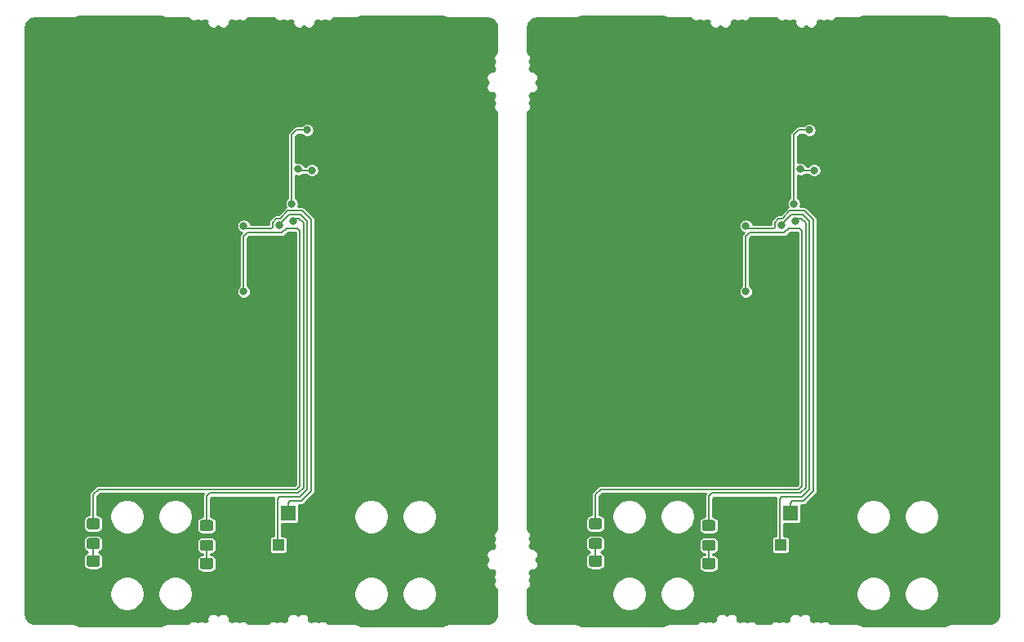
<source format=gbr>
%TF.GenerationSoftware,KiCad,Pcbnew,(5.1.9-0-10_14)*%
%TF.CreationDate,2021-02-28T00:18:14+08:00*%
%TF.ProjectId,panelized,70616e65-6c69-47a6-9564-2e6b69636164,rev?*%
%TF.SameCoordinates,Original*%
%TF.FileFunction,Copper,L2,Bot*%
%TF.FilePolarity,Positive*%
%FSLAX46Y46*%
G04 Gerber Fmt 4.6, Leading zero omitted, Abs format (unit mm)*
G04 Created by KiCad (PCBNEW (5.1.9-0-10_14)) date 2021-02-28 00:18:14*
%MOMM*%
%LPD*%
G01*
G04 APERTURE LIST*
%TA.AperFunction,SMDPad,CuDef*%
%ADD10R,1.200000X1.200000*%
%TD*%
%TA.AperFunction,SMDPad,CuDef*%
%ADD11R,1.600000X1.500000*%
%TD*%
%TA.AperFunction,ViaPad*%
%ADD12C,0.800000*%
%TD*%
%TA.AperFunction,Conductor*%
%ADD13C,0.250000*%
%TD*%
%TA.AperFunction,Conductor*%
%ADD14C,0.203200*%
%TD*%
%TA.AperFunction,Conductor*%
%ADD15C,0.254000*%
%TD*%
%TA.AperFunction,Conductor*%
%ADD16C,0.100000*%
%TD*%
G04 APERTURE END LIST*
%TO.P,R6,2*%
%TO.N,GND*%
%TA.AperFunction,SMDPad,CuDef*%
G36*
G01*
X93911000Y-125384000D02*
X94811002Y-125384000D01*
G75*
G02*
X95061001Y-125633999I0J-249999D01*
G01*
X95061001Y-126334001D01*
G75*
G02*
X94811002Y-126584000I-249999J0D01*
G01*
X93911000Y-126584000D01*
G75*
G02*
X93661001Y-126334001I0J249999D01*
G01*
X93661001Y-125633999D01*
G75*
G02*
X93911000Y-125384000I249999J0D01*
G01*
G37*
%TD.AperFunction*%
%TO.P,R6,1*%
%TO.N,Net-(D2-Pad1)*%
%TA.AperFunction,SMDPad,CuDef*%
G36*
G01*
X93911000Y-123384000D02*
X94811002Y-123384000D01*
G75*
G02*
X95061001Y-123633999I0J-249999D01*
G01*
X95061001Y-124334001D01*
G75*
G02*
X94811002Y-124584000I-249999J0D01*
G01*
X93911000Y-124584000D01*
G75*
G02*
X93661001Y-124334001I0J249999D01*
G01*
X93661001Y-123633999D01*
G75*
G02*
X93911000Y-123384000I249999J0D01*
G01*
G37*
%TD.AperFunction*%
%TD*%
%TO.P,D2,2*%
%TO.N,/supp_error*%
%TA.AperFunction,SMDPad,CuDef*%
G36*
G01*
X94811001Y-120699000D02*
X93910999Y-120699000D01*
G75*
G02*
X93661000Y-120449001I0J249999D01*
G01*
X93661000Y-119798999D01*
G75*
G02*
X93910999Y-119549000I249999J0D01*
G01*
X94811001Y-119549000D01*
G75*
G02*
X95061000Y-119798999I0J-249999D01*
G01*
X95061000Y-120449001D01*
G75*
G02*
X94811001Y-120699000I-249999J0D01*
G01*
G37*
%TD.AperFunction*%
%TO.P,D2,1*%
%TO.N,Net-(D2-Pad1)*%
%TA.AperFunction,SMDPad,CuDef*%
G36*
G01*
X94811001Y-122749000D02*
X93910999Y-122749000D01*
G75*
G02*
X93661000Y-122499001I0J249999D01*
G01*
X93661000Y-121848999D01*
G75*
G02*
X93910999Y-121599000I249999J0D01*
G01*
X94811001Y-121599000D01*
G75*
G02*
X95061000Y-121848999I0J-249999D01*
G01*
X95061000Y-122499001D01*
G75*
G02*
X94811001Y-122749000I-249999J0D01*
G01*
G37*
%TD.AperFunction*%
%TD*%
D10*
%TO.P,RV1,3*%
%TO.N,Net-(R5-Pad2)*%
X113554000Y-122323000D03*
D11*
%TO.P,RV1,2*%
%TO.N,Net-(RV1-Pad2)*%
X114554000Y-119023000D03*
D10*
%TO.P,RV1,1*%
%TO.N,GND*%
X115554000Y-122323000D03*
%TD*%
%TO.P,R7,2*%
%TO.N,GND*%
%TA.AperFunction,SMDPad,CuDef*%
G36*
G01*
X105658499Y-125638000D02*
X106558501Y-125638000D01*
G75*
G02*
X106808500Y-125887999I0J-249999D01*
G01*
X106808500Y-126588001D01*
G75*
G02*
X106558501Y-126838000I-249999J0D01*
G01*
X105658499Y-126838000D01*
G75*
G02*
X105408500Y-126588001I0J249999D01*
G01*
X105408500Y-125887999D01*
G75*
G02*
X105658499Y-125638000I249999J0D01*
G01*
G37*
%TD.AperFunction*%
%TO.P,R7,1*%
%TO.N,Net-(D1-Pad1)*%
%TA.AperFunction,SMDPad,CuDef*%
G36*
G01*
X105658499Y-123638000D02*
X106558501Y-123638000D01*
G75*
G02*
X106808500Y-123887999I0J-249999D01*
G01*
X106808500Y-124588001D01*
G75*
G02*
X106558501Y-124838000I-249999J0D01*
G01*
X105658499Y-124838000D01*
G75*
G02*
X105408500Y-124588001I0J249999D01*
G01*
X105408500Y-123887999D01*
G75*
G02*
X105658499Y-123638000I249999J0D01*
G01*
G37*
%TD.AperFunction*%
%TD*%
%TO.P,D1,2*%
%TO.N,/error*%
%TA.AperFunction,SMDPad,CuDef*%
G36*
G01*
X106558501Y-120882500D02*
X105658499Y-120882500D01*
G75*
G02*
X105408500Y-120632501I0J249999D01*
G01*
X105408500Y-119982499D01*
G75*
G02*
X105658499Y-119732500I249999J0D01*
G01*
X106558501Y-119732500D01*
G75*
G02*
X106808500Y-119982499I0J-249999D01*
G01*
X106808500Y-120632501D01*
G75*
G02*
X106558501Y-120882500I-249999J0D01*
G01*
G37*
%TD.AperFunction*%
%TO.P,D1,1*%
%TO.N,Net-(D1-Pad1)*%
%TA.AperFunction,SMDPad,CuDef*%
G36*
G01*
X106558501Y-122932500D02*
X105658499Y-122932500D01*
G75*
G02*
X105408500Y-122682501I0J249999D01*
G01*
X105408500Y-122032499D01*
G75*
G02*
X105658499Y-121782500I249999J0D01*
G01*
X106558501Y-121782500D01*
G75*
G02*
X106808500Y-122032499I0J-249999D01*
G01*
X106808500Y-122682501D01*
G75*
G02*
X106558501Y-122932500I-249999J0D01*
G01*
G37*
%TD.AperFunction*%
%TD*%
%TO.P,R6,2*%
%TO.N,GND*%
%TA.AperFunction,SMDPad,CuDef*%
G36*
G01*
X145981000Y-125384000D02*
X146881002Y-125384000D01*
G75*
G02*
X147131001Y-125633999I0J-249999D01*
G01*
X147131001Y-126334001D01*
G75*
G02*
X146881002Y-126584000I-249999J0D01*
G01*
X145981000Y-126584000D01*
G75*
G02*
X145731001Y-126334001I0J249999D01*
G01*
X145731001Y-125633999D01*
G75*
G02*
X145981000Y-125384000I249999J0D01*
G01*
G37*
%TD.AperFunction*%
%TO.P,R6,1*%
%TO.N,Net-(D2-Pad1)*%
%TA.AperFunction,SMDPad,CuDef*%
G36*
G01*
X145981000Y-123384000D02*
X146881002Y-123384000D01*
G75*
G02*
X147131001Y-123633999I0J-249999D01*
G01*
X147131001Y-124334001D01*
G75*
G02*
X146881002Y-124584000I-249999J0D01*
G01*
X145981000Y-124584000D01*
G75*
G02*
X145731001Y-124334001I0J249999D01*
G01*
X145731001Y-123633999D01*
G75*
G02*
X145981000Y-123384000I249999J0D01*
G01*
G37*
%TD.AperFunction*%
%TD*%
%TO.P,D2,2*%
%TO.N,/supp_error*%
%TA.AperFunction,SMDPad,CuDef*%
G36*
G01*
X146881001Y-120699000D02*
X145980999Y-120699000D01*
G75*
G02*
X145731000Y-120449001I0J249999D01*
G01*
X145731000Y-119798999D01*
G75*
G02*
X145980999Y-119549000I249999J0D01*
G01*
X146881001Y-119549000D01*
G75*
G02*
X147131000Y-119798999I0J-249999D01*
G01*
X147131000Y-120449001D01*
G75*
G02*
X146881001Y-120699000I-249999J0D01*
G01*
G37*
%TD.AperFunction*%
%TO.P,D2,1*%
%TO.N,Net-(D2-Pad1)*%
%TA.AperFunction,SMDPad,CuDef*%
G36*
G01*
X146881001Y-122749000D02*
X145980999Y-122749000D01*
G75*
G02*
X145731000Y-122499001I0J249999D01*
G01*
X145731000Y-121848999D01*
G75*
G02*
X145980999Y-121599000I249999J0D01*
G01*
X146881001Y-121599000D01*
G75*
G02*
X147131000Y-121848999I0J-249999D01*
G01*
X147131000Y-122499001D01*
G75*
G02*
X146881001Y-122749000I-249999J0D01*
G01*
G37*
%TD.AperFunction*%
%TD*%
%TO.P,RV1,3*%
%TO.N,Net-(R5-Pad2)*%
X165624000Y-122323000D03*
D11*
%TO.P,RV1,2*%
%TO.N,Net-(RV1-Pad2)*%
X166624000Y-119023000D03*
D10*
%TO.P,RV1,1*%
%TO.N,GND*%
X167624000Y-122323000D03*
%TD*%
%TO.P,R7,2*%
%TO.N,GND*%
%TA.AperFunction,SMDPad,CuDef*%
G36*
G01*
X157728499Y-125638000D02*
X158628501Y-125638000D01*
G75*
G02*
X158878500Y-125887999I0J-249999D01*
G01*
X158878500Y-126588001D01*
G75*
G02*
X158628501Y-126838000I-249999J0D01*
G01*
X157728499Y-126838000D01*
G75*
G02*
X157478500Y-126588001I0J249999D01*
G01*
X157478500Y-125887999D01*
G75*
G02*
X157728499Y-125638000I249999J0D01*
G01*
G37*
%TD.AperFunction*%
%TO.P,R7,1*%
%TO.N,Net-(D1-Pad1)*%
%TA.AperFunction,SMDPad,CuDef*%
G36*
G01*
X157728499Y-123638000D02*
X158628501Y-123638000D01*
G75*
G02*
X158878500Y-123887999I0J-249999D01*
G01*
X158878500Y-124588001D01*
G75*
G02*
X158628501Y-124838000I-249999J0D01*
G01*
X157728499Y-124838000D01*
G75*
G02*
X157478500Y-124588001I0J249999D01*
G01*
X157478500Y-123887999D01*
G75*
G02*
X157728499Y-123638000I249999J0D01*
G01*
G37*
%TD.AperFunction*%
%TD*%
%TO.P,D1,2*%
%TO.N,/error*%
%TA.AperFunction,SMDPad,CuDef*%
G36*
G01*
X158628501Y-120882500D02*
X157728499Y-120882500D01*
G75*
G02*
X157478500Y-120632501I0J249999D01*
G01*
X157478500Y-119982499D01*
G75*
G02*
X157728499Y-119732500I249999J0D01*
G01*
X158628501Y-119732500D01*
G75*
G02*
X158878500Y-119982499I0J-249999D01*
G01*
X158878500Y-120632501D01*
G75*
G02*
X158628501Y-120882500I-249999J0D01*
G01*
G37*
%TD.AperFunction*%
%TO.P,D1,1*%
%TO.N,Net-(D1-Pad1)*%
%TA.AperFunction,SMDPad,CuDef*%
G36*
G01*
X158628501Y-122932500D02*
X157728499Y-122932500D01*
G75*
G02*
X157478500Y-122682501I0J249999D01*
G01*
X157478500Y-122032499D01*
G75*
G02*
X157728499Y-121782500I249999J0D01*
G01*
X158628501Y-121782500D01*
G75*
G02*
X158878500Y-122032499I0J-249999D01*
G01*
X158878500Y-122682501D01*
G75*
G02*
X158628501Y-122932500I-249999J0D01*
G01*
G37*
%TD.AperFunction*%
%TD*%
D12*
%TO.N,GND*%
X97282000Y-112776000D03*
X98298000Y-112776000D03*
X98298000Y-111760000D03*
X97282000Y-111760000D03*
X97282000Y-110744000D03*
X98298000Y-110744000D03*
X98298000Y-109728000D03*
X97282000Y-109728000D03*
X97282000Y-113792000D03*
X98298000Y-113792000D03*
X99314000Y-113792000D03*
X99314000Y-112776000D03*
X99314000Y-111760000D03*
X99314000Y-110744000D03*
X99314000Y-109728000D03*
X123698000Y-113030000D03*
X122682000Y-113030000D03*
X122682000Y-112014000D03*
X123698000Y-112014000D03*
X123698000Y-110998000D03*
X122682000Y-110998000D03*
X123698000Y-109982000D03*
X122682000Y-109982000D03*
X122682000Y-108966000D03*
X123698000Y-108966000D03*
X95885000Y-86360000D03*
X94869000Y-87376000D03*
X93853000Y-87376000D03*
X92837000Y-87376000D03*
X91821000Y-86360000D03*
X91821000Y-84328000D03*
X92837000Y-83312000D03*
X94869000Y-83312000D03*
X95885000Y-84328000D03*
X89789000Y-91440000D03*
X91821000Y-92456000D03*
X92837000Y-92456000D03*
X91821000Y-91440000D03*
X95885000Y-91440000D03*
X95885000Y-92456000D03*
X91821000Y-93472000D03*
X93853000Y-91440000D03*
X92837000Y-93472000D03*
X94869000Y-92456000D03*
X94869000Y-91440000D03*
X94869000Y-93472000D03*
X93853000Y-93472000D03*
X95885000Y-93472000D03*
X90805000Y-92456000D03*
X89789000Y-93472000D03*
X89789000Y-92456000D03*
X90805000Y-93472000D03*
X93853000Y-92456000D03*
X92837000Y-91440000D03*
X90805000Y-91440000D03*
X89789000Y-94488000D03*
X91821000Y-95504000D03*
X92837000Y-95504000D03*
X91821000Y-94488000D03*
X95885000Y-94488000D03*
X95885000Y-95504000D03*
X91821000Y-96520000D03*
X93853000Y-94488000D03*
X92837000Y-96520000D03*
X94869000Y-95504000D03*
X94869000Y-94488000D03*
X94869000Y-96520000D03*
X93853000Y-96520000D03*
X95885000Y-96520000D03*
X90805000Y-95504000D03*
X89789000Y-96520000D03*
X89789000Y-95504000D03*
X90805000Y-96520000D03*
X93853000Y-95504000D03*
X92837000Y-94488000D03*
X90805000Y-94488000D03*
X89789000Y-97536000D03*
X91821000Y-98552000D03*
X92837000Y-98552000D03*
X91821000Y-97536000D03*
X95885000Y-97536000D03*
X95885000Y-98552000D03*
X91821000Y-99568000D03*
X93853000Y-97536000D03*
X92837000Y-99568000D03*
X94869000Y-98552000D03*
X94869000Y-97536000D03*
X94869000Y-99568000D03*
X93853000Y-99568000D03*
X95885000Y-99568000D03*
X90805000Y-98552000D03*
X89789000Y-99568000D03*
X89789000Y-98552000D03*
X90805000Y-99568000D03*
X93853000Y-98552000D03*
X92837000Y-97536000D03*
X90805000Y-97536000D03*
X89789000Y-100584000D03*
X91821000Y-101600000D03*
X92837000Y-101600000D03*
X91821000Y-100584000D03*
X95885000Y-100584000D03*
X95885000Y-101600000D03*
X91821000Y-102616000D03*
X93853000Y-100584000D03*
X92837000Y-102616000D03*
X94869000Y-101600000D03*
X94869000Y-100584000D03*
X94869000Y-102616000D03*
X93853000Y-102616000D03*
X95885000Y-102616000D03*
X90805000Y-101600000D03*
X89789000Y-102616000D03*
X89789000Y-101600000D03*
X90805000Y-102616000D03*
X93853000Y-101600000D03*
X92837000Y-100584000D03*
X90805000Y-100584000D03*
X91821000Y-103632000D03*
X92837000Y-103632000D03*
X89789000Y-103632000D03*
X95885000Y-103632000D03*
X93853000Y-103632000D03*
X94869000Y-103632000D03*
X90805000Y-103632000D03*
X96901000Y-101600000D03*
X96901000Y-100584001D03*
X96901000Y-103632000D03*
X96901000Y-99568000D03*
X96901000Y-98552001D03*
X96901000Y-102616001D03*
X97917000Y-98552000D03*
X97917000Y-99568000D03*
X97917000Y-100584000D03*
X97917000Y-101600000D03*
X97917000Y-102616000D03*
X97917000Y-103632000D03*
X98933000Y-100584001D03*
X98933000Y-103632000D03*
X98933000Y-101600000D03*
X98933000Y-99568000D03*
X98933000Y-98552001D03*
X98933000Y-102616001D03*
X99949000Y-98552000D03*
X99949000Y-99568000D03*
X99949000Y-100584000D03*
X99949000Y-101600000D03*
X99949000Y-102616000D03*
X99949000Y-103632000D03*
X100965000Y-100584001D03*
X100965000Y-103632000D03*
X100965000Y-101600000D03*
X100965000Y-99568000D03*
X100965000Y-98552001D03*
X100965000Y-102616001D03*
X101981000Y-100584001D03*
X101981000Y-101600000D03*
X101981000Y-103632000D03*
X101981000Y-99568000D03*
X101981000Y-98552001D03*
X101981000Y-102616001D03*
X101981000Y-82296000D03*
X101981000Y-86360000D03*
X101981000Y-97536000D03*
X101981000Y-95504000D03*
X101981000Y-92456000D03*
X101981000Y-91440000D03*
X101981000Y-87376000D03*
X101981000Y-89408000D03*
X101981000Y-93472000D03*
X101981000Y-88392000D03*
X101981000Y-96520000D03*
X101981000Y-90424000D03*
X101981000Y-94488000D03*
X101981000Y-84328000D03*
X101981000Y-83312000D03*
X101981000Y-85344000D03*
X101981000Y-81280000D03*
X100965000Y-87376000D03*
X100965000Y-89408000D03*
X100965000Y-97536000D03*
X100965000Y-91440000D03*
X100965000Y-93472000D03*
X100965000Y-88392000D03*
X100965000Y-95504000D03*
X100965000Y-96520000D03*
X100965000Y-90424000D03*
X100965000Y-94488000D03*
X99949000Y-87376000D03*
X98933000Y-87376000D03*
X97917000Y-87376000D03*
X99949000Y-91440000D03*
X99949000Y-93472000D03*
X97917000Y-93472000D03*
X97917000Y-97536000D03*
X97917000Y-92456000D03*
X98933000Y-93472000D03*
X98933000Y-91440000D03*
X99949000Y-97536000D03*
X97917000Y-91440000D03*
X98933000Y-92456000D03*
X98933000Y-97536000D03*
X99949000Y-92456000D03*
X97917000Y-94488000D03*
X99949000Y-95504000D03*
X99949000Y-96520000D03*
X99949000Y-94488000D03*
X98933000Y-95504000D03*
X97917000Y-96520000D03*
X97917000Y-95504000D03*
X98933000Y-96520000D03*
X98933000Y-94488000D03*
X97917000Y-88392000D03*
X99949000Y-89408000D03*
X99949000Y-88392000D03*
X99949000Y-90424000D03*
X98933000Y-89408000D03*
X97917000Y-90424000D03*
X97917000Y-89408000D03*
X98933000Y-90424000D03*
X98933000Y-88392000D03*
X96901000Y-87376000D03*
X96901000Y-88392000D03*
X96901000Y-89408000D03*
X96901000Y-90424000D03*
X96901000Y-91440000D03*
X96901000Y-92456000D03*
X96901000Y-93472000D03*
X96901000Y-94488000D03*
X96901000Y-95504000D03*
X96901000Y-96520000D03*
X96901000Y-97536000D03*
X112805307Y-78521093D03*
X109474000Y-78232000D03*
X100965000Y-86360000D03*
X100965000Y-85344000D03*
X100965000Y-84328000D03*
X100965000Y-83312000D03*
X100965000Y-82296000D03*
X100965000Y-81280000D03*
X99949000Y-81280000D03*
X99949000Y-82296000D03*
X99949000Y-83312000D03*
X99949000Y-84328000D03*
X99949000Y-85344000D03*
X99949000Y-86360000D03*
X98933000Y-86360000D03*
X98933000Y-85344000D03*
X98933000Y-84328000D03*
X98933000Y-83312000D03*
X98933000Y-82296000D03*
X98933000Y-81280000D03*
X97917000Y-81280000D03*
X97917000Y-82296000D03*
X97917000Y-83312000D03*
X97917000Y-84328000D03*
X97917000Y-85344000D03*
X97917000Y-86360000D03*
X96901000Y-86360000D03*
X96901000Y-85344000D03*
X96901000Y-84328000D03*
X96901000Y-83312000D03*
X96901000Y-82296000D03*
X96901000Y-81280000D03*
X95885000Y-81280000D03*
X95885000Y-82296000D03*
X95885000Y-83312000D03*
X94869000Y-82296000D03*
X94869000Y-81280000D03*
X93853000Y-81280000D03*
X93853000Y-82296000D03*
X92837000Y-81280000D03*
X92837000Y-82296000D03*
X91821000Y-81280000D03*
X91821000Y-82296000D03*
X91821000Y-83312000D03*
X90805000Y-81280000D03*
X90805000Y-82296000D03*
X90805000Y-83312000D03*
X90805000Y-84328000D03*
X90805000Y-85344000D03*
X90805000Y-86360000D03*
X90805000Y-87376000D03*
X91821000Y-87376000D03*
X89789000Y-87376000D03*
X89789000Y-86360000D03*
X89789000Y-85344000D03*
X89789000Y-84328000D03*
X89789000Y-83312000D03*
X89789000Y-82296000D03*
X89789000Y-88392000D03*
X90805000Y-88392000D03*
X91821000Y-88392000D03*
X92837000Y-88392000D03*
X93853000Y-88392000D03*
X94869000Y-88392000D03*
X95885000Y-88392000D03*
X89789000Y-89408000D03*
X90805000Y-89408000D03*
X91821000Y-89408000D03*
X92837000Y-89408000D03*
X93853000Y-89408000D03*
X94869000Y-89408000D03*
X95885000Y-89408000D03*
X95885000Y-90424000D03*
X94869000Y-90424000D03*
X93853000Y-90424000D03*
X92837000Y-90424000D03*
X91821000Y-90424000D03*
X90805000Y-90424000D03*
X89789000Y-90424000D03*
X95885000Y-87376000D03*
X94869000Y-86360000D03*
X93853000Y-86360000D03*
X92837000Y-86360000D03*
X91821000Y-85344000D03*
X92837000Y-85344000D03*
X93853000Y-85344000D03*
X94869000Y-85344000D03*
X95885000Y-85344000D03*
X94869000Y-84328000D03*
X93853000Y-84328000D03*
X92837000Y-84328000D03*
X93853000Y-83312000D03*
X89789000Y-81280000D03*
X120396000Y-92202000D03*
X109474000Y-84455000D03*
X103632000Y-99314000D03*
X103759000Y-85852000D03*
X115570000Y-122301000D03*
X121666000Y-108966000D03*
X124714000Y-108966000D03*
X124714000Y-109982000D03*
X121666000Y-109982000D03*
X121666000Y-110998000D03*
X124714000Y-110998000D03*
X124714000Y-112014000D03*
X121666000Y-112014000D03*
X121666000Y-113030000D03*
X124714000Y-113030000D03*
X124714000Y-114046000D03*
X123698000Y-114046000D03*
X122682000Y-114046000D03*
X121666000Y-114046000D03*
X99314000Y-108712000D03*
X96266000Y-108712000D03*
X97282000Y-108712000D03*
X98298000Y-108712000D03*
X96266000Y-113792000D03*
X96266000Y-112776000D03*
X96266000Y-111760000D03*
X96266000Y-110744000D03*
X96266000Y-109728000D03*
X149352000Y-112776000D03*
X150368000Y-112776000D03*
X150368000Y-111760000D03*
X149352000Y-111760000D03*
X149352000Y-110744000D03*
X150368000Y-110744000D03*
X150368000Y-109728000D03*
X149352000Y-109728000D03*
X149352000Y-113792000D03*
X150368000Y-113792000D03*
X151384000Y-113792000D03*
X151384000Y-112776000D03*
X151384000Y-111760000D03*
X151384000Y-110744000D03*
X151384000Y-109728000D03*
X175768000Y-113030000D03*
X174752000Y-113030000D03*
X174752000Y-112014000D03*
X175768000Y-112014000D03*
X175768000Y-110998000D03*
X174752000Y-110998000D03*
X175768000Y-109982000D03*
X174752000Y-109982000D03*
X174752000Y-108966000D03*
X175768000Y-108966000D03*
X147955000Y-86360000D03*
X146939000Y-87376000D03*
X145923000Y-87376000D03*
X144907000Y-87376000D03*
X143891000Y-86360000D03*
X143891000Y-84328000D03*
X144907000Y-83312000D03*
X146939000Y-83312000D03*
X147955000Y-84328000D03*
X141859000Y-91440000D03*
X143891000Y-92456000D03*
X144907000Y-92456000D03*
X143891000Y-91440000D03*
X147955000Y-91440000D03*
X147955000Y-92456000D03*
X143891000Y-93472000D03*
X145923000Y-91440000D03*
X144907000Y-93472000D03*
X146939000Y-92456000D03*
X146939000Y-91440000D03*
X146939000Y-93472000D03*
X145923000Y-93472000D03*
X147955000Y-93472000D03*
X142875000Y-92456000D03*
X141859000Y-93472000D03*
X141859000Y-92456000D03*
X142875000Y-93472000D03*
X145923000Y-92456000D03*
X144907000Y-91440000D03*
X142875000Y-91440000D03*
X141859000Y-94488000D03*
X143891000Y-95504000D03*
X144907000Y-95504000D03*
X143891000Y-94488000D03*
X147955000Y-94488000D03*
X147955000Y-95504000D03*
X143891000Y-96520000D03*
X145923000Y-94488000D03*
X144907000Y-96520000D03*
X146939000Y-95504000D03*
X146939000Y-94488000D03*
X146939000Y-96520000D03*
X145923000Y-96520000D03*
X147955000Y-96520000D03*
X142875000Y-95504000D03*
X141859000Y-96520000D03*
X141859000Y-95504000D03*
X142875000Y-96520000D03*
X145923000Y-95504000D03*
X144907000Y-94488000D03*
X142875000Y-94488000D03*
X141859000Y-97536000D03*
X143891000Y-98552000D03*
X144907000Y-98552000D03*
X143891000Y-97536000D03*
X147955000Y-97536000D03*
X147955000Y-98552000D03*
X143891000Y-99568000D03*
X145923000Y-97536000D03*
X144907000Y-99568000D03*
X146939000Y-98552000D03*
X146939000Y-97536000D03*
X146939000Y-99568000D03*
X145923000Y-99568000D03*
X147955000Y-99568000D03*
X142875000Y-98552000D03*
X141859000Y-99568000D03*
X141859000Y-98552000D03*
X142875000Y-99568000D03*
X145923000Y-98552000D03*
X144907000Y-97536000D03*
X142875000Y-97536000D03*
X141859000Y-100584000D03*
X143891000Y-101600000D03*
X144907000Y-101600000D03*
X143891000Y-100584000D03*
X147955000Y-100584000D03*
X147955000Y-101600000D03*
X143891000Y-102616000D03*
X145923000Y-100584000D03*
X144907000Y-102616000D03*
X146939000Y-101600000D03*
X146939000Y-100584000D03*
X146939000Y-102616000D03*
X145923000Y-102616000D03*
X147955000Y-102616000D03*
X142875000Y-101600000D03*
X141859000Y-102616000D03*
X141859000Y-101600000D03*
X142875000Y-102616000D03*
X145923000Y-101600000D03*
X144907000Y-100584000D03*
X142875000Y-100584000D03*
X143891000Y-103632000D03*
X144907000Y-103632000D03*
X141859000Y-103632000D03*
X147955000Y-103632000D03*
X145923000Y-103632000D03*
X146939000Y-103632000D03*
X142875000Y-103632000D03*
X148971000Y-101600000D03*
X148971000Y-100584001D03*
X148971000Y-103632000D03*
X148971000Y-99568000D03*
X148971000Y-98552001D03*
X148971000Y-102616001D03*
X149987000Y-98552000D03*
X149987000Y-99568000D03*
X149987000Y-100584000D03*
X149987000Y-101600000D03*
X149987000Y-102616000D03*
X149987000Y-103632000D03*
X151003000Y-100584001D03*
X151003000Y-103632000D03*
X151003000Y-101600000D03*
X151003000Y-99568000D03*
X151003000Y-98552001D03*
X151003000Y-102616001D03*
X152019000Y-98552000D03*
X152019000Y-99568000D03*
X152019000Y-100584000D03*
X152019000Y-101600000D03*
X152019000Y-102616000D03*
X152019000Y-103632000D03*
X153035000Y-100584001D03*
X153035000Y-103632000D03*
X153035000Y-101600000D03*
X153035000Y-99568000D03*
X153035000Y-98552001D03*
X153035000Y-102616001D03*
X154051000Y-100584001D03*
X154051000Y-101600000D03*
X154051000Y-103632000D03*
X154051000Y-99568000D03*
X154051000Y-98552001D03*
X154051000Y-102616001D03*
X154051000Y-82296000D03*
X154051000Y-86360000D03*
X154051000Y-97536000D03*
X154051000Y-95504000D03*
X154051000Y-92456000D03*
X154051000Y-91440000D03*
X154051000Y-87376000D03*
X154051000Y-89408000D03*
X154051000Y-93472000D03*
X154051000Y-88392000D03*
X154051000Y-96520000D03*
X154051000Y-90424000D03*
X154051000Y-94488000D03*
X154051000Y-84328000D03*
X154051000Y-83312000D03*
X154051000Y-85344000D03*
X154051000Y-81280000D03*
X153035000Y-87376000D03*
X153035000Y-89408000D03*
X153035000Y-97536000D03*
X153035000Y-91440000D03*
X153035000Y-93472000D03*
X153035000Y-88392000D03*
X153035000Y-95504000D03*
X153035000Y-96520000D03*
X153035000Y-90424000D03*
X153035000Y-94488000D03*
X152019000Y-87376000D03*
X151003000Y-87376000D03*
X149987000Y-87376000D03*
X152019000Y-91440000D03*
X152019000Y-93472000D03*
X149987000Y-93472000D03*
X149987000Y-97536000D03*
X149987000Y-92456000D03*
X151003000Y-93472000D03*
X151003000Y-91440000D03*
X152019000Y-97536000D03*
X149987000Y-91440000D03*
X151003000Y-92456000D03*
X151003000Y-97536000D03*
X152019000Y-92456000D03*
X149987000Y-94488000D03*
X152019000Y-95504000D03*
X152019000Y-96520000D03*
X152019000Y-94488000D03*
X151003000Y-95504000D03*
X149987000Y-96520000D03*
X149987000Y-95504000D03*
X151003000Y-96520000D03*
X151003000Y-94488000D03*
X149987000Y-88392000D03*
X152019000Y-89408000D03*
X152019000Y-88392000D03*
X152019000Y-90424000D03*
X151003000Y-89408000D03*
X149987000Y-90424000D03*
X149987000Y-89408000D03*
X151003000Y-90424000D03*
X151003000Y-88392000D03*
X148971000Y-87376000D03*
X148971000Y-88392000D03*
X148971000Y-89408000D03*
X148971000Y-90424000D03*
X148971000Y-91440000D03*
X148971000Y-92456000D03*
X148971000Y-93472000D03*
X148971000Y-94488000D03*
X148971000Y-95504000D03*
X148971000Y-96520000D03*
X148971000Y-97536000D03*
X164875307Y-78521093D03*
X161544000Y-78232000D03*
X153035000Y-86360000D03*
X153035000Y-85344000D03*
X153035000Y-84328000D03*
X153035000Y-83312000D03*
X153035000Y-82296000D03*
X153035000Y-81280000D03*
X152019000Y-81280000D03*
X152019000Y-82296000D03*
X152019000Y-83312000D03*
X152019000Y-84328000D03*
X152019000Y-85344000D03*
X152019000Y-86360000D03*
X151003000Y-86360000D03*
X151003000Y-85344000D03*
X151003000Y-84328000D03*
X151003000Y-83312000D03*
X151003000Y-82296000D03*
X151003000Y-81280000D03*
X149987000Y-81280000D03*
X149987000Y-82296000D03*
X149987000Y-83312000D03*
X149987000Y-84328000D03*
X149987000Y-85344000D03*
X149987000Y-86360000D03*
X148971000Y-86360000D03*
X148971000Y-85344000D03*
X148971000Y-84328000D03*
X148971000Y-83312000D03*
X148971000Y-82296000D03*
X148971000Y-81280000D03*
X147955000Y-81280000D03*
X147955000Y-82296000D03*
X147955000Y-83312000D03*
X146939000Y-82296000D03*
X146939000Y-81280000D03*
X145923000Y-81280000D03*
X145923000Y-82296000D03*
X144907000Y-81280000D03*
X144907000Y-82296000D03*
X143891000Y-81280000D03*
X143891000Y-82296000D03*
X143891000Y-83312000D03*
X142875000Y-81280000D03*
X142875000Y-82296000D03*
X142875000Y-83312000D03*
X142875000Y-84328000D03*
X142875000Y-85344000D03*
X142875000Y-86360000D03*
X142875000Y-87376000D03*
X143891000Y-87376000D03*
X141859000Y-87376000D03*
X141859000Y-86360000D03*
X141859000Y-85344000D03*
X141859000Y-84328000D03*
X141859000Y-83312000D03*
X141859000Y-82296000D03*
X141859000Y-88392000D03*
X142875000Y-88392000D03*
X143891000Y-88392000D03*
X144907000Y-88392000D03*
X145923000Y-88392000D03*
X146939000Y-88392000D03*
X147955000Y-88392000D03*
X141859000Y-89408000D03*
X142875000Y-89408000D03*
X143891000Y-89408000D03*
X144907000Y-89408000D03*
X145923000Y-89408000D03*
X146939000Y-89408000D03*
X147955000Y-89408000D03*
X147955000Y-90424000D03*
X146939000Y-90424000D03*
X145923000Y-90424000D03*
X144907000Y-90424000D03*
X143891000Y-90424000D03*
X142875000Y-90424000D03*
X141859000Y-90424000D03*
X147955000Y-87376000D03*
X146939000Y-86360000D03*
X145923000Y-86360000D03*
X144907000Y-86360000D03*
X143891000Y-85344000D03*
X144907000Y-85344000D03*
X145923000Y-85344000D03*
X146939000Y-85344000D03*
X147955000Y-85344000D03*
X146939000Y-84328000D03*
X145923000Y-84328000D03*
X144907000Y-84328000D03*
X145923000Y-83312000D03*
X141859000Y-81280000D03*
X172466000Y-92202000D03*
X161544000Y-84455000D03*
X155702000Y-99314000D03*
X155829000Y-85852000D03*
X167640000Y-122301000D03*
X173736000Y-108966000D03*
X176784000Y-108966000D03*
X176784000Y-109982000D03*
X173736000Y-109982000D03*
X173736000Y-110998000D03*
X176784000Y-110998000D03*
X176784000Y-112014000D03*
X173736000Y-112014000D03*
X173736000Y-113030000D03*
X176784000Y-113030000D03*
X176784000Y-114046000D03*
X175768000Y-114046000D03*
X174752000Y-114046000D03*
X173736000Y-114046000D03*
X151384000Y-108712000D03*
X148336000Y-108712000D03*
X149352000Y-108712000D03*
X150368000Y-108712000D03*
X148336000Y-113792000D03*
X148336000Y-112776000D03*
X148336000Y-111760000D03*
X148336000Y-110744000D03*
X148336000Y-109728000D03*
%TO.N,Net-(Q1-Pad1)*%
X117033600Y-83439000D03*
X115630400Y-83312000D03*
X169103600Y-83439000D03*
X167700400Y-83312000D03*
%TO.N,Net-(R5-Pad2)*%
X113665000Y-89154000D03*
X165735000Y-89154000D03*
%TO.N,/error*%
X116540879Y-79268463D03*
X114935000Y-86928400D03*
X115062000Y-88734810D03*
X168610879Y-79268463D03*
X167005000Y-86928400D03*
X167132000Y-88734810D03*
%TO.N,/supp_error*%
X109957000Y-96012000D03*
X162027000Y-96012000D03*
%TO.N,Net-(RV1-Pad2)*%
X109957000Y-89212000D03*
X162027000Y-89212000D03*
%TD*%
D13*
%TO.N,GND*%
X115554000Y-122317000D02*
X115570000Y-122301000D01*
X115554000Y-122323000D02*
X115554000Y-122317000D01*
X167624000Y-122317000D02*
X167640000Y-122301000D01*
X167624000Y-122323000D02*
X167624000Y-122317000D01*
D14*
%TO.N,Net-(Q1-Pad1)*%
X117033600Y-83439000D02*
X115757400Y-83439000D01*
X115757400Y-83439000D02*
X115630400Y-83312000D01*
X169103600Y-83439000D02*
X167827400Y-83439000D01*
X167827400Y-83439000D02*
X167700400Y-83312000D01*
%TO.N,Net-(R5-Pad2)*%
X114703210Y-88033210D02*
X113665000Y-89071420D01*
X116563790Y-88732985D02*
X115864015Y-88033210D01*
X116563790Y-116543435D02*
X116563790Y-88732985D01*
X115759225Y-117348000D02*
X116563790Y-116543435D01*
X113665000Y-117348000D02*
X115759225Y-117348000D01*
X113452399Y-117560601D02*
X113665000Y-117348000D01*
X113665000Y-89071420D02*
X113665000Y-89154000D01*
X113452399Y-122221399D02*
X113452399Y-117560601D01*
X115864015Y-88033210D02*
X114703210Y-88033210D01*
X113554000Y-122323000D02*
X113452399Y-122221399D01*
X166773210Y-88033210D02*
X165735000Y-89071420D01*
X168633790Y-88732985D02*
X167934015Y-88033210D01*
X168633790Y-116543435D02*
X168633790Y-88732985D01*
X167829225Y-117348000D02*
X168633790Y-116543435D01*
X165735000Y-117348000D02*
X167829225Y-117348000D01*
X165522399Y-117560601D02*
X165735000Y-117348000D01*
X165735000Y-89071420D02*
X165735000Y-89154000D01*
X165522399Y-122221399D02*
X165522399Y-117560601D01*
X167934015Y-88033210D02*
X166773210Y-88033210D01*
X165624000Y-122323000D02*
X165522399Y-122221399D01*
%TO.N,/error*%
X106108500Y-120307500D02*
X105721299Y-119920299D01*
X116540879Y-79268463D02*
X115422537Y-79268463D01*
X114928799Y-79762201D02*
X114928799Y-86922199D01*
X114928799Y-86922199D02*
X114935000Y-86928400D01*
X115422537Y-79268463D02*
X114928799Y-79762201D01*
X106448210Y-116944790D02*
X106108500Y-117284500D01*
X115592211Y-116944790D02*
X106448210Y-116944790D01*
X116160580Y-116376421D02*
X115592211Y-116944790D01*
X116160580Y-88899999D02*
X116160580Y-116376421D01*
X115062000Y-88734810D02*
X115062000Y-88519000D01*
X115062000Y-88519000D02*
X115144580Y-88436420D01*
X115697001Y-88436420D02*
X116160580Y-88899999D01*
X106108500Y-117284500D02*
X106108500Y-120307500D01*
X115144580Y-88436420D02*
X115697001Y-88436420D01*
X158178500Y-120307500D02*
X157791299Y-119920299D01*
X168610879Y-79268463D02*
X167492537Y-79268463D01*
X166998799Y-79762201D02*
X166998799Y-86922199D01*
X166998799Y-86922199D02*
X167005000Y-86928400D01*
X167492537Y-79268463D02*
X166998799Y-79762201D01*
X158518210Y-116944790D02*
X158178500Y-117284500D01*
X167662211Y-116944790D02*
X158518210Y-116944790D01*
X168230580Y-116376421D02*
X167662211Y-116944790D01*
X168230580Y-88899999D02*
X168230580Y-116376421D01*
X167132000Y-88734810D02*
X167132000Y-88519000D01*
X167132000Y-88519000D02*
X167214580Y-88436420D01*
X167767001Y-88436420D02*
X168230580Y-88899999D01*
X158178500Y-117284500D02*
X158178500Y-120307500D01*
X167214580Y-88436420D02*
X167767001Y-88436420D01*
%TO.N,Net-(D1-Pad1)*%
X106108500Y-124238000D02*
X106108500Y-122357500D01*
X158178500Y-124238000D02*
X158178500Y-122357500D01*
%TO.N,/supp_error*%
X109957000Y-90322000D02*
X109957000Y-96012000D01*
X115471411Y-89436411D02*
X114398589Y-89436411D01*
X115757370Y-89722370D02*
X115471411Y-89436411D01*
X114398589Y-89436411D02*
X113919000Y-89916000D01*
X115757370Y-116209407D02*
X115757370Y-89722370D01*
X115425197Y-116541580D02*
X115757370Y-116209407D01*
X94913420Y-116541580D02*
X115425197Y-116541580D01*
X94361000Y-117094000D02*
X94913420Y-116541580D01*
X110363000Y-89916000D02*
X109957000Y-90322000D01*
X113919000Y-89916000D02*
X110363000Y-89916000D01*
X94361000Y-120142000D02*
X94361000Y-117094000D01*
X162027000Y-90322000D02*
X162027000Y-96012000D01*
X167541411Y-89436411D02*
X166468589Y-89436411D01*
X167827370Y-89722370D02*
X167541411Y-89436411D01*
X166468589Y-89436411D02*
X165989000Y-89916000D01*
X167827370Y-116209407D02*
X167827370Y-89722370D01*
X167495197Y-116541580D02*
X167827370Y-116209407D01*
X146983420Y-116541580D02*
X167495197Y-116541580D01*
X146431000Y-117094000D02*
X146983420Y-116541580D01*
X162433000Y-89916000D02*
X162027000Y-90322000D01*
X165989000Y-89916000D02*
X162433000Y-89916000D01*
X146431000Y-120142000D02*
X146431000Y-117094000D01*
%TO.N,Net-(RV1-Pad2)*%
X114554000Y-117983000D02*
X114554000Y-119023000D01*
X115926240Y-117751210D02*
X114785790Y-117751210D01*
X116967000Y-88565970D02*
X116967000Y-116710450D01*
X116031030Y-87630000D02*
X116967000Y-88565970D01*
X112963399Y-88839601D02*
X113350601Y-88452399D01*
X115189000Y-87630000D02*
X116031030Y-87630000D01*
X109957000Y-89212000D02*
X109957000Y-89256000D01*
X112963399Y-89347601D02*
X112963399Y-88839601D01*
X114536195Y-87630001D02*
X115189000Y-87630000D01*
X116967000Y-116710450D02*
X115926240Y-117751210D01*
X113350601Y-88452399D02*
X113713797Y-88452399D01*
X112798210Y-89512790D02*
X112963399Y-89347601D01*
X114785790Y-117751210D02*
X114554000Y-117983000D01*
X110213790Y-89512790D02*
X112798210Y-89512790D01*
X113713797Y-88452399D02*
X114536195Y-87630001D01*
X109957000Y-89256000D02*
X110213790Y-89512790D01*
X166624000Y-117983000D02*
X166624000Y-119023000D01*
X167996240Y-117751210D02*
X166855790Y-117751210D01*
X169037000Y-88565970D02*
X169037000Y-116710450D01*
X168101030Y-87630000D02*
X169037000Y-88565970D01*
X165033399Y-88839601D02*
X165420601Y-88452399D01*
X167259000Y-87630000D02*
X168101030Y-87630000D01*
X162027000Y-89212000D02*
X162027000Y-89256000D01*
X165033399Y-89347601D02*
X165033399Y-88839601D01*
X166606195Y-87630001D02*
X167259000Y-87630000D01*
X169037000Y-116710450D02*
X167996240Y-117751210D01*
X165420601Y-88452399D02*
X165783797Y-88452399D01*
X164868210Y-89512790D02*
X165033399Y-89347601D01*
X166855790Y-117751210D02*
X166624000Y-117983000D01*
X162283790Y-89512790D02*
X164868210Y-89512790D01*
X165783797Y-88452399D02*
X166606195Y-87630001D01*
X162027000Y-89256000D02*
X162283790Y-89512790D01*
%TO.N,Net-(D2-Pad1)*%
X94361000Y-123984000D02*
X94361001Y-122174000D01*
X146431000Y-123984000D02*
X146431001Y-122174000D01*
%TD*%
D15*
%TO.N,GND*%
X101584285Y-67527796D02*
X101614058Y-67540068D01*
X101643639Y-67552746D01*
X101648376Y-67554213D01*
X101885657Y-67625853D01*
X101917256Y-67632109D01*
X101948729Y-67638799D01*
X101953661Y-67639318D01*
X102200339Y-67663505D01*
X102200347Y-67663505D01*
X102217557Y-67665200D01*
X104224335Y-67665200D01*
X104266073Y-67727666D01*
X104357334Y-67818927D01*
X104464647Y-67890631D01*
X104583885Y-67940021D01*
X104710468Y-67965200D01*
X104839532Y-67965200D01*
X104966115Y-67940021D01*
X105085353Y-67890631D01*
X105156000Y-67843426D01*
X105226647Y-67890631D01*
X105345885Y-67940021D01*
X105472468Y-67965200D01*
X105601532Y-67965200D01*
X105728115Y-67940021D01*
X105847353Y-67890631D01*
X105918000Y-67843426D01*
X105988647Y-67890631D01*
X106107885Y-67940021D01*
X106163034Y-67950991D01*
X106151800Y-68007468D01*
X106151800Y-68136532D01*
X106176979Y-68263115D01*
X106226369Y-68382353D01*
X106298073Y-68489666D01*
X106389334Y-68580927D01*
X106496647Y-68652631D01*
X106615885Y-68702021D01*
X106742468Y-68727200D01*
X106871532Y-68727200D01*
X106998115Y-68702021D01*
X107117353Y-68652631D01*
X107224666Y-68580927D01*
X107315000Y-68490593D01*
X107405334Y-68580927D01*
X107512647Y-68652631D01*
X107631885Y-68702021D01*
X107758468Y-68727200D01*
X107887532Y-68727200D01*
X108014115Y-68702021D01*
X108133353Y-68652631D01*
X108240666Y-68580927D01*
X108331927Y-68489666D01*
X108403631Y-68382353D01*
X108453021Y-68263115D01*
X108478200Y-68136532D01*
X108478200Y-68007468D01*
X108466966Y-67950991D01*
X108522115Y-67940021D01*
X108641353Y-67890631D01*
X108712000Y-67843426D01*
X108782647Y-67890631D01*
X108901885Y-67940021D01*
X109028468Y-67965200D01*
X109157532Y-67965200D01*
X109284115Y-67940021D01*
X109403353Y-67890631D01*
X109474000Y-67843426D01*
X109544647Y-67890631D01*
X109663885Y-67940021D01*
X109790468Y-67965200D01*
X109919532Y-67965200D01*
X110046115Y-67940021D01*
X110165353Y-67890631D01*
X110272666Y-67818927D01*
X110363927Y-67727666D01*
X110405665Y-67665200D01*
X113114335Y-67665200D01*
X113156073Y-67727666D01*
X113247334Y-67818927D01*
X113354647Y-67890631D01*
X113473885Y-67940021D01*
X113600468Y-67965200D01*
X113729532Y-67965200D01*
X113856115Y-67940021D01*
X113975353Y-67890631D01*
X114046000Y-67843426D01*
X114116647Y-67890631D01*
X114235885Y-67940021D01*
X114362468Y-67965200D01*
X114491532Y-67965200D01*
X114618115Y-67940021D01*
X114737353Y-67890631D01*
X114808000Y-67843426D01*
X114878647Y-67890631D01*
X114997885Y-67940021D01*
X115053034Y-67950991D01*
X115041800Y-68007468D01*
X115041800Y-68136532D01*
X115066979Y-68263115D01*
X115116369Y-68382353D01*
X115188073Y-68489666D01*
X115279334Y-68580927D01*
X115386647Y-68652631D01*
X115505885Y-68702021D01*
X115632468Y-68727200D01*
X115761532Y-68727200D01*
X115888115Y-68702021D01*
X116007353Y-68652631D01*
X116114666Y-68580927D01*
X116205000Y-68490593D01*
X116295334Y-68580927D01*
X116402647Y-68652631D01*
X116521885Y-68702021D01*
X116648468Y-68727200D01*
X116777532Y-68727200D01*
X116904115Y-68702021D01*
X117023353Y-68652631D01*
X117130666Y-68580927D01*
X117221927Y-68489666D01*
X117293631Y-68382353D01*
X117343021Y-68263115D01*
X117368200Y-68136532D01*
X117368200Y-68007468D01*
X117356966Y-67950991D01*
X117412115Y-67940021D01*
X117531353Y-67890631D01*
X117602000Y-67843426D01*
X117672647Y-67890631D01*
X117791885Y-67940021D01*
X117918468Y-67965200D01*
X118047532Y-67965200D01*
X118174115Y-67940021D01*
X118293353Y-67890631D01*
X118364000Y-67843426D01*
X118434647Y-67890631D01*
X118553885Y-67940021D01*
X118680468Y-67965200D01*
X118809532Y-67965200D01*
X118936115Y-67940021D01*
X119055353Y-67890631D01*
X119162666Y-67818927D01*
X119253927Y-67727666D01*
X119295665Y-67665200D01*
X121302443Y-67665200D01*
X121318162Y-67663652D01*
X121326058Y-67663707D01*
X121330994Y-67663223D01*
X121577497Y-67637315D01*
X121609023Y-67630844D01*
X121640658Y-67624809D01*
X121645405Y-67623376D01*
X121882181Y-67550081D01*
X121911912Y-67537583D01*
X121941707Y-67525545D01*
X121946082Y-67523219D01*
X121946087Y-67523217D01*
X121946091Y-67523214D01*
X122105541Y-67437000D01*
X130623522Y-67437000D01*
X130794285Y-67527796D01*
X130824058Y-67540068D01*
X130853639Y-67552746D01*
X130858376Y-67554213D01*
X131095657Y-67625853D01*
X131127256Y-67632109D01*
X131158729Y-67638799D01*
X131163661Y-67639318D01*
X131410339Y-67663505D01*
X131410347Y-67663505D01*
X131427557Y-67665200D01*
X135237626Y-67665200D01*
X135432354Y-67684293D01*
X135602956Y-67735802D01*
X135760300Y-67819462D01*
X135898397Y-67932092D01*
X136011993Y-68069404D01*
X136096749Y-68226157D01*
X136149448Y-68396399D01*
X136169800Y-68590042D01*
X136169801Y-71204334D01*
X136107334Y-71246073D01*
X136016073Y-71337334D01*
X135944369Y-71444647D01*
X135894979Y-71563885D01*
X135869800Y-71690468D01*
X135869800Y-71819532D01*
X135894979Y-71946115D01*
X135944369Y-72065353D01*
X135991574Y-72136000D01*
X135944369Y-72206647D01*
X135894979Y-72325885D01*
X135869800Y-72452468D01*
X135869800Y-72581532D01*
X135894979Y-72708115D01*
X135944369Y-72827353D01*
X135991574Y-72898000D01*
X135944369Y-72968647D01*
X135894979Y-73087885D01*
X135884009Y-73143034D01*
X135827532Y-73131800D01*
X135698468Y-73131800D01*
X135571885Y-73156979D01*
X135452647Y-73206369D01*
X135345334Y-73278073D01*
X135254073Y-73369334D01*
X135182369Y-73476647D01*
X135132979Y-73595885D01*
X135107800Y-73722468D01*
X135107800Y-73851532D01*
X135132979Y-73978115D01*
X135182369Y-74097353D01*
X135254073Y-74204666D01*
X135344407Y-74295000D01*
X135254073Y-74385334D01*
X135182369Y-74492647D01*
X135132979Y-74611885D01*
X135107800Y-74738468D01*
X135107800Y-74867532D01*
X135132979Y-74994115D01*
X135182369Y-75113353D01*
X135254073Y-75220666D01*
X135345334Y-75311927D01*
X135452647Y-75383631D01*
X135571885Y-75433021D01*
X135698468Y-75458200D01*
X135827532Y-75458200D01*
X135884009Y-75446966D01*
X135894979Y-75502115D01*
X135944369Y-75621353D01*
X135991574Y-75692000D01*
X135944369Y-75762647D01*
X135894979Y-75881885D01*
X135869800Y-76008468D01*
X135869800Y-76137532D01*
X135894979Y-76264115D01*
X135944369Y-76383353D01*
X135991574Y-76454000D01*
X135944369Y-76524647D01*
X135894979Y-76643885D01*
X135869800Y-76770468D01*
X135869800Y-76899532D01*
X135894979Y-77026115D01*
X135944369Y-77145353D01*
X136016073Y-77252666D01*
X136107334Y-77343927D01*
X136169800Y-77385665D01*
X136169801Y-120734334D01*
X136107334Y-120776073D01*
X136016073Y-120867334D01*
X135944369Y-120974647D01*
X135894979Y-121093885D01*
X135869800Y-121220468D01*
X135869800Y-121349532D01*
X135894979Y-121476115D01*
X135944369Y-121595353D01*
X135991574Y-121666000D01*
X135944369Y-121736647D01*
X135894979Y-121855885D01*
X135869800Y-121982468D01*
X135869800Y-122111532D01*
X135894979Y-122238115D01*
X135944369Y-122357353D01*
X135991574Y-122428000D01*
X135944369Y-122498647D01*
X135894979Y-122617885D01*
X135884009Y-122673034D01*
X135827532Y-122661800D01*
X135698468Y-122661800D01*
X135571885Y-122686979D01*
X135452647Y-122736369D01*
X135345334Y-122808073D01*
X135254073Y-122899334D01*
X135182369Y-123006647D01*
X135132979Y-123125885D01*
X135107800Y-123252468D01*
X135107800Y-123381532D01*
X135132979Y-123508115D01*
X135182369Y-123627353D01*
X135254073Y-123734666D01*
X135344407Y-123825000D01*
X135254073Y-123915334D01*
X135182369Y-124022647D01*
X135132979Y-124141885D01*
X135107800Y-124268468D01*
X135107800Y-124397532D01*
X135132979Y-124524115D01*
X135182369Y-124643353D01*
X135254073Y-124750666D01*
X135345334Y-124841927D01*
X135452647Y-124913631D01*
X135571885Y-124963021D01*
X135698468Y-124988200D01*
X135827532Y-124988200D01*
X135884009Y-124976966D01*
X135894979Y-125032115D01*
X135944369Y-125151353D01*
X135991574Y-125222000D01*
X135944369Y-125292647D01*
X135894979Y-125411885D01*
X135869800Y-125538468D01*
X135869800Y-125667532D01*
X135894979Y-125794115D01*
X135944369Y-125913353D01*
X135991574Y-125984000D01*
X135944369Y-126054647D01*
X135894979Y-126173885D01*
X135869800Y-126300468D01*
X135869800Y-126429532D01*
X135894979Y-126556115D01*
X135944369Y-126675353D01*
X136016073Y-126782666D01*
X136107334Y-126873927D01*
X136169800Y-126915665D01*
X136169801Y-129522615D01*
X136150707Y-129717354D01*
X136099199Y-129887954D01*
X136015537Y-130045300D01*
X135902908Y-130183397D01*
X135765593Y-130296994D01*
X135608843Y-130381749D01*
X135438601Y-130434448D01*
X135244958Y-130454800D01*
X131427557Y-130454800D01*
X131411838Y-130456348D01*
X131403942Y-130456293D01*
X131399006Y-130456777D01*
X131152503Y-130482685D01*
X131120977Y-130489156D01*
X131089342Y-130495191D01*
X131084595Y-130496624D01*
X130847819Y-130569919D01*
X130818113Y-130582406D01*
X130788292Y-130594455D01*
X130783918Y-130596781D01*
X130783913Y-130596783D01*
X130783909Y-130596786D01*
X130624459Y-130683000D01*
X122106479Y-130683000D01*
X121935715Y-130592204D01*
X121905954Y-130579937D01*
X121876361Y-130567254D01*
X121871624Y-130565787D01*
X121634343Y-130494147D01*
X121602744Y-130487891D01*
X121571271Y-130481201D01*
X121566340Y-130480682D01*
X121319661Y-130456495D01*
X121319653Y-130456495D01*
X121302443Y-130454800D01*
X118660665Y-130454800D01*
X118618927Y-130392334D01*
X118527666Y-130301073D01*
X118420353Y-130229369D01*
X118301115Y-130179979D01*
X118174532Y-130154800D01*
X118045468Y-130154800D01*
X117918885Y-130179979D01*
X117799647Y-130229369D01*
X117729000Y-130276574D01*
X117658353Y-130229369D01*
X117539115Y-130179979D01*
X117412532Y-130154800D01*
X117283468Y-130154800D01*
X117156885Y-130179979D01*
X117037647Y-130229369D01*
X116967000Y-130276574D01*
X116896353Y-130229369D01*
X116777115Y-130179979D01*
X116721966Y-130169009D01*
X116733200Y-130112532D01*
X116733200Y-129983468D01*
X116708021Y-129856885D01*
X116658631Y-129737647D01*
X116586927Y-129630334D01*
X116495666Y-129539073D01*
X116388353Y-129467369D01*
X116269115Y-129417979D01*
X116142532Y-129392800D01*
X116013468Y-129392800D01*
X115886885Y-129417979D01*
X115767647Y-129467369D01*
X115660334Y-129539073D01*
X115570000Y-129629407D01*
X115479666Y-129539073D01*
X115372353Y-129467369D01*
X115253115Y-129417979D01*
X115126532Y-129392800D01*
X114997468Y-129392800D01*
X114870885Y-129417979D01*
X114751647Y-129467369D01*
X114644334Y-129539073D01*
X114553073Y-129630334D01*
X114481369Y-129737647D01*
X114431979Y-129856885D01*
X114406800Y-129983468D01*
X114406800Y-130112532D01*
X114418034Y-130169009D01*
X114362885Y-130179979D01*
X114243647Y-130229369D01*
X114173000Y-130276574D01*
X114102353Y-130229369D01*
X113983115Y-130179979D01*
X113856532Y-130154800D01*
X113727468Y-130154800D01*
X113600885Y-130179979D01*
X113481647Y-130229369D01*
X113411000Y-130276574D01*
X113340353Y-130229369D01*
X113221115Y-130179979D01*
X113094532Y-130154800D01*
X112965468Y-130154800D01*
X112838885Y-130179979D01*
X112719647Y-130229369D01*
X112612334Y-130301073D01*
X112521073Y-130392334D01*
X112479335Y-130454800D01*
X110405665Y-130454800D01*
X110363927Y-130392334D01*
X110272666Y-130301073D01*
X110165353Y-130229369D01*
X110046115Y-130179979D01*
X109919532Y-130154800D01*
X109790468Y-130154800D01*
X109663885Y-130179979D01*
X109544647Y-130229369D01*
X109474000Y-130276574D01*
X109403353Y-130229369D01*
X109284115Y-130179979D01*
X109157532Y-130154800D01*
X109028468Y-130154800D01*
X108901885Y-130179979D01*
X108782647Y-130229369D01*
X108712000Y-130276574D01*
X108641353Y-130229369D01*
X108522115Y-130179979D01*
X108466966Y-130169009D01*
X108478200Y-130112532D01*
X108478200Y-129983468D01*
X108453021Y-129856885D01*
X108403631Y-129737647D01*
X108331927Y-129630334D01*
X108240666Y-129539073D01*
X108133353Y-129467369D01*
X108014115Y-129417979D01*
X107887532Y-129392800D01*
X107758468Y-129392800D01*
X107631885Y-129417979D01*
X107512647Y-129467369D01*
X107405334Y-129539073D01*
X107315000Y-129629407D01*
X107224666Y-129539073D01*
X107117353Y-129467369D01*
X106998115Y-129417979D01*
X106871532Y-129392800D01*
X106742468Y-129392800D01*
X106615885Y-129417979D01*
X106496647Y-129467369D01*
X106389334Y-129539073D01*
X106298073Y-129630334D01*
X106226369Y-129737647D01*
X106176979Y-129856885D01*
X106151800Y-129983468D01*
X106151800Y-130112532D01*
X106163034Y-130169009D01*
X106107885Y-130179979D01*
X105988647Y-130229369D01*
X105918000Y-130276574D01*
X105847353Y-130229369D01*
X105728115Y-130179979D01*
X105601532Y-130154800D01*
X105472468Y-130154800D01*
X105345885Y-130179979D01*
X105226647Y-130229369D01*
X105156000Y-130276574D01*
X105085353Y-130229369D01*
X104966115Y-130179979D01*
X104839532Y-130154800D01*
X104710468Y-130154800D01*
X104583885Y-130179979D01*
X104464647Y-130229369D01*
X104357334Y-130301073D01*
X104266073Y-130392334D01*
X104224335Y-130454800D01*
X102217557Y-130454800D01*
X102201838Y-130456348D01*
X102193942Y-130456293D01*
X102189006Y-130456777D01*
X101942503Y-130482685D01*
X101910977Y-130489156D01*
X101879342Y-130495191D01*
X101874595Y-130496624D01*
X101637819Y-130569919D01*
X101608113Y-130582406D01*
X101578292Y-130594455D01*
X101573918Y-130596781D01*
X101573913Y-130596783D01*
X101573909Y-130596786D01*
X101414459Y-130683000D01*
X92896479Y-130683000D01*
X92725715Y-130592204D01*
X92695954Y-130579937D01*
X92666361Y-130567254D01*
X92661624Y-130565787D01*
X92424343Y-130494147D01*
X92392744Y-130487891D01*
X92361271Y-130481201D01*
X92356340Y-130480682D01*
X92109661Y-130456495D01*
X92109653Y-130456495D01*
X92092443Y-130454800D01*
X88282375Y-130454800D01*
X88087646Y-130435707D01*
X87917046Y-130384199D01*
X87759700Y-130300537D01*
X87621603Y-130187908D01*
X87508006Y-130050593D01*
X87423251Y-129893843D01*
X87370552Y-129723601D01*
X87350200Y-129529958D01*
X87350200Y-127202203D01*
X96064800Y-127202203D01*
X96064800Y-127557797D01*
X96134172Y-127906558D01*
X96270252Y-128235083D01*
X96467809Y-128530748D01*
X96719252Y-128782191D01*
X97014917Y-128979748D01*
X97343442Y-129115828D01*
X97692203Y-129185200D01*
X98047797Y-129185200D01*
X98396558Y-129115828D01*
X98725083Y-128979748D01*
X99020748Y-128782191D01*
X99272191Y-128530748D01*
X99469748Y-128235083D01*
X99605828Y-127906558D01*
X99675200Y-127557797D01*
X99675200Y-127202203D01*
X101064800Y-127202203D01*
X101064800Y-127557797D01*
X101134172Y-127906558D01*
X101270252Y-128235083D01*
X101467809Y-128530748D01*
X101719252Y-128782191D01*
X102014917Y-128979748D01*
X102343442Y-129115828D01*
X102692203Y-129185200D01*
X103047797Y-129185200D01*
X103396558Y-129115828D01*
X103725083Y-128979748D01*
X104020748Y-128782191D01*
X104272191Y-128530748D01*
X104469748Y-128235083D01*
X104605828Y-127906558D01*
X104675200Y-127557797D01*
X104675200Y-127202203D01*
X121384800Y-127202203D01*
X121384800Y-127557797D01*
X121454172Y-127906558D01*
X121590252Y-128235083D01*
X121787809Y-128530748D01*
X122039252Y-128782191D01*
X122334917Y-128979748D01*
X122663442Y-129115828D01*
X123012203Y-129185200D01*
X123367797Y-129185200D01*
X123716558Y-129115828D01*
X124045083Y-128979748D01*
X124340748Y-128782191D01*
X124592191Y-128530748D01*
X124789748Y-128235083D01*
X124925828Y-127906558D01*
X124995200Y-127557797D01*
X124995200Y-127202203D01*
X126384800Y-127202203D01*
X126384800Y-127557797D01*
X126454172Y-127906558D01*
X126590252Y-128235083D01*
X126787809Y-128530748D01*
X127039252Y-128782191D01*
X127334917Y-128979748D01*
X127663442Y-129115828D01*
X128012203Y-129185200D01*
X128367797Y-129185200D01*
X128716558Y-129115828D01*
X129045083Y-128979748D01*
X129340748Y-128782191D01*
X129592191Y-128530748D01*
X129789748Y-128235083D01*
X129925828Y-127906558D01*
X129995200Y-127557797D01*
X129995200Y-127202203D01*
X129925828Y-126853442D01*
X129789748Y-126524917D01*
X129592191Y-126229252D01*
X129340748Y-125977809D01*
X129045083Y-125780252D01*
X128716558Y-125644172D01*
X128367797Y-125574800D01*
X128012203Y-125574800D01*
X127663442Y-125644172D01*
X127334917Y-125780252D01*
X127039252Y-125977809D01*
X126787809Y-126229252D01*
X126590252Y-126524917D01*
X126454172Y-126853442D01*
X126384800Y-127202203D01*
X124995200Y-127202203D01*
X124925828Y-126853442D01*
X124789748Y-126524917D01*
X124592191Y-126229252D01*
X124340748Y-125977809D01*
X124045083Y-125780252D01*
X123716558Y-125644172D01*
X123367797Y-125574800D01*
X123012203Y-125574800D01*
X122663442Y-125644172D01*
X122334917Y-125780252D01*
X122039252Y-125977809D01*
X121787809Y-126229252D01*
X121590252Y-126524917D01*
X121454172Y-126853442D01*
X121384800Y-127202203D01*
X104675200Y-127202203D01*
X104605828Y-126853442D01*
X104469748Y-126524917D01*
X104272191Y-126229252D01*
X104020748Y-125977809D01*
X103725083Y-125780252D01*
X103396558Y-125644172D01*
X103047797Y-125574800D01*
X102692203Y-125574800D01*
X102343442Y-125644172D01*
X102014917Y-125780252D01*
X101719252Y-125977809D01*
X101467809Y-126229252D01*
X101270252Y-126524917D01*
X101134172Y-126853442D01*
X101064800Y-127202203D01*
X99675200Y-127202203D01*
X99605828Y-126853442D01*
X99469748Y-126524917D01*
X99272191Y-126229252D01*
X99020748Y-125977809D01*
X98725083Y-125780252D01*
X98396558Y-125644172D01*
X98047797Y-125574800D01*
X97692203Y-125574800D01*
X97343442Y-125644172D01*
X97014917Y-125780252D01*
X96719252Y-125977809D01*
X96467809Y-126229252D01*
X96270252Y-126524917D01*
X96134172Y-126853442D01*
X96064800Y-127202203D01*
X87350200Y-127202203D01*
X87350200Y-121848999D01*
X93329203Y-121848999D01*
X93329203Y-122499001D01*
X93340382Y-122612504D01*
X93373490Y-122721645D01*
X93427253Y-122822230D01*
X93499607Y-122910393D01*
X93587770Y-122982747D01*
X93688355Y-123036510D01*
X93787218Y-123066500D01*
X93688356Y-123096490D01*
X93587771Y-123150253D01*
X93499608Y-123222607D01*
X93427254Y-123310770D01*
X93373491Y-123411355D01*
X93340383Y-123520496D01*
X93329204Y-123633999D01*
X93329204Y-124334001D01*
X93340383Y-124447504D01*
X93373491Y-124556645D01*
X93427254Y-124657230D01*
X93499608Y-124745393D01*
X93587771Y-124817747D01*
X93688356Y-124871510D01*
X93797497Y-124904618D01*
X93911000Y-124915797D01*
X94811002Y-124915797D01*
X94924505Y-124904618D01*
X95033646Y-124871510D01*
X95134231Y-124817747D01*
X95222394Y-124745393D01*
X95294748Y-124657230D01*
X95348511Y-124556645D01*
X95381619Y-124447504D01*
X95392798Y-124334001D01*
X95392798Y-123633999D01*
X95381619Y-123520496D01*
X95348511Y-123411355D01*
X95294748Y-123310770D01*
X95222394Y-123222607D01*
X95134231Y-123150253D01*
X95033646Y-123096490D01*
X94934783Y-123066500D01*
X95033645Y-123036510D01*
X95134230Y-122982747D01*
X95222393Y-122910393D01*
X95294747Y-122822230D01*
X95348510Y-122721645D01*
X95381618Y-122612504D01*
X95392797Y-122499001D01*
X95392797Y-122032499D01*
X105076703Y-122032499D01*
X105076703Y-122682501D01*
X105087882Y-122796004D01*
X105120990Y-122905145D01*
X105174753Y-123005730D01*
X105247107Y-123093893D01*
X105335270Y-123166247D01*
X105435855Y-123220010D01*
X105544996Y-123253118D01*
X105658499Y-123264297D01*
X105676701Y-123264297D01*
X105676700Y-123306203D01*
X105658499Y-123306203D01*
X105544996Y-123317382D01*
X105435855Y-123350490D01*
X105335270Y-123404253D01*
X105247107Y-123476607D01*
X105174753Y-123564770D01*
X105120990Y-123665355D01*
X105087882Y-123774496D01*
X105076703Y-123887999D01*
X105076703Y-124588001D01*
X105087882Y-124701504D01*
X105120990Y-124810645D01*
X105174753Y-124911230D01*
X105247107Y-124999393D01*
X105335270Y-125071747D01*
X105435855Y-125125510D01*
X105544996Y-125158618D01*
X105658499Y-125169797D01*
X106558501Y-125169797D01*
X106672004Y-125158618D01*
X106781145Y-125125510D01*
X106881730Y-125071747D01*
X106969893Y-124999393D01*
X107042247Y-124911230D01*
X107096010Y-124810645D01*
X107129118Y-124701504D01*
X107140297Y-124588001D01*
X107140297Y-123887999D01*
X107129118Y-123774496D01*
X107096010Y-123665355D01*
X107042247Y-123564770D01*
X106969893Y-123476607D01*
X106881730Y-123404253D01*
X106781145Y-123350490D01*
X106672004Y-123317382D01*
X106558501Y-123306203D01*
X106540300Y-123306203D01*
X106540300Y-123264297D01*
X106558501Y-123264297D01*
X106672004Y-123253118D01*
X106781145Y-123220010D01*
X106881730Y-123166247D01*
X106969893Y-123093893D01*
X107042247Y-123005730D01*
X107096010Y-122905145D01*
X107129118Y-122796004D01*
X107140297Y-122682501D01*
X107140297Y-122032499D01*
X107129118Y-121918996D01*
X107096010Y-121809855D01*
X107042247Y-121709270D01*
X106969893Y-121621107D01*
X106881730Y-121548753D01*
X106781145Y-121494990D01*
X106672004Y-121461882D01*
X106558501Y-121450703D01*
X105658499Y-121450703D01*
X105544996Y-121461882D01*
X105435855Y-121494990D01*
X105335270Y-121548753D01*
X105247107Y-121621107D01*
X105174753Y-121709270D01*
X105120990Y-121809855D01*
X105087882Y-121918996D01*
X105076703Y-122032499D01*
X95392797Y-122032499D01*
X95392797Y-121848999D01*
X95381618Y-121735496D01*
X95348510Y-121626355D01*
X95294747Y-121525770D01*
X95222393Y-121437607D01*
X95134230Y-121365253D01*
X95033645Y-121311490D01*
X94924504Y-121278382D01*
X94811001Y-121267203D01*
X93910999Y-121267203D01*
X93797496Y-121278382D01*
X93688355Y-121311490D01*
X93587770Y-121365253D01*
X93499607Y-121437607D01*
X93427253Y-121525770D01*
X93373490Y-121626355D01*
X93340382Y-121735496D01*
X93329203Y-121848999D01*
X87350200Y-121848999D01*
X87350200Y-119798999D01*
X93329203Y-119798999D01*
X93329203Y-120449001D01*
X93340382Y-120562504D01*
X93373490Y-120671645D01*
X93427253Y-120772230D01*
X93499607Y-120860393D01*
X93587770Y-120932747D01*
X93688355Y-120986510D01*
X93797496Y-121019618D01*
X93910999Y-121030797D01*
X94811001Y-121030797D01*
X94924504Y-121019618D01*
X95033645Y-120986510D01*
X95134230Y-120932747D01*
X95222393Y-120860393D01*
X95294747Y-120772230D01*
X95348510Y-120671645D01*
X95381618Y-120562504D01*
X95392797Y-120449001D01*
X95392797Y-119798999D01*
X95381618Y-119685496D01*
X95348510Y-119576355D01*
X95294747Y-119475770D01*
X95222393Y-119387607D01*
X95134230Y-119315253D01*
X95033645Y-119261490D01*
X94924504Y-119228382D01*
X94811001Y-119217203D01*
X94792800Y-119217203D01*
X94792800Y-119202203D01*
X96064800Y-119202203D01*
X96064800Y-119557797D01*
X96134172Y-119906558D01*
X96270252Y-120235083D01*
X96467809Y-120530748D01*
X96719252Y-120782191D01*
X97014917Y-120979748D01*
X97343442Y-121115828D01*
X97692203Y-121185200D01*
X98047797Y-121185200D01*
X98396558Y-121115828D01*
X98725083Y-120979748D01*
X99020748Y-120782191D01*
X99272191Y-120530748D01*
X99469748Y-120235083D01*
X99605828Y-119906558D01*
X99675200Y-119557797D01*
X99675200Y-119202203D01*
X101064800Y-119202203D01*
X101064800Y-119557797D01*
X101134172Y-119906558D01*
X101270252Y-120235083D01*
X101467809Y-120530748D01*
X101719252Y-120782191D01*
X102014917Y-120979748D01*
X102343442Y-121115828D01*
X102692203Y-121185200D01*
X103047797Y-121185200D01*
X103396558Y-121115828D01*
X103725083Y-120979748D01*
X104020748Y-120782191D01*
X104272191Y-120530748D01*
X104469748Y-120235083D01*
X104605828Y-119906558D01*
X104675200Y-119557797D01*
X104675200Y-119202203D01*
X104605828Y-118853442D01*
X104469748Y-118524917D01*
X104272191Y-118229252D01*
X104020748Y-117977809D01*
X103725083Y-117780252D01*
X103396558Y-117644172D01*
X103047797Y-117574800D01*
X102692203Y-117574800D01*
X102343442Y-117644172D01*
X102014917Y-117780252D01*
X101719252Y-117977809D01*
X101467809Y-118229252D01*
X101270252Y-118524917D01*
X101134172Y-118853442D01*
X101064800Y-119202203D01*
X99675200Y-119202203D01*
X99605828Y-118853442D01*
X99469748Y-118524917D01*
X99272191Y-118229252D01*
X99020748Y-117977809D01*
X98725083Y-117780252D01*
X98396558Y-117644172D01*
X98047797Y-117574800D01*
X97692203Y-117574800D01*
X97343442Y-117644172D01*
X97014917Y-117780252D01*
X96719252Y-117977809D01*
X96467809Y-118229252D01*
X96270252Y-118524917D01*
X96134172Y-118853442D01*
X96064800Y-119202203D01*
X94792800Y-119202203D01*
X94792800Y-117272856D01*
X95092277Y-116973380D01*
X105806951Y-116973380D01*
X105801694Y-116977694D01*
X105747734Y-117043445D01*
X105707639Y-117118459D01*
X105688376Y-117181959D01*
X105682948Y-117199853D01*
X105674611Y-117284500D01*
X105676700Y-117305710D01*
X105676701Y-119400703D01*
X105658499Y-119400703D01*
X105544996Y-119411882D01*
X105435855Y-119444990D01*
X105335270Y-119498753D01*
X105247107Y-119571107D01*
X105174753Y-119659270D01*
X105120990Y-119759855D01*
X105087882Y-119868996D01*
X105076703Y-119982499D01*
X105076703Y-120632501D01*
X105087882Y-120746004D01*
X105120990Y-120855145D01*
X105174753Y-120955730D01*
X105247107Y-121043893D01*
X105335270Y-121116247D01*
X105435855Y-121170010D01*
X105544996Y-121203118D01*
X105658499Y-121214297D01*
X106558501Y-121214297D01*
X106672004Y-121203118D01*
X106781145Y-121170010D01*
X106881730Y-121116247D01*
X106969893Y-121043893D01*
X107042247Y-120955730D01*
X107096010Y-120855145D01*
X107129118Y-120746004D01*
X107140297Y-120632501D01*
X107140297Y-119982499D01*
X107129118Y-119868996D01*
X107096010Y-119759855D01*
X107042247Y-119659270D01*
X106969893Y-119571107D01*
X106881730Y-119498753D01*
X106781145Y-119444990D01*
X106672004Y-119411882D01*
X106558501Y-119400703D01*
X106540300Y-119400703D01*
X106540300Y-117463357D01*
X106627067Y-117376590D01*
X113061143Y-117376590D01*
X113060027Y-117378679D01*
X113051539Y-117394559D01*
X113026847Y-117475954D01*
X113018510Y-117560601D01*
X113020600Y-117581821D01*
X113020599Y-121391203D01*
X112954000Y-121391203D01*
X112889270Y-121397578D01*
X112827027Y-121416460D01*
X112769663Y-121447121D01*
X112719384Y-121488384D01*
X112678121Y-121538663D01*
X112647460Y-121596027D01*
X112628578Y-121658270D01*
X112622203Y-121723000D01*
X112622203Y-122923000D01*
X112628578Y-122987730D01*
X112647460Y-123049973D01*
X112678121Y-123107337D01*
X112719384Y-123157616D01*
X112769663Y-123198879D01*
X112827027Y-123229540D01*
X112889270Y-123248422D01*
X112954000Y-123254797D01*
X114154000Y-123254797D01*
X114218730Y-123248422D01*
X114280973Y-123229540D01*
X114338337Y-123198879D01*
X114388616Y-123157616D01*
X114429879Y-123107337D01*
X114460540Y-123049973D01*
X114479422Y-122987730D01*
X114485797Y-122923000D01*
X114485797Y-121723000D01*
X114479422Y-121658270D01*
X114460540Y-121596027D01*
X114429879Y-121538663D01*
X114388616Y-121488384D01*
X114338337Y-121447121D01*
X114280973Y-121416460D01*
X114218730Y-121397578D01*
X114154000Y-121391203D01*
X113884199Y-121391203D01*
X113884199Y-120104797D01*
X115354000Y-120104797D01*
X115418730Y-120098422D01*
X115480973Y-120079540D01*
X115538337Y-120048879D01*
X115588616Y-120007616D01*
X115629879Y-119957337D01*
X115660540Y-119899973D01*
X115679422Y-119837730D01*
X115685797Y-119773000D01*
X115685797Y-119202203D01*
X121384800Y-119202203D01*
X121384800Y-119557797D01*
X121454172Y-119906558D01*
X121590252Y-120235083D01*
X121787809Y-120530748D01*
X122039252Y-120782191D01*
X122334917Y-120979748D01*
X122663442Y-121115828D01*
X123012203Y-121185200D01*
X123367797Y-121185200D01*
X123716558Y-121115828D01*
X124045083Y-120979748D01*
X124340748Y-120782191D01*
X124592191Y-120530748D01*
X124789748Y-120235083D01*
X124925828Y-119906558D01*
X124995200Y-119557797D01*
X124995200Y-119202203D01*
X126384800Y-119202203D01*
X126384800Y-119557797D01*
X126454172Y-119906558D01*
X126590252Y-120235083D01*
X126787809Y-120530748D01*
X127039252Y-120782191D01*
X127334917Y-120979748D01*
X127663442Y-121115828D01*
X128012203Y-121185200D01*
X128367797Y-121185200D01*
X128716558Y-121115828D01*
X129045083Y-120979748D01*
X129340748Y-120782191D01*
X129592191Y-120530748D01*
X129789748Y-120235083D01*
X129925828Y-119906558D01*
X129995200Y-119557797D01*
X129995200Y-119202203D01*
X129925828Y-118853442D01*
X129789748Y-118524917D01*
X129592191Y-118229252D01*
X129340748Y-117977809D01*
X129045083Y-117780252D01*
X128716558Y-117644172D01*
X128367797Y-117574800D01*
X128012203Y-117574800D01*
X127663442Y-117644172D01*
X127334917Y-117780252D01*
X127039252Y-117977809D01*
X126787809Y-118229252D01*
X126590252Y-118524917D01*
X126454172Y-118853442D01*
X126384800Y-119202203D01*
X124995200Y-119202203D01*
X124925828Y-118853442D01*
X124789748Y-118524917D01*
X124592191Y-118229252D01*
X124340748Y-117977809D01*
X124045083Y-117780252D01*
X123716558Y-117644172D01*
X123367797Y-117574800D01*
X123012203Y-117574800D01*
X122663442Y-117644172D01*
X122334917Y-117780252D01*
X122039252Y-117977809D01*
X121787809Y-118229252D01*
X121590252Y-118524917D01*
X121454172Y-118853442D01*
X121384800Y-119202203D01*
X115685797Y-119202203D01*
X115685797Y-118273000D01*
X115679422Y-118208270D01*
X115671759Y-118183010D01*
X115905030Y-118183010D01*
X115926240Y-118185099D01*
X115947450Y-118183010D01*
X116010888Y-118176762D01*
X116092282Y-118152071D01*
X116167296Y-118111976D01*
X116233046Y-118058016D01*
X116246575Y-118041531D01*
X117257327Y-117030780D01*
X117273806Y-117017256D01*
X117327766Y-116951506D01*
X117364041Y-116883639D01*
X117367861Y-116876493D01*
X117392552Y-116795098D01*
X117400889Y-116710450D01*
X117398800Y-116689240D01*
X117398800Y-88587172D01*
X117400888Y-88565969D01*
X117398800Y-88544766D01*
X117398800Y-88544760D01*
X117392552Y-88481322D01*
X117390467Y-88474447D01*
X117380822Y-88442653D01*
X117367861Y-88399928D01*
X117327766Y-88324914D01*
X117273806Y-88259164D01*
X117257333Y-88245645D01*
X116351365Y-87339679D01*
X116337836Y-87323194D01*
X116272086Y-87269234D01*
X116197072Y-87229139D01*
X116115678Y-87204448D01*
X116052240Y-87198200D01*
X116031030Y-87196111D01*
X116009820Y-87198200D01*
X115613608Y-87198200D01*
X115637139Y-87141391D01*
X115665200Y-87000318D01*
X115665200Y-86856482D01*
X115637139Y-86715409D01*
X115582095Y-86582521D01*
X115502183Y-86462925D01*
X115400475Y-86361217D01*
X115360599Y-86334573D01*
X115360599Y-83990608D01*
X115417409Y-84014139D01*
X115558482Y-84042200D01*
X115702318Y-84042200D01*
X115843391Y-84014139D01*
X115976279Y-83959095D01*
X116095875Y-83879183D01*
X116104258Y-83870800D01*
X116443916Y-83870800D01*
X116466417Y-83904475D01*
X116568125Y-84006183D01*
X116687721Y-84086095D01*
X116820609Y-84141139D01*
X116961682Y-84169200D01*
X117105518Y-84169200D01*
X117246591Y-84141139D01*
X117379479Y-84086095D01*
X117499075Y-84006183D01*
X117600783Y-83904475D01*
X117680695Y-83784879D01*
X117735739Y-83651991D01*
X117763800Y-83510918D01*
X117763800Y-83367082D01*
X117735739Y-83226009D01*
X117680695Y-83093121D01*
X117600783Y-82973525D01*
X117499075Y-82871817D01*
X117379479Y-82791905D01*
X117246591Y-82736861D01*
X117105518Y-82708800D01*
X116961682Y-82708800D01*
X116820609Y-82736861D01*
X116687721Y-82791905D01*
X116568125Y-82871817D01*
X116466417Y-82973525D01*
X116443916Y-83007200D01*
X116294510Y-83007200D01*
X116277495Y-82966121D01*
X116197583Y-82846525D01*
X116095875Y-82744817D01*
X115976279Y-82664905D01*
X115843391Y-82609861D01*
X115702318Y-82581800D01*
X115558482Y-82581800D01*
X115417409Y-82609861D01*
X115360599Y-82633392D01*
X115360599Y-79941057D01*
X115601394Y-79700263D01*
X115951195Y-79700263D01*
X115973696Y-79733938D01*
X116075404Y-79835646D01*
X116195000Y-79915558D01*
X116327888Y-79970602D01*
X116468961Y-79998663D01*
X116612797Y-79998663D01*
X116753870Y-79970602D01*
X116886758Y-79915558D01*
X117006354Y-79835646D01*
X117108062Y-79733938D01*
X117187974Y-79614342D01*
X117243018Y-79481454D01*
X117271079Y-79340381D01*
X117271079Y-79196545D01*
X117243018Y-79055472D01*
X117187974Y-78922584D01*
X117108062Y-78802988D01*
X117006354Y-78701280D01*
X116886758Y-78621368D01*
X116753870Y-78566324D01*
X116612797Y-78538263D01*
X116468961Y-78538263D01*
X116327888Y-78566324D01*
X116195000Y-78621368D01*
X116075404Y-78701280D01*
X115973696Y-78802988D01*
X115951195Y-78836663D01*
X115443747Y-78836663D01*
X115422537Y-78834574D01*
X115401327Y-78836663D01*
X115337889Y-78842911D01*
X115256495Y-78867602D01*
X115181481Y-78907697D01*
X115115731Y-78961657D01*
X115102206Y-78978137D01*
X114638478Y-79441866D01*
X114621993Y-79455395D01*
X114568033Y-79521146D01*
X114527938Y-79596160D01*
X114505744Y-79669324D01*
X114503247Y-79677554D01*
X114494910Y-79762201D01*
X114496999Y-79783411D01*
X114497000Y-86342859D01*
X114469525Y-86361217D01*
X114367817Y-86462925D01*
X114287905Y-86582521D01*
X114232861Y-86715409D01*
X114204800Y-86856482D01*
X114204800Y-87000318D01*
X114232861Y-87141391D01*
X114287905Y-87274279D01*
X114288291Y-87274856D01*
X114245863Y-87309675D01*
X114245857Y-87309681D01*
X114229389Y-87323196D01*
X114215874Y-87339665D01*
X113534941Y-88020599D01*
X113371803Y-88020599D01*
X113350600Y-88018511D01*
X113329398Y-88020599D01*
X113329391Y-88020599D01*
X113265953Y-88026847D01*
X113184559Y-88051538D01*
X113109545Y-88091633D01*
X113043795Y-88145593D01*
X113030275Y-88162068D01*
X112673073Y-88519271D01*
X112656594Y-88532795D01*
X112602634Y-88598545D01*
X112599907Y-88603647D01*
X112562539Y-88673559D01*
X112537847Y-88754954D01*
X112529510Y-88839601D01*
X112531600Y-88860820D01*
X112531600Y-89080990D01*
X110675446Y-89080990D01*
X110659139Y-88999009D01*
X110604095Y-88866121D01*
X110524183Y-88746525D01*
X110422475Y-88644817D01*
X110302879Y-88564905D01*
X110169991Y-88509861D01*
X110028918Y-88481800D01*
X109885082Y-88481800D01*
X109744009Y-88509861D01*
X109611121Y-88564905D01*
X109491525Y-88644817D01*
X109389817Y-88746525D01*
X109309905Y-88866121D01*
X109254861Y-88999009D01*
X109226800Y-89140082D01*
X109226800Y-89283918D01*
X109254861Y-89424991D01*
X109309905Y-89557879D01*
X109389817Y-89677475D01*
X109491525Y-89779183D01*
X109611121Y-89859095D01*
X109744009Y-89914139D01*
X109752513Y-89915831D01*
X109666679Y-90001665D01*
X109650194Y-90015194D01*
X109596234Y-90080945D01*
X109556139Y-90155959D01*
X109540859Y-90206331D01*
X109531448Y-90237353D01*
X109523111Y-90322000D01*
X109525200Y-90343210D01*
X109525201Y-95422315D01*
X109491525Y-95444817D01*
X109389817Y-95546525D01*
X109309905Y-95666121D01*
X109254861Y-95799009D01*
X109226800Y-95940082D01*
X109226800Y-96083918D01*
X109254861Y-96224991D01*
X109309905Y-96357879D01*
X109389817Y-96477475D01*
X109491525Y-96579183D01*
X109611121Y-96659095D01*
X109744009Y-96714139D01*
X109885082Y-96742200D01*
X110028918Y-96742200D01*
X110169991Y-96714139D01*
X110302879Y-96659095D01*
X110422475Y-96579183D01*
X110524183Y-96477475D01*
X110604095Y-96357879D01*
X110659139Y-96224991D01*
X110687200Y-96083918D01*
X110687200Y-95940082D01*
X110659139Y-95799009D01*
X110604095Y-95666121D01*
X110524183Y-95546525D01*
X110422475Y-95444817D01*
X110388800Y-95422316D01*
X110388800Y-90500856D01*
X110541857Y-90347800D01*
X113897790Y-90347800D01*
X113919000Y-90349889D01*
X113940210Y-90347800D01*
X114003648Y-90341552D01*
X114085042Y-90316861D01*
X114160056Y-90276766D01*
X114225806Y-90222806D01*
X114239334Y-90206322D01*
X114577446Y-89868211D01*
X115292555Y-89868211D01*
X115325571Y-89901228D01*
X115325570Y-116030550D01*
X115246341Y-116109780D01*
X94934630Y-116109780D01*
X94913420Y-116107691D01*
X94828772Y-116116028D01*
X94747377Y-116140719D01*
X94743907Y-116142574D01*
X94672364Y-116180814D01*
X94606614Y-116234774D01*
X94593089Y-116251254D01*
X94070674Y-116773670D01*
X94054195Y-116787194D01*
X94000235Y-116852944D01*
X93995445Y-116861906D01*
X93960140Y-116927958D01*
X93935448Y-117009353D01*
X93927111Y-117094000D01*
X93929201Y-117115220D01*
X93929200Y-119217203D01*
X93910999Y-119217203D01*
X93797496Y-119228382D01*
X93688355Y-119261490D01*
X93587770Y-119315253D01*
X93499607Y-119387607D01*
X93427253Y-119475770D01*
X93373490Y-119576355D01*
X93340382Y-119685496D01*
X93329203Y-119798999D01*
X87350200Y-119798999D01*
X87350200Y-68597374D01*
X87369293Y-68402646D01*
X87420802Y-68232044D01*
X87504462Y-68074700D01*
X87617092Y-67936603D01*
X87754404Y-67823007D01*
X87911157Y-67738251D01*
X88081399Y-67685552D01*
X88275042Y-67665200D01*
X92092443Y-67665200D01*
X92108162Y-67663652D01*
X92116058Y-67663707D01*
X92120994Y-67663223D01*
X92367497Y-67637315D01*
X92399023Y-67630844D01*
X92430658Y-67624809D01*
X92435405Y-67623376D01*
X92672181Y-67550081D01*
X92701912Y-67537583D01*
X92731707Y-67525545D01*
X92736082Y-67523219D01*
X92736087Y-67523217D01*
X92736091Y-67523214D01*
X92895541Y-67437000D01*
X101413522Y-67437000D01*
X101584285Y-67527796D01*
%TA.AperFunction,Conductor*%
D16*
G36*
X101584285Y-67527796D02*
G01*
X101614058Y-67540068D01*
X101643639Y-67552746D01*
X101648376Y-67554213D01*
X101885657Y-67625853D01*
X101917256Y-67632109D01*
X101948729Y-67638799D01*
X101953661Y-67639318D01*
X102200339Y-67663505D01*
X102200347Y-67663505D01*
X102217557Y-67665200D01*
X104224335Y-67665200D01*
X104266073Y-67727666D01*
X104357334Y-67818927D01*
X104464647Y-67890631D01*
X104583885Y-67940021D01*
X104710468Y-67965200D01*
X104839532Y-67965200D01*
X104966115Y-67940021D01*
X105085353Y-67890631D01*
X105156000Y-67843426D01*
X105226647Y-67890631D01*
X105345885Y-67940021D01*
X105472468Y-67965200D01*
X105601532Y-67965200D01*
X105728115Y-67940021D01*
X105847353Y-67890631D01*
X105918000Y-67843426D01*
X105988647Y-67890631D01*
X106107885Y-67940021D01*
X106163034Y-67950991D01*
X106151800Y-68007468D01*
X106151800Y-68136532D01*
X106176979Y-68263115D01*
X106226369Y-68382353D01*
X106298073Y-68489666D01*
X106389334Y-68580927D01*
X106496647Y-68652631D01*
X106615885Y-68702021D01*
X106742468Y-68727200D01*
X106871532Y-68727200D01*
X106998115Y-68702021D01*
X107117353Y-68652631D01*
X107224666Y-68580927D01*
X107315000Y-68490593D01*
X107405334Y-68580927D01*
X107512647Y-68652631D01*
X107631885Y-68702021D01*
X107758468Y-68727200D01*
X107887532Y-68727200D01*
X108014115Y-68702021D01*
X108133353Y-68652631D01*
X108240666Y-68580927D01*
X108331927Y-68489666D01*
X108403631Y-68382353D01*
X108453021Y-68263115D01*
X108478200Y-68136532D01*
X108478200Y-68007468D01*
X108466966Y-67950991D01*
X108522115Y-67940021D01*
X108641353Y-67890631D01*
X108712000Y-67843426D01*
X108782647Y-67890631D01*
X108901885Y-67940021D01*
X109028468Y-67965200D01*
X109157532Y-67965200D01*
X109284115Y-67940021D01*
X109403353Y-67890631D01*
X109474000Y-67843426D01*
X109544647Y-67890631D01*
X109663885Y-67940021D01*
X109790468Y-67965200D01*
X109919532Y-67965200D01*
X110046115Y-67940021D01*
X110165353Y-67890631D01*
X110272666Y-67818927D01*
X110363927Y-67727666D01*
X110405665Y-67665200D01*
X113114335Y-67665200D01*
X113156073Y-67727666D01*
X113247334Y-67818927D01*
X113354647Y-67890631D01*
X113473885Y-67940021D01*
X113600468Y-67965200D01*
X113729532Y-67965200D01*
X113856115Y-67940021D01*
X113975353Y-67890631D01*
X114046000Y-67843426D01*
X114116647Y-67890631D01*
X114235885Y-67940021D01*
X114362468Y-67965200D01*
X114491532Y-67965200D01*
X114618115Y-67940021D01*
X114737353Y-67890631D01*
X114808000Y-67843426D01*
X114878647Y-67890631D01*
X114997885Y-67940021D01*
X115053034Y-67950991D01*
X115041800Y-68007468D01*
X115041800Y-68136532D01*
X115066979Y-68263115D01*
X115116369Y-68382353D01*
X115188073Y-68489666D01*
X115279334Y-68580927D01*
X115386647Y-68652631D01*
X115505885Y-68702021D01*
X115632468Y-68727200D01*
X115761532Y-68727200D01*
X115888115Y-68702021D01*
X116007353Y-68652631D01*
X116114666Y-68580927D01*
X116205000Y-68490593D01*
X116295334Y-68580927D01*
X116402647Y-68652631D01*
X116521885Y-68702021D01*
X116648468Y-68727200D01*
X116777532Y-68727200D01*
X116904115Y-68702021D01*
X117023353Y-68652631D01*
X117130666Y-68580927D01*
X117221927Y-68489666D01*
X117293631Y-68382353D01*
X117343021Y-68263115D01*
X117368200Y-68136532D01*
X117368200Y-68007468D01*
X117356966Y-67950991D01*
X117412115Y-67940021D01*
X117531353Y-67890631D01*
X117602000Y-67843426D01*
X117672647Y-67890631D01*
X117791885Y-67940021D01*
X117918468Y-67965200D01*
X118047532Y-67965200D01*
X118174115Y-67940021D01*
X118293353Y-67890631D01*
X118364000Y-67843426D01*
X118434647Y-67890631D01*
X118553885Y-67940021D01*
X118680468Y-67965200D01*
X118809532Y-67965200D01*
X118936115Y-67940021D01*
X119055353Y-67890631D01*
X119162666Y-67818927D01*
X119253927Y-67727666D01*
X119295665Y-67665200D01*
X121302443Y-67665200D01*
X121318162Y-67663652D01*
X121326058Y-67663707D01*
X121330994Y-67663223D01*
X121577497Y-67637315D01*
X121609023Y-67630844D01*
X121640658Y-67624809D01*
X121645405Y-67623376D01*
X121882181Y-67550081D01*
X121911912Y-67537583D01*
X121941707Y-67525545D01*
X121946082Y-67523219D01*
X121946087Y-67523217D01*
X121946091Y-67523214D01*
X122105541Y-67437000D01*
X130623522Y-67437000D01*
X130794285Y-67527796D01*
X130824058Y-67540068D01*
X130853639Y-67552746D01*
X130858376Y-67554213D01*
X131095657Y-67625853D01*
X131127256Y-67632109D01*
X131158729Y-67638799D01*
X131163661Y-67639318D01*
X131410339Y-67663505D01*
X131410347Y-67663505D01*
X131427557Y-67665200D01*
X135237626Y-67665200D01*
X135432354Y-67684293D01*
X135602956Y-67735802D01*
X135760300Y-67819462D01*
X135898397Y-67932092D01*
X136011993Y-68069404D01*
X136096749Y-68226157D01*
X136149448Y-68396399D01*
X136169800Y-68590042D01*
X136169801Y-71204334D01*
X136107334Y-71246073D01*
X136016073Y-71337334D01*
X135944369Y-71444647D01*
X135894979Y-71563885D01*
X135869800Y-71690468D01*
X135869800Y-71819532D01*
X135894979Y-71946115D01*
X135944369Y-72065353D01*
X135991574Y-72136000D01*
X135944369Y-72206647D01*
X135894979Y-72325885D01*
X135869800Y-72452468D01*
X135869800Y-72581532D01*
X135894979Y-72708115D01*
X135944369Y-72827353D01*
X135991574Y-72898000D01*
X135944369Y-72968647D01*
X135894979Y-73087885D01*
X135884009Y-73143034D01*
X135827532Y-73131800D01*
X135698468Y-73131800D01*
X135571885Y-73156979D01*
X135452647Y-73206369D01*
X135345334Y-73278073D01*
X135254073Y-73369334D01*
X135182369Y-73476647D01*
X135132979Y-73595885D01*
X135107800Y-73722468D01*
X135107800Y-73851532D01*
X135132979Y-73978115D01*
X135182369Y-74097353D01*
X135254073Y-74204666D01*
X135344407Y-74295000D01*
X135254073Y-74385334D01*
X135182369Y-74492647D01*
X135132979Y-74611885D01*
X135107800Y-74738468D01*
X135107800Y-74867532D01*
X135132979Y-74994115D01*
X135182369Y-75113353D01*
X135254073Y-75220666D01*
X135345334Y-75311927D01*
X135452647Y-75383631D01*
X135571885Y-75433021D01*
X135698468Y-75458200D01*
X135827532Y-75458200D01*
X135884009Y-75446966D01*
X135894979Y-75502115D01*
X135944369Y-75621353D01*
X135991574Y-75692000D01*
X135944369Y-75762647D01*
X135894979Y-75881885D01*
X135869800Y-76008468D01*
X135869800Y-76137532D01*
X135894979Y-76264115D01*
X135944369Y-76383353D01*
X135991574Y-76454000D01*
X135944369Y-76524647D01*
X135894979Y-76643885D01*
X135869800Y-76770468D01*
X135869800Y-76899532D01*
X135894979Y-77026115D01*
X135944369Y-77145353D01*
X136016073Y-77252666D01*
X136107334Y-77343927D01*
X136169800Y-77385665D01*
X136169801Y-120734334D01*
X136107334Y-120776073D01*
X136016073Y-120867334D01*
X135944369Y-120974647D01*
X135894979Y-121093885D01*
X135869800Y-121220468D01*
X135869800Y-121349532D01*
X135894979Y-121476115D01*
X135944369Y-121595353D01*
X135991574Y-121666000D01*
X135944369Y-121736647D01*
X135894979Y-121855885D01*
X135869800Y-121982468D01*
X135869800Y-122111532D01*
X135894979Y-122238115D01*
X135944369Y-122357353D01*
X135991574Y-122428000D01*
X135944369Y-122498647D01*
X135894979Y-122617885D01*
X135884009Y-122673034D01*
X135827532Y-122661800D01*
X135698468Y-122661800D01*
X135571885Y-122686979D01*
X135452647Y-122736369D01*
X135345334Y-122808073D01*
X135254073Y-122899334D01*
X135182369Y-123006647D01*
X135132979Y-123125885D01*
X135107800Y-123252468D01*
X135107800Y-123381532D01*
X135132979Y-123508115D01*
X135182369Y-123627353D01*
X135254073Y-123734666D01*
X135344407Y-123825000D01*
X135254073Y-123915334D01*
X135182369Y-124022647D01*
X135132979Y-124141885D01*
X135107800Y-124268468D01*
X135107800Y-124397532D01*
X135132979Y-124524115D01*
X135182369Y-124643353D01*
X135254073Y-124750666D01*
X135345334Y-124841927D01*
X135452647Y-124913631D01*
X135571885Y-124963021D01*
X135698468Y-124988200D01*
X135827532Y-124988200D01*
X135884009Y-124976966D01*
X135894979Y-125032115D01*
X135944369Y-125151353D01*
X135991574Y-125222000D01*
X135944369Y-125292647D01*
X135894979Y-125411885D01*
X135869800Y-125538468D01*
X135869800Y-125667532D01*
X135894979Y-125794115D01*
X135944369Y-125913353D01*
X135991574Y-125984000D01*
X135944369Y-126054647D01*
X135894979Y-126173885D01*
X135869800Y-126300468D01*
X135869800Y-126429532D01*
X135894979Y-126556115D01*
X135944369Y-126675353D01*
X136016073Y-126782666D01*
X136107334Y-126873927D01*
X136169800Y-126915665D01*
X136169801Y-129522615D01*
X136150707Y-129717354D01*
X136099199Y-129887954D01*
X136015537Y-130045300D01*
X135902908Y-130183397D01*
X135765593Y-130296994D01*
X135608843Y-130381749D01*
X135438601Y-130434448D01*
X135244958Y-130454800D01*
X131427557Y-130454800D01*
X131411838Y-130456348D01*
X131403942Y-130456293D01*
X131399006Y-130456777D01*
X131152503Y-130482685D01*
X131120977Y-130489156D01*
X131089342Y-130495191D01*
X131084595Y-130496624D01*
X130847819Y-130569919D01*
X130818113Y-130582406D01*
X130788292Y-130594455D01*
X130783918Y-130596781D01*
X130783913Y-130596783D01*
X130783909Y-130596786D01*
X130624459Y-130683000D01*
X122106479Y-130683000D01*
X121935715Y-130592204D01*
X121905954Y-130579937D01*
X121876361Y-130567254D01*
X121871624Y-130565787D01*
X121634343Y-130494147D01*
X121602744Y-130487891D01*
X121571271Y-130481201D01*
X121566340Y-130480682D01*
X121319661Y-130456495D01*
X121319653Y-130456495D01*
X121302443Y-130454800D01*
X118660665Y-130454800D01*
X118618927Y-130392334D01*
X118527666Y-130301073D01*
X118420353Y-130229369D01*
X118301115Y-130179979D01*
X118174532Y-130154800D01*
X118045468Y-130154800D01*
X117918885Y-130179979D01*
X117799647Y-130229369D01*
X117729000Y-130276574D01*
X117658353Y-130229369D01*
X117539115Y-130179979D01*
X117412532Y-130154800D01*
X117283468Y-130154800D01*
X117156885Y-130179979D01*
X117037647Y-130229369D01*
X116967000Y-130276574D01*
X116896353Y-130229369D01*
X116777115Y-130179979D01*
X116721966Y-130169009D01*
X116733200Y-130112532D01*
X116733200Y-129983468D01*
X116708021Y-129856885D01*
X116658631Y-129737647D01*
X116586927Y-129630334D01*
X116495666Y-129539073D01*
X116388353Y-129467369D01*
X116269115Y-129417979D01*
X116142532Y-129392800D01*
X116013468Y-129392800D01*
X115886885Y-129417979D01*
X115767647Y-129467369D01*
X115660334Y-129539073D01*
X115570000Y-129629407D01*
X115479666Y-129539073D01*
X115372353Y-129467369D01*
X115253115Y-129417979D01*
X115126532Y-129392800D01*
X114997468Y-129392800D01*
X114870885Y-129417979D01*
X114751647Y-129467369D01*
X114644334Y-129539073D01*
X114553073Y-129630334D01*
X114481369Y-129737647D01*
X114431979Y-129856885D01*
X114406800Y-129983468D01*
X114406800Y-130112532D01*
X114418034Y-130169009D01*
X114362885Y-130179979D01*
X114243647Y-130229369D01*
X114173000Y-130276574D01*
X114102353Y-130229369D01*
X113983115Y-130179979D01*
X113856532Y-130154800D01*
X113727468Y-130154800D01*
X113600885Y-130179979D01*
X113481647Y-130229369D01*
X113411000Y-130276574D01*
X113340353Y-130229369D01*
X113221115Y-130179979D01*
X113094532Y-130154800D01*
X112965468Y-130154800D01*
X112838885Y-130179979D01*
X112719647Y-130229369D01*
X112612334Y-130301073D01*
X112521073Y-130392334D01*
X112479335Y-130454800D01*
X110405665Y-130454800D01*
X110363927Y-130392334D01*
X110272666Y-130301073D01*
X110165353Y-130229369D01*
X110046115Y-130179979D01*
X109919532Y-130154800D01*
X109790468Y-130154800D01*
X109663885Y-130179979D01*
X109544647Y-130229369D01*
X109474000Y-130276574D01*
X109403353Y-130229369D01*
X109284115Y-130179979D01*
X109157532Y-130154800D01*
X109028468Y-130154800D01*
X108901885Y-130179979D01*
X108782647Y-130229369D01*
X108712000Y-130276574D01*
X108641353Y-130229369D01*
X108522115Y-130179979D01*
X108466966Y-130169009D01*
X108478200Y-130112532D01*
X108478200Y-129983468D01*
X108453021Y-129856885D01*
X108403631Y-129737647D01*
X108331927Y-129630334D01*
X108240666Y-129539073D01*
X108133353Y-129467369D01*
X108014115Y-129417979D01*
X107887532Y-129392800D01*
X107758468Y-129392800D01*
X107631885Y-129417979D01*
X107512647Y-129467369D01*
X107405334Y-129539073D01*
X107315000Y-129629407D01*
X107224666Y-129539073D01*
X107117353Y-129467369D01*
X106998115Y-129417979D01*
X106871532Y-129392800D01*
X106742468Y-129392800D01*
X106615885Y-129417979D01*
X106496647Y-129467369D01*
X106389334Y-129539073D01*
X106298073Y-129630334D01*
X106226369Y-129737647D01*
X106176979Y-129856885D01*
X106151800Y-129983468D01*
X106151800Y-130112532D01*
X106163034Y-130169009D01*
X106107885Y-130179979D01*
X105988647Y-130229369D01*
X105918000Y-130276574D01*
X105847353Y-130229369D01*
X105728115Y-130179979D01*
X105601532Y-130154800D01*
X105472468Y-130154800D01*
X105345885Y-130179979D01*
X105226647Y-130229369D01*
X105156000Y-130276574D01*
X105085353Y-130229369D01*
X104966115Y-130179979D01*
X104839532Y-130154800D01*
X104710468Y-130154800D01*
X104583885Y-130179979D01*
X104464647Y-130229369D01*
X104357334Y-130301073D01*
X104266073Y-130392334D01*
X104224335Y-130454800D01*
X102217557Y-130454800D01*
X102201838Y-130456348D01*
X102193942Y-130456293D01*
X102189006Y-130456777D01*
X101942503Y-130482685D01*
X101910977Y-130489156D01*
X101879342Y-130495191D01*
X101874595Y-130496624D01*
X101637819Y-130569919D01*
X101608113Y-130582406D01*
X101578292Y-130594455D01*
X101573918Y-130596781D01*
X101573913Y-130596783D01*
X101573909Y-130596786D01*
X101414459Y-130683000D01*
X92896479Y-130683000D01*
X92725715Y-130592204D01*
X92695954Y-130579937D01*
X92666361Y-130567254D01*
X92661624Y-130565787D01*
X92424343Y-130494147D01*
X92392744Y-130487891D01*
X92361271Y-130481201D01*
X92356340Y-130480682D01*
X92109661Y-130456495D01*
X92109653Y-130456495D01*
X92092443Y-130454800D01*
X88282375Y-130454800D01*
X88087646Y-130435707D01*
X87917046Y-130384199D01*
X87759700Y-130300537D01*
X87621603Y-130187908D01*
X87508006Y-130050593D01*
X87423251Y-129893843D01*
X87370552Y-129723601D01*
X87350200Y-129529958D01*
X87350200Y-127202203D01*
X96064800Y-127202203D01*
X96064800Y-127557797D01*
X96134172Y-127906558D01*
X96270252Y-128235083D01*
X96467809Y-128530748D01*
X96719252Y-128782191D01*
X97014917Y-128979748D01*
X97343442Y-129115828D01*
X97692203Y-129185200D01*
X98047797Y-129185200D01*
X98396558Y-129115828D01*
X98725083Y-128979748D01*
X99020748Y-128782191D01*
X99272191Y-128530748D01*
X99469748Y-128235083D01*
X99605828Y-127906558D01*
X99675200Y-127557797D01*
X99675200Y-127202203D01*
X101064800Y-127202203D01*
X101064800Y-127557797D01*
X101134172Y-127906558D01*
X101270252Y-128235083D01*
X101467809Y-128530748D01*
X101719252Y-128782191D01*
X102014917Y-128979748D01*
X102343442Y-129115828D01*
X102692203Y-129185200D01*
X103047797Y-129185200D01*
X103396558Y-129115828D01*
X103725083Y-128979748D01*
X104020748Y-128782191D01*
X104272191Y-128530748D01*
X104469748Y-128235083D01*
X104605828Y-127906558D01*
X104675200Y-127557797D01*
X104675200Y-127202203D01*
X121384800Y-127202203D01*
X121384800Y-127557797D01*
X121454172Y-127906558D01*
X121590252Y-128235083D01*
X121787809Y-128530748D01*
X122039252Y-128782191D01*
X122334917Y-128979748D01*
X122663442Y-129115828D01*
X123012203Y-129185200D01*
X123367797Y-129185200D01*
X123716558Y-129115828D01*
X124045083Y-128979748D01*
X124340748Y-128782191D01*
X124592191Y-128530748D01*
X124789748Y-128235083D01*
X124925828Y-127906558D01*
X124995200Y-127557797D01*
X124995200Y-127202203D01*
X126384800Y-127202203D01*
X126384800Y-127557797D01*
X126454172Y-127906558D01*
X126590252Y-128235083D01*
X126787809Y-128530748D01*
X127039252Y-128782191D01*
X127334917Y-128979748D01*
X127663442Y-129115828D01*
X128012203Y-129185200D01*
X128367797Y-129185200D01*
X128716558Y-129115828D01*
X129045083Y-128979748D01*
X129340748Y-128782191D01*
X129592191Y-128530748D01*
X129789748Y-128235083D01*
X129925828Y-127906558D01*
X129995200Y-127557797D01*
X129995200Y-127202203D01*
X129925828Y-126853442D01*
X129789748Y-126524917D01*
X129592191Y-126229252D01*
X129340748Y-125977809D01*
X129045083Y-125780252D01*
X128716558Y-125644172D01*
X128367797Y-125574800D01*
X128012203Y-125574800D01*
X127663442Y-125644172D01*
X127334917Y-125780252D01*
X127039252Y-125977809D01*
X126787809Y-126229252D01*
X126590252Y-126524917D01*
X126454172Y-126853442D01*
X126384800Y-127202203D01*
X124995200Y-127202203D01*
X124925828Y-126853442D01*
X124789748Y-126524917D01*
X124592191Y-126229252D01*
X124340748Y-125977809D01*
X124045083Y-125780252D01*
X123716558Y-125644172D01*
X123367797Y-125574800D01*
X123012203Y-125574800D01*
X122663442Y-125644172D01*
X122334917Y-125780252D01*
X122039252Y-125977809D01*
X121787809Y-126229252D01*
X121590252Y-126524917D01*
X121454172Y-126853442D01*
X121384800Y-127202203D01*
X104675200Y-127202203D01*
X104605828Y-126853442D01*
X104469748Y-126524917D01*
X104272191Y-126229252D01*
X104020748Y-125977809D01*
X103725083Y-125780252D01*
X103396558Y-125644172D01*
X103047797Y-125574800D01*
X102692203Y-125574800D01*
X102343442Y-125644172D01*
X102014917Y-125780252D01*
X101719252Y-125977809D01*
X101467809Y-126229252D01*
X101270252Y-126524917D01*
X101134172Y-126853442D01*
X101064800Y-127202203D01*
X99675200Y-127202203D01*
X99605828Y-126853442D01*
X99469748Y-126524917D01*
X99272191Y-126229252D01*
X99020748Y-125977809D01*
X98725083Y-125780252D01*
X98396558Y-125644172D01*
X98047797Y-125574800D01*
X97692203Y-125574800D01*
X97343442Y-125644172D01*
X97014917Y-125780252D01*
X96719252Y-125977809D01*
X96467809Y-126229252D01*
X96270252Y-126524917D01*
X96134172Y-126853442D01*
X96064800Y-127202203D01*
X87350200Y-127202203D01*
X87350200Y-121848999D01*
X93329203Y-121848999D01*
X93329203Y-122499001D01*
X93340382Y-122612504D01*
X93373490Y-122721645D01*
X93427253Y-122822230D01*
X93499607Y-122910393D01*
X93587770Y-122982747D01*
X93688355Y-123036510D01*
X93787218Y-123066500D01*
X93688356Y-123096490D01*
X93587771Y-123150253D01*
X93499608Y-123222607D01*
X93427254Y-123310770D01*
X93373491Y-123411355D01*
X93340383Y-123520496D01*
X93329204Y-123633999D01*
X93329204Y-124334001D01*
X93340383Y-124447504D01*
X93373491Y-124556645D01*
X93427254Y-124657230D01*
X93499608Y-124745393D01*
X93587771Y-124817747D01*
X93688356Y-124871510D01*
X93797497Y-124904618D01*
X93911000Y-124915797D01*
X94811002Y-124915797D01*
X94924505Y-124904618D01*
X95033646Y-124871510D01*
X95134231Y-124817747D01*
X95222394Y-124745393D01*
X95294748Y-124657230D01*
X95348511Y-124556645D01*
X95381619Y-124447504D01*
X95392798Y-124334001D01*
X95392798Y-123633999D01*
X95381619Y-123520496D01*
X95348511Y-123411355D01*
X95294748Y-123310770D01*
X95222394Y-123222607D01*
X95134231Y-123150253D01*
X95033646Y-123096490D01*
X94934783Y-123066500D01*
X95033645Y-123036510D01*
X95134230Y-122982747D01*
X95222393Y-122910393D01*
X95294747Y-122822230D01*
X95348510Y-122721645D01*
X95381618Y-122612504D01*
X95392797Y-122499001D01*
X95392797Y-122032499D01*
X105076703Y-122032499D01*
X105076703Y-122682501D01*
X105087882Y-122796004D01*
X105120990Y-122905145D01*
X105174753Y-123005730D01*
X105247107Y-123093893D01*
X105335270Y-123166247D01*
X105435855Y-123220010D01*
X105544996Y-123253118D01*
X105658499Y-123264297D01*
X105676701Y-123264297D01*
X105676700Y-123306203D01*
X105658499Y-123306203D01*
X105544996Y-123317382D01*
X105435855Y-123350490D01*
X105335270Y-123404253D01*
X105247107Y-123476607D01*
X105174753Y-123564770D01*
X105120990Y-123665355D01*
X105087882Y-123774496D01*
X105076703Y-123887999D01*
X105076703Y-124588001D01*
X105087882Y-124701504D01*
X105120990Y-124810645D01*
X105174753Y-124911230D01*
X105247107Y-124999393D01*
X105335270Y-125071747D01*
X105435855Y-125125510D01*
X105544996Y-125158618D01*
X105658499Y-125169797D01*
X106558501Y-125169797D01*
X106672004Y-125158618D01*
X106781145Y-125125510D01*
X106881730Y-125071747D01*
X106969893Y-124999393D01*
X107042247Y-124911230D01*
X107096010Y-124810645D01*
X107129118Y-124701504D01*
X107140297Y-124588001D01*
X107140297Y-123887999D01*
X107129118Y-123774496D01*
X107096010Y-123665355D01*
X107042247Y-123564770D01*
X106969893Y-123476607D01*
X106881730Y-123404253D01*
X106781145Y-123350490D01*
X106672004Y-123317382D01*
X106558501Y-123306203D01*
X106540300Y-123306203D01*
X106540300Y-123264297D01*
X106558501Y-123264297D01*
X106672004Y-123253118D01*
X106781145Y-123220010D01*
X106881730Y-123166247D01*
X106969893Y-123093893D01*
X107042247Y-123005730D01*
X107096010Y-122905145D01*
X107129118Y-122796004D01*
X107140297Y-122682501D01*
X107140297Y-122032499D01*
X107129118Y-121918996D01*
X107096010Y-121809855D01*
X107042247Y-121709270D01*
X106969893Y-121621107D01*
X106881730Y-121548753D01*
X106781145Y-121494990D01*
X106672004Y-121461882D01*
X106558501Y-121450703D01*
X105658499Y-121450703D01*
X105544996Y-121461882D01*
X105435855Y-121494990D01*
X105335270Y-121548753D01*
X105247107Y-121621107D01*
X105174753Y-121709270D01*
X105120990Y-121809855D01*
X105087882Y-121918996D01*
X105076703Y-122032499D01*
X95392797Y-122032499D01*
X95392797Y-121848999D01*
X95381618Y-121735496D01*
X95348510Y-121626355D01*
X95294747Y-121525770D01*
X95222393Y-121437607D01*
X95134230Y-121365253D01*
X95033645Y-121311490D01*
X94924504Y-121278382D01*
X94811001Y-121267203D01*
X93910999Y-121267203D01*
X93797496Y-121278382D01*
X93688355Y-121311490D01*
X93587770Y-121365253D01*
X93499607Y-121437607D01*
X93427253Y-121525770D01*
X93373490Y-121626355D01*
X93340382Y-121735496D01*
X93329203Y-121848999D01*
X87350200Y-121848999D01*
X87350200Y-119798999D01*
X93329203Y-119798999D01*
X93329203Y-120449001D01*
X93340382Y-120562504D01*
X93373490Y-120671645D01*
X93427253Y-120772230D01*
X93499607Y-120860393D01*
X93587770Y-120932747D01*
X93688355Y-120986510D01*
X93797496Y-121019618D01*
X93910999Y-121030797D01*
X94811001Y-121030797D01*
X94924504Y-121019618D01*
X95033645Y-120986510D01*
X95134230Y-120932747D01*
X95222393Y-120860393D01*
X95294747Y-120772230D01*
X95348510Y-120671645D01*
X95381618Y-120562504D01*
X95392797Y-120449001D01*
X95392797Y-119798999D01*
X95381618Y-119685496D01*
X95348510Y-119576355D01*
X95294747Y-119475770D01*
X95222393Y-119387607D01*
X95134230Y-119315253D01*
X95033645Y-119261490D01*
X94924504Y-119228382D01*
X94811001Y-119217203D01*
X94792800Y-119217203D01*
X94792800Y-119202203D01*
X96064800Y-119202203D01*
X96064800Y-119557797D01*
X96134172Y-119906558D01*
X96270252Y-120235083D01*
X96467809Y-120530748D01*
X96719252Y-120782191D01*
X97014917Y-120979748D01*
X97343442Y-121115828D01*
X97692203Y-121185200D01*
X98047797Y-121185200D01*
X98396558Y-121115828D01*
X98725083Y-120979748D01*
X99020748Y-120782191D01*
X99272191Y-120530748D01*
X99469748Y-120235083D01*
X99605828Y-119906558D01*
X99675200Y-119557797D01*
X99675200Y-119202203D01*
X101064800Y-119202203D01*
X101064800Y-119557797D01*
X101134172Y-119906558D01*
X101270252Y-120235083D01*
X101467809Y-120530748D01*
X101719252Y-120782191D01*
X102014917Y-120979748D01*
X102343442Y-121115828D01*
X102692203Y-121185200D01*
X103047797Y-121185200D01*
X103396558Y-121115828D01*
X103725083Y-120979748D01*
X104020748Y-120782191D01*
X104272191Y-120530748D01*
X104469748Y-120235083D01*
X104605828Y-119906558D01*
X104675200Y-119557797D01*
X104675200Y-119202203D01*
X104605828Y-118853442D01*
X104469748Y-118524917D01*
X104272191Y-118229252D01*
X104020748Y-117977809D01*
X103725083Y-117780252D01*
X103396558Y-117644172D01*
X103047797Y-117574800D01*
X102692203Y-117574800D01*
X102343442Y-117644172D01*
X102014917Y-117780252D01*
X101719252Y-117977809D01*
X101467809Y-118229252D01*
X101270252Y-118524917D01*
X101134172Y-118853442D01*
X101064800Y-119202203D01*
X99675200Y-119202203D01*
X99605828Y-118853442D01*
X99469748Y-118524917D01*
X99272191Y-118229252D01*
X99020748Y-117977809D01*
X98725083Y-117780252D01*
X98396558Y-117644172D01*
X98047797Y-117574800D01*
X97692203Y-117574800D01*
X97343442Y-117644172D01*
X97014917Y-117780252D01*
X96719252Y-117977809D01*
X96467809Y-118229252D01*
X96270252Y-118524917D01*
X96134172Y-118853442D01*
X96064800Y-119202203D01*
X94792800Y-119202203D01*
X94792800Y-117272856D01*
X95092277Y-116973380D01*
X105806951Y-116973380D01*
X105801694Y-116977694D01*
X105747734Y-117043445D01*
X105707639Y-117118459D01*
X105688376Y-117181959D01*
X105682948Y-117199853D01*
X105674611Y-117284500D01*
X105676700Y-117305710D01*
X105676701Y-119400703D01*
X105658499Y-119400703D01*
X105544996Y-119411882D01*
X105435855Y-119444990D01*
X105335270Y-119498753D01*
X105247107Y-119571107D01*
X105174753Y-119659270D01*
X105120990Y-119759855D01*
X105087882Y-119868996D01*
X105076703Y-119982499D01*
X105076703Y-120632501D01*
X105087882Y-120746004D01*
X105120990Y-120855145D01*
X105174753Y-120955730D01*
X105247107Y-121043893D01*
X105335270Y-121116247D01*
X105435855Y-121170010D01*
X105544996Y-121203118D01*
X105658499Y-121214297D01*
X106558501Y-121214297D01*
X106672004Y-121203118D01*
X106781145Y-121170010D01*
X106881730Y-121116247D01*
X106969893Y-121043893D01*
X107042247Y-120955730D01*
X107096010Y-120855145D01*
X107129118Y-120746004D01*
X107140297Y-120632501D01*
X107140297Y-119982499D01*
X107129118Y-119868996D01*
X107096010Y-119759855D01*
X107042247Y-119659270D01*
X106969893Y-119571107D01*
X106881730Y-119498753D01*
X106781145Y-119444990D01*
X106672004Y-119411882D01*
X106558501Y-119400703D01*
X106540300Y-119400703D01*
X106540300Y-117463357D01*
X106627067Y-117376590D01*
X113061143Y-117376590D01*
X113060027Y-117378679D01*
X113051539Y-117394559D01*
X113026847Y-117475954D01*
X113018510Y-117560601D01*
X113020600Y-117581821D01*
X113020599Y-121391203D01*
X112954000Y-121391203D01*
X112889270Y-121397578D01*
X112827027Y-121416460D01*
X112769663Y-121447121D01*
X112719384Y-121488384D01*
X112678121Y-121538663D01*
X112647460Y-121596027D01*
X112628578Y-121658270D01*
X112622203Y-121723000D01*
X112622203Y-122923000D01*
X112628578Y-122987730D01*
X112647460Y-123049973D01*
X112678121Y-123107337D01*
X112719384Y-123157616D01*
X112769663Y-123198879D01*
X112827027Y-123229540D01*
X112889270Y-123248422D01*
X112954000Y-123254797D01*
X114154000Y-123254797D01*
X114218730Y-123248422D01*
X114280973Y-123229540D01*
X114338337Y-123198879D01*
X114388616Y-123157616D01*
X114429879Y-123107337D01*
X114460540Y-123049973D01*
X114479422Y-122987730D01*
X114485797Y-122923000D01*
X114485797Y-121723000D01*
X114479422Y-121658270D01*
X114460540Y-121596027D01*
X114429879Y-121538663D01*
X114388616Y-121488384D01*
X114338337Y-121447121D01*
X114280973Y-121416460D01*
X114218730Y-121397578D01*
X114154000Y-121391203D01*
X113884199Y-121391203D01*
X113884199Y-120104797D01*
X115354000Y-120104797D01*
X115418730Y-120098422D01*
X115480973Y-120079540D01*
X115538337Y-120048879D01*
X115588616Y-120007616D01*
X115629879Y-119957337D01*
X115660540Y-119899973D01*
X115679422Y-119837730D01*
X115685797Y-119773000D01*
X115685797Y-119202203D01*
X121384800Y-119202203D01*
X121384800Y-119557797D01*
X121454172Y-119906558D01*
X121590252Y-120235083D01*
X121787809Y-120530748D01*
X122039252Y-120782191D01*
X122334917Y-120979748D01*
X122663442Y-121115828D01*
X123012203Y-121185200D01*
X123367797Y-121185200D01*
X123716558Y-121115828D01*
X124045083Y-120979748D01*
X124340748Y-120782191D01*
X124592191Y-120530748D01*
X124789748Y-120235083D01*
X124925828Y-119906558D01*
X124995200Y-119557797D01*
X124995200Y-119202203D01*
X126384800Y-119202203D01*
X126384800Y-119557797D01*
X126454172Y-119906558D01*
X126590252Y-120235083D01*
X126787809Y-120530748D01*
X127039252Y-120782191D01*
X127334917Y-120979748D01*
X127663442Y-121115828D01*
X128012203Y-121185200D01*
X128367797Y-121185200D01*
X128716558Y-121115828D01*
X129045083Y-120979748D01*
X129340748Y-120782191D01*
X129592191Y-120530748D01*
X129789748Y-120235083D01*
X129925828Y-119906558D01*
X129995200Y-119557797D01*
X129995200Y-119202203D01*
X129925828Y-118853442D01*
X129789748Y-118524917D01*
X129592191Y-118229252D01*
X129340748Y-117977809D01*
X129045083Y-117780252D01*
X128716558Y-117644172D01*
X128367797Y-117574800D01*
X128012203Y-117574800D01*
X127663442Y-117644172D01*
X127334917Y-117780252D01*
X127039252Y-117977809D01*
X126787809Y-118229252D01*
X126590252Y-118524917D01*
X126454172Y-118853442D01*
X126384800Y-119202203D01*
X124995200Y-119202203D01*
X124925828Y-118853442D01*
X124789748Y-118524917D01*
X124592191Y-118229252D01*
X124340748Y-117977809D01*
X124045083Y-117780252D01*
X123716558Y-117644172D01*
X123367797Y-117574800D01*
X123012203Y-117574800D01*
X122663442Y-117644172D01*
X122334917Y-117780252D01*
X122039252Y-117977809D01*
X121787809Y-118229252D01*
X121590252Y-118524917D01*
X121454172Y-118853442D01*
X121384800Y-119202203D01*
X115685797Y-119202203D01*
X115685797Y-118273000D01*
X115679422Y-118208270D01*
X115671759Y-118183010D01*
X115905030Y-118183010D01*
X115926240Y-118185099D01*
X115947450Y-118183010D01*
X116010888Y-118176762D01*
X116092282Y-118152071D01*
X116167296Y-118111976D01*
X116233046Y-118058016D01*
X116246575Y-118041531D01*
X117257327Y-117030780D01*
X117273806Y-117017256D01*
X117327766Y-116951506D01*
X117364041Y-116883639D01*
X117367861Y-116876493D01*
X117392552Y-116795098D01*
X117400889Y-116710450D01*
X117398800Y-116689240D01*
X117398800Y-88587172D01*
X117400888Y-88565969D01*
X117398800Y-88544766D01*
X117398800Y-88544760D01*
X117392552Y-88481322D01*
X117390467Y-88474447D01*
X117380822Y-88442653D01*
X117367861Y-88399928D01*
X117327766Y-88324914D01*
X117273806Y-88259164D01*
X117257333Y-88245645D01*
X116351365Y-87339679D01*
X116337836Y-87323194D01*
X116272086Y-87269234D01*
X116197072Y-87229139D01*
X116115678Y-87204448D01*
X116052240Y-87198200D01*
X116031030Y-87196111D01*
X116009820Y-87198200D01*
X115613608Y-87198200D01*
X115637139Y-87141391D01*
X115665200Y-87000318D01*
X115665200Y-86856482D01*
X115637139Y-86715409D01*
X115582095Y-86582521D01*
X115502183Y-86462925D01*
X115400475Y-86361217D01*
X115360599Y-86334573D01*
X115360599Y-83990608D01*
X115417409Y-84014139D01*
X115558482Y-84042200D01*
X115702318Y-84042200D01*
X115843391Y-84014139D01*
X115976279Y-83959095D01*
X116095875Y-83879183D01*
X116104258Y-83870800D01*
X116443916Y-83870800D01*
X116466417Y-83904475D01*
X116568125Y-84006183D01*
X116687721Y-84086095D01*
X116820609Y-84141139D01*
X116961682Y-84169200D01*
X117105518Y-84169200D01*
X117246591Y-84141139D01*
X117379479Y-84086095D01*
X117499075Y-84006183D01*
X117600783Y-83904475D01*
X117680695Y-83784879D01*
X117735739Y-83651991D01*
X117763800Y-83510918D01*
X117763800Y-83367082D01*
X117735739Y-83226009D01*
X117680695Y-83093121D01*
X117600783Y-82973525D01*
X117499075Y-82871817D01*
X117379479Y-82791905D01*
X117246591Y-82736861D01*
X117105518Y-82708800D01*
X116961682Y-82708800D01*
X116820609Y-82736861D01*
X116687721Y-82791905D01*
X116568125Y-82871817D01*
X116466417Y-82973525D01*
X116443916Y-83007200D01*
X116294510Y-83007200D01*
X116277495Y-82966121D01*
X116197583Y-82846525D01*
X116095875Y-82744817D01*
X115976279Y-82664905D01*
X115843391Y-82609861D01*
X115702318Y-82581800D01*
X115558482Y-82581800D01*
X115417409Y-82609861D01*
X115360599Y-82633392D01*
X115360599Y-79941057D01*
X115601394Y-79700263D01*
X115951195Y-79700263D01*
X115973696Y-79733938D01*
X116075404Y-79835646D01*
X116195000Y-79915558D01*
X116327888Y-79970602D01*
X116468961Y-79998663D01*
X116612797Y-79998663D01*
X116753870Y-79970602D01*
X116886758Y-79915558D01*
X117006354Y-79835646D01*
X117108062Y-79733938D01*
X117187974Y-79614342D01*
X117243018Y-79481454D01*
X117271079Y-79340381D01*
X117271079Y-79196545D01*
X117243018Y-79055472D01*
X117187974Y-78922584D01*
X117108062Y-78802988D01*
X117006354Y-78701280D01*
X116886758Y-78621368D01*
X116753870Y-78566324D01*
X116612797Y-78538263D01*
X116468961Y-78538263D01*
X116327888Y-78566324D01*
X116195000Y-78621368D01*
X116075404Y-78701280D01*
X115973696Y-78802988D01*
X115951195Y-78836663D01*
X115443747Y-78836663D01*
X115422537Y-78834574D01*
X115401327Y-78836663D01*
X115337889Y-78842911D01*
X115256495Y-78867602D01*
X115181481Y-78907697D01*
X115115731Y-78961657D01*
X115102206Y-78978137D01*
X114638478Y-79441866D01*
X114621993Y-79455395D01*
X114568033Y-79521146D01*
X114527938Y-79596160D01*
X114505744Y-79669324D01*
X114503247Y-79677554D01*
X114494910Y-79762201D01*
X114496999Y-79783411D01*
X114497000Y-86342859D01*
X114469525Y-86361217D01*
X114367817Y-86462925D01*
X114287905Y-86582521D01*
X114232861Y-86715409D01*
X114204800Y-86856482D01*
X114204800Y-87000318D01*
X114232861Y-87141391D01*
X114287905Y-87274279D01*
X114288291Y-87274856D01*
X114245863Y-87309675D01*
X114245857Y-87309681D01*
X114229389Y-87323196D01*
X114215874Y-87339665D01*
X113534941Y-88020599D01*
X113371803Y-88020599D01*
X113350600Y-88018511D01*
X113329398Y-88020599D01*
X113329391Y-88020599D01*
X113265953Y-88026847D01*
X113184559Y-88051538D01*
X113109545Y-88091633D01*
X113043795Y-88145593D01*
X113030275Y-88162068D01*
X112673073Y-88519271D01*
X112656594Y-88532795D01*
X112602634Y-88598545D01*
X112599907Y-88603647D01*
X112562539Y-88673559D01*
X112537847Y-88754954D01*
X112529510Y-88839601D01*
X112531600Y-88860820D01*
X112531600Y-89080990D01*
X110675446Y-89080990D01*
X110659139Y-88999009D01*
X110604095Y-88866121D01*
X110524183Y-88746525D01*
X110422475Y-88644817D01*
X110302879Y-88564905D01*
X110169991Y-88509861D01*
X110028918Y-88481800D01*
X109885082Y-88481800D01*
X109744009Y-88509861D01*
X109611121Y-88564905D01*
X109491525Y-88644817D01*
X109389817Y-88746525D01*
X109309905Y-88866121D01*
X109254861Y-88999009D01*
X109226800Y-89140082D01*
X109226800Y-89283918D01*
X109254861Y-89424991D01*
X109309905Y-89557879D01*
X109389817Y-89677475D01*
X109491525Y-89779183D01*
X109611121Y-89859095D01*
X109744009Y-89914139D01*
X109752513Y-89915831D01*
X109666679Y-90001665D01*
X109650194Y-90015194D01*
X109596234Y-90080945D01*
X109556139Y-90155959D01*
X109540859Y-90206331D01*
X109531448Y-90237353D01*
X109523111Y-90322000D01*
X109525200Y-90343210D01*
X109525201Y-95422315D01*
X109491525Y-95444817D01*
X109389817Y-95546525D01*
X109309905Y-95666121D01*
X109254861Y-95799009D01*
X109226800Y-95940082D01*
X109226800Y-96083918D01*
X109254861Y-96224991D01*
X109309905Y-96357879D01*
X109389817Y-96477475D01*
X109491525Y-96579183D01*
X109611121Y-96659095D01*
X109744009Y-96714139D01*
X109885082Y-96742200D01*
X110028918Y-96742200D01*
X110169991Y-96714139D01*
X110302879Y-96659095D01*
X110422475Y-96579183D01*
X110524183Y-96477475D01*
X110604095Y-96357879D01*
X110659139Y-96224991D01*
X110687200Y-96083918D01*
X110687200Y-95940082D01*
X110659139Y-95799009D01*
X110604095Y-95666121D01*
X110524183Y-95546525D01*
X110422475Y-95444817D01*
X110388800Y-95422316D01*
X110388800Y-90500856D01*
X110541857Y-90347800D01*
X113897790Y-90347800D01*
X113919000Y-90349889D01*
X113940210Y-90347800D01*
X114003648Y-90341552D01*
X114085042Y-90316861D01*
X114160056Y-90276766D01*
X114225806Y-90222806D01*
X114239334Y-90206322D01*
X114577446Y-89868211D01*
X115292555Y-89868211D01*
X115325571Y-89901228D01*
X115325570Y-116030550D01*
X115246341Y-116109780D01*
X94934630Y-116109780D01*
X94913420Y-116107691D01*
X94828772Y-116116028D01*
X94747377Y-116140719D01*
X94743907Y-116142574D01*
X94672364Y-116180814D01*
X94606614Y-116234774D01*
X94593089Y-116251254D01*
X94070674Y-116773670D01*
X94054195Y-116787194D01*
X94000235Y-116852944D01*
X93995445Y-116861906D01*
X93960140Y-116927958D01*
X93935448Y-117009353D01*
X93927111Y-117094000D01*
X93929201Y-117115220D01*
X93929200Y-119217203D01*
X93910999Y-119217203D01*
X93797496Y-119228382D01*
X93688355Y-119261490D01*
X93587770Y-119315253D01*
X93499607Y-119387607D01*
X93427253Y-119475770D01*
X93373490Y-119576355D01*
X93340382Y-119685496D01*
X93329203Y-119798999D01*
X87350200Y-119798999D01*
X87350200Y-68597374D01*
X87369293Y-68402646D01*
X87420802Y-68232044D01*
X87504462Y-68074700D01*
X87617092Y-67936603D01*
X87754404Y-67823007D01*
X87911157Y-67738251D01*
X88081399Y-67685552D01*
X88275042Y-67665200D01*
X92092443Y-67665200D01*
X92108162Y-67663652D01*
X92116058Y-67663707D01*
X92120994Y-67663223D01*
X92367497Y-67637315D01*
X92399023Y-67630844D01*
X92430658Y-67624809D01*
X92435405Y-67623376D01*
X92672181Y-67550081D01*
X92701912Y-67537583D01*
X92731707Y-67525545D01*
X92736082Y-67523219D01*
X92736087Y-67523217D01*
X92736091Y-67523214D01*
X92895541Y-67437000D01*
X101413522Y-67437000D01*
X101584285Y-67527796D01*
G37*
%TD.AperFunction*%
%TD*%
D15*
%TO.N,GND*%
X153654285Y-67527796D02*
X153684058Y-67540068D01*
X153713639Y-67552746D01*
X153718376Y-67554213D01*
X153955657Y-67625853D01*
X153987256Y-67632109D01*
X154018729Y-67638799D01*
X154023661Y-67639318D01*
X154270339Y-67663505D01*
X154270347Y-67663505D01*
X154287557Y-67665200D01*
X156294335Y-67665200D01*
X156336073Y-67727666D01*
X156427334Y-67818927D01*
X156534647Y-67890631D01*
X156653885Y-67940021D01*
X156780468Y-67965200D01*
X156909532Y-67965200D01*
X157036115Y-67940021D01*
X157155353Y-67890631D01*
X157226000Y-67843426D01*
X157296647Y-67890631D01*
X157415885Y-67940021D01*
X157542468Y-67965200D01*
X157671532Y-67965200D01*
X157798115Y-67940021D01*
X157917353Y-67890631D01*
X157988000Y-67843426D01*
X158058647Y-67890631D01*
X158177885Y-67940021D01*
X158233034Y-67950991D01*
X158221800Y-68007468D01*
X158221800Y-68136532D01*
X158246979Y-68263115D01*
X158296369Y-68382353D01*
X158368073Y-68489666D01*
X158459334Y-68580927D01*
X158566647Y-68652631D01*
X158685885Y-68702021D01*
X158812468Y-68727200D01*
X158941532Y-68727200D01*
X159068115Y-68702021D01*
X159187353Y-68652631D01*
X159294666Y-68580927D01*
X159385000Y-68490593D01*
X159475334Y-68580927D01*
X159582647Y-68652631D01*
X159701885Y-68702021D01*
X159828468Y-68727200D01*
X159957532Y-68727200D01*
X160084115Y-68702021D01*
X160203353Y-68652631D01*
X160310666Y-68580927D01*
X160401927Y-68489666D01*
X160473631Y-68382353D01*
X160523021Y-68263115D01*
X160548200Y-68136532D01*
X160548200Y-68007468D01*
X160536966Y-67950991D01*
X160592115Y-67940021D01*
X160711353Y-67890631D01*
X160782000Y-67843426D01*
X160852647Y-67890631D01*
X160971885Y-67940021D01*
X161098468Y-67965200D01*
X161227532Y-67965200D01*
X161354115Y-67940021D01*
X161473353Y-67890631D01*
X161544000Y-67843426D01*
X161614647Y-67890631D01*
X161733885Y-67940021D01*
X161860468Y-67965200D01*
X161989532Y-67965200D01*
X162116115Y-67940021D01*
X162235353Y-67890631D01*
X162342666Y-67818927D01*
X162433927Y-67727666D01*
X162475665Y-67665200D01*
X165184335Y-67665200D01*
X165226073Y-67727666D01*
X165317334Y-67818927D01*
X165424647Y-67890631D01*
X165543885Y-67940021D01*
X165670468Y-67965200D01*
X165799532Y-67965200D01*
X165926115Y-67940021D01*
X166045353Y-67890631D01*
X166116000Y-67843426D01*
X166186647Y-67890631D01*
X166305885Y-67940021D01*
X166432468Y-67965200D01*
X166561532Y-67965200D01*
X166688115Y-67940021D01*
X166807353Y-67890631D01*
X166878000Y-67843426D01*
X166948647Y-67890631D01*
X167067885Y-67940021D01*
X167123034Y-67950991D01*
X167111800Y-68007468D01*
X167111800Y-68136532D01*
X167136979Y-68263115D01*
X167186369Y-68382353D01*
X167258073Y-68489666D01*
X167349334Y-68580927D01*
X167456647Y-68652631D01*
X167575885Y-68702021D01*
X167702468Y-68727200D01*
X167831532Y-68727200D01*
X167958115Y-68702021D01*
X168077353Y-68652631D01*
X168184666Y-68580927D01*
X168275000Y-68490593D01*
X168365334Y-68580927D01*
X168472647Y-68652631D01*
X168591885Y-68702021D01*
X168718468Y-68727200D01*
X168847532Y-68727200D01*
X168974115Y-68702021D01*
X169093353Y-68652631D01*
X169200666Y-68580927D01*
X169291927Y-68489666D01*
X169363631Y-68382353D01*
X169413021Y-68263115D01*
X169438200Y-68136532D01*
X169438200Y-68007468D01*
X169426966Y-67950991D01*
X169482115Y-67940021D01*
X169601353Y-67890631D01*
X169672000Y-67843426D01*
X169742647Y-67890631D01*
X169861885Y-67940021D01*
X169988468Y-67965200D01*
X170117532Y-67965200D01*
X170244115Y-67940021D01*
X170363353Y-67890631D01*
X170434000Y-67843426D01*
X170504647Y-67890631D01*
X170623885Y-67940021D01*
X170750468Y-67965200D01*
X170879532Y-67965200D01*
X171006115Y-67940021D01*
X171125353Y-67890631D01*
X171232666Y-67818927D01*
X171323927Y-67727666D01*
X171365665Y-67665200D01*
X173372443Y-67665200D01*
X173388162Y-67663652D01*
X173396058Y-67663707D01*
X173400994Y-67663223D01*
X173647497Y-67637315D01*
X173679023Y-67630844D01*
X173710658Y-67624809D01*
X173715405Y-67623376D01*
X173952181Y-67550081D01*
X173981912Y-67537583D01*
X174011707Y-67525545D01*
X174016082Y-67523219D01*
X174016087Y-67523217D01*
X174016091Y-67523214D01*
X174175541Y-67437000D01*
X182693522Y-67437000D01*
X182864285Y-67527796D01*
X182894058Y-67540068D01*
X182923639Y-67552746D01*
X182928376Y-67554213D01*
X183165657Y-67625853D01*
X183197256Y-67632109D01*
X183228729Y-67638799D01*
X183233661Y-67639318D01*
X183480339Y-67663505D01*
X183480347Y-67663505D01*
X183497557Y-67665200D01*
X187307626Y-67665200D01*
X187502354Y-67684293D01*
X187672956Y-67735802D01*
X187830300Y-67819462D01*
X187968397Y-67932092D01*
X188081993Y-68069404D01*
X188166749Y-68226157D01*
X188219448Y-68396399D01*
X188239801Y-68590051D01*
X188239800Y-129522625D01*
X188220707Y-129717354D01*
X188169199Y-129887954D01*
X188085537Y-130045300D01*
X187972908Y-130183397D01*
X187835593Y-130296994D01*
X187678843Y-130381749D01*
X187508601Y-130434448D01*
X187314958Y-130454800D01*
X183497557Y-130454800D01*
X183481838Y-130456348D01*
X183473942Y-130456293D01*
X183469006Y-130456777D01*
X183222503Y-130482685D01*
X183190977Y-130489156D01*
X183159342Y-130495191D01*
X183154595Y-130496624D01*
X182917819Y-130569919D01*
X182888113Y-130582406D01*
X182858292Y-130594455D01*
X182853918Y-130596781D01*
X182853913Y-130596783D01*
X182853909Y-130596786D01*
X182694459Y-130683000D01*
X174176479Y-130683000D01*
X174005715Y-130592204D01*
X173975954Y-130579937D01*
X173946361Y-130567254D01*
X173941624Y-130565787D01*
X173704343Y-130494147D01*
X173672744Y-130487891D01*
X173641271Y-130481201D01*
X173636340Y-130480682D01*
X173389661Y-130456495D01*
X173389653Y-130456495D01*
X173372443Y-130454800D01*
X170730665Y-130454800D01*
X170688927Y-130392334D01*
X170597666Y-130301073D01*
X170490353Y-130229369D01*
X170371115Y-130179979D01*
X170244532Y-130154800D01*
X170115468Y-130154800D01*
X169988885Y-130179979D01*
X169869647Y-130229369D01*
X169799000Y-130276574D01*
X169728353Y-130229369D01*
X169609115Y-130179979D01*
X169482532Y-130154800D01*
X169353468Y-130154800D01*
X169226885Y-130179979D01*
X169107647Y-130229369D01*
X169037000Y-130276574D01*
X168966353Y-130229369D01*
X168847115Y-130179979D01*
X168791966Y-130169009D01*
X168803200Y-130112532D01*
X168803200Y-129983468D01*
X168778021Y-129856885D01*
X168728631Y-129737647D01*
X168656927Y-129630334D01*
X168565666Y-129539073D01*
X168458353Y-129467369D01*
X168339115Y-129417979D01*
X168212532Y-129392800D01*
X168083468Y-129392800D01*
X167956885Y-129417979D01*
X167837647Y-129467369D01*
X167730334Y-129539073D01*
X167640000Y-129629407D01*
X167549666Y-129539073D01*
X167442353Y-129467369D01*
X167323115Y-129417979D01*
X167196532Y-129392800D01*
X167067468Y-129392800D01*
X166940885Y-129417979D01*
X166821647Y-129467369D01*
X166714334Y-129539073D01*
X166623073Y-129630334D01*
X166551369Y-129737647D01*
X166501979Y-129856885D01*
X166476800Y-129983468D01*
X166476800Y-130112532D01*
X166488034Y-130169009D01*
X166432885Y-130179979D01*
X166313647Y-130229369D01*
X166243000Y-130276574D01*
X166172353Y-130229369D01*
X166053115Y-130179979D01*
X165926532Y-130154800D01*
X165797468Y-130154800D01*
X165670885Y-130179979D01*
X165551647Y-130229369D01*
X165481000Y-130276574D01*
X165410353Y-130229369D01*
X165291115Y-130179979D01*
X165164532Y-130154800D01*
X165035468Y-130154800D01*
X164908885Y-130179979D01*
X164789647Y-130229369D01*
X164682334Y-130301073D01*
X164591073Y-130392334D01*
X164549335Y-130454800D01*
X163110665Y-130454800D01*
X163068927Y-130392334D01*
X162977666Y-130301073D01*
X162870353Y-130229369D01*
X162751115Y-130179979D01*
X162624532Y-130154800D01*
X162495468Y-130154800D01*
X162368885Y-130179979D01*
X162249647Y-130229369D01*
X162179000Y-130276574D01*
X162108353Y-130229369D01*
X161989115Y-130179979D01*
X161862532Y-130154800D01*
X161733468Y-130154800D01*
X161606885Y-130179979D01*
X161487647Y-130229369D01*
X161417000Y-130276574D01*
X161346353Y-130229369D01*
X161227115Y-130179979D01*
X161171966Y-130169009D01*
X161183200Y-130112532D01*
X161183200Y-129983468D01*
X161158021Y-129856885D01*
X161108631Y-129737647D01*
X161036927Y-129630334D01*
X160945666Y-129539073D01*
X160838353Y-129467369D01*
X160719115Y-129417979D01*
X160592532Y-129392800D01*
X160463468Y-129392800D01*
X160336885Y-129417979D01*
X160217647Y-129467369D01*
X160110334Y-129539073D01*
X160020000Y-129629407D01*
X159929666Y-129539073D01*
X159822353Y-129467369D01*
X159703115Y-129417979D01*
X159576532Y-129392800D01*
X159447468Y-129392800D01*
X159320885Y-129417979D01*
X159201647Y-129467369D01*
X159094334Y-129539073D01*
X159003073Y-129630334D01*
X158931369Y-129737647D01*
X158881979Y-129856885D01*
X158856800Y-129983468D01*
X158856800Y-130112532D01*
X158868034Y-130169009D01*
X158812885Y-130179979D01*
X158693647Y-130229369D01*
X158623000Y-130276574D01*
X158552353Y-130229369D01*
X158433115Y-130179979D01*
X158306532Y-130154800D01*
X158177468Y-130154800D01*
X158050885Y-130179979D01*
X157931647Y-130229369D01*
X157861000Y-130276574D01*
X157790353Y-130229369D01*
X157671115Y-130179979D01*
X157544532Y-130154800D01*
X157415468Y-130154800D01*
X157288885Y-130179979D01*
X157169647Y-130229369D01*
X157062334Y-130301073D01*
X156971073Y-130392334D01*
X156929335Y-130454800D01*
X154287557Y-130454800D01*
X154271838Y-130456348D01*
X154263942Y-130456293D01*
X154259006Y-130456777D01*
X154012503Y-130482685D01*
X153980977Y-130489156D01*
X153949342Y-130495191D01*
X153944595Y-130496624D01*
X153707819Y-130569919D01*
X153678113Y-130582406D01*
X153648292Y-130594455D01*
X153643918Y-130596781D01*
X153643913Y-130596783D01*
X153643909Y-130596786D01*
X153484459Y-130683000D01*
X144966479Y-130683000D01*
X144795715Y-130592204D01*
X144765954Y-130579937D01*
X144736361Y-130567254D01*
X144731624Y-130565787D01*
X144494343Y-130494147D01*
X144462744Y-130487891D01*
X144431271Y-130481201D01*
X144426340Y-130480682D01*
X144179661Y-130456495D01*
X144179653Y-130456495D01*
X144162443Y-130454800D01*
X140352375Y-130454800D01*
X140157646Y-130435707D01*
X139987046Y-130384199D01*
X139829700Y-130300537D01*
X139691603Y-130187908D01*
X139578006Y-130050593D01*
X139493251Y-129893843D01*
X139440552Y-129723601D01*
X139420200Y-129529958D01*
X139420200Y-127202203D01*
X148134800Y-127202203D01*
X148134800Y-127557797D01*
X148204172Y-127906558D01*
X148340252Y-128235083D01*
X148537809Y-128530748D01*
X148789252Y-128782191D01*
X149084917Y-128979748D01*
X149413442Y-129115828D01*
X149762203Y-129185200D01*
X150117797Y-129185200D01*
X150466558Y-129115828D01*
X150795083Y-128979748D01*
X151090748Y-128782191D01*
X151342191Y-128530748D01*
X151539748Y-128235083D01*
X151675828Y-127906558D01*
X151745200Y-127557797D01*
X151745200Y-127202203D01*
X153134800Y-127202203D01*
X153134800Y-127557797D01*
X153204172Y-127906558D01*
X153340252Y-128235083D01*
X153537809Y-128530748D01*
X153789252Y-128782191D01*
X154084917Y-128979748D01*
X154413442Y-129115828D01*
X154762203Y-129185200D01*
X155117797Y-129185200D01*
X155466558Y-129115828D01*
X155795083Y-128979748D01*
X156090748Y-128782191D01*
X156342191Y-128530748D01*
X156539748Y-128235083D01*
X156675828Y-127906558D01*
X156745200Y-127557797D01*
X156745200Y-127202203D01*
X173454800Y-127202203D01*
X173454800Y-127557797D01*
X173524172Y-127906558D01*
X173660252Y-128235083D01*
X173857809Y-128530748D01*
X174109252Y-128782191D01*
X174404917Y-128979748D01*
X174733442Y-129115828D01*
X175082203Y-129185200D01*
X175437797Y-129185200D01*
X175786558Y-129115828D01*
X176115083Y-128979748D01*
X176410748Y-128782191D01*
X176662191Y-128530748D01*
X176859748Y-128235083D01*
X176995828Y-127906558D01*
X177065200Y-127557797D01*
X177065200Y-127202203D01*
X178454800Y-127202203D01*
X178454800Y-127557797D01*
X178524172Y-127906558D01*
X178660252Y-128235083D01*
X178857809Y-128530748D01*
X179109252Y-128782191D01*
X179404917Y-128979748D01*
X179733442Y-129115828D01*
X180082203Y-129185200D01*
X180437797Y-129185200D01*
X180786558Y-129115828D01*
X181115083Y-128979748D01*
X181410748Y-128782191D01*
X181662191Y-128530748D01*
X181859748Y-128235083D01*
X181995828Y-127906558D01*
X182065200Y-127557797D01*
X182065200Y-127202203D01*
X181995828Y-126853442D01*
X181859748Y-126524917D01*
X181662191Y-126229252D01*
X181410748Y-125977809D01*
X181115083Y-125780252D01*
X180786558Y-125644172D01*
X180437797Y-125574800D01*
X180082203Y-125574800D01*
X179733442Y-125644172D01*
X179404917Y-125780252D01*
X179109252Y-125977809D01*
X178857809Y-126229252D01*
X178660252Y-126524917D01*
X178524172Y-126853442D01*
X178454800Y-127202203D01*
X177065200Y-127202203D01*
X176995828Y-126853442D01*
X176859748Y-126524917D01*
X176662191Y-126229252D01*
X176410748Y-125977809D01*
X176115083Y-125780252D01*
X175786558Y-125644172D01*
X175437797Y-125574800D01*
X175082203Y-125574800D01*
X174733442Y-125644172D01*
X174404917Y-125780252D01*
X174109252Y-125977809D01*
X173857809Y-126229252D01*
X173660252Y-126524917D01*
X173524172Y-126853442D01*
X173454800Y-127202203D01*
X156745200Y-127202203D01*
X156675828Y-126853442D01*
X156539748Y-126524917D01*
X156342191Y-126229252D01*
X156090748Y-125977809D01*
X155795083Y-125780252D01*
X155466558Y-125644172D01*
X155117797Y-125574800D01*
X154762203Y-125574800D01*
X154413442Y-125644172D01*
X154084917Y-125780252D01*
X153789252Y-125977809D01*
X153537809Y-126229252D01*
X153340252Y-126524917D01*
X153204172Y-126853442D01*
X153134800Y-127202203D01*
X151745200Y-127202203D01*
X151675828Y-126853442D01*
X151539748Y-126524917D01*
X151342191Y-126229252D01*
X151090748Y-125977809D01*
X150795083Y-125780252D01*
X150466558Y-125644172D01*
X150117797Y-125574800D01*
X149762203Y-125574800D01*
X149413442Y-125644172D01*
X149084917Y-125780252D01*
X148789252Y-125977809D01*
X148537809Y-126229252D01*
X148340252Y-126524917D01*
X148204172Y-126853442D01*
X148134800Y-127202203D01*
X139420200Y-127202203D01*
X139420200Y-126915665D01*
X139482666Y-126873927D01*
X139573927Y-126782666D01*
X139645631Y-126675353D01*
X139695021Y-126556115D01*
X139720200Y-126429532D01*
X139720200Y-126300468D01*
X139695021Y-126173885D01*
X139645631Y-126054647D01*
X139598426Y-125984000D01*
X139645631Y-125913353D01*
X139695021Y-125794115D01*
X139720200Y-125667532D01*
X139720200Y-125538468D01*
X139695021Y-125411885D01*
X139645631Y-125292647D01*
X139598426Y-125222000D01*
X139645631Y-125151353D01*
X139695021Y-125032115D01*
X139705991Y-124976966D01*
X139762468Y-124988200D01*
X139891532Y-124988200D01*
X140018115Y-124963021D01*
X140137353Y-124913631D01*
X140244666Y-124841927D01*
X140335927Y-124750666D01*
X140407631Y-124643353D01*
X140457021Y-124524115D01*
X140482200Y-124397532D01*
X140482200Y-124268468D01*
X140457021Y-124141885D01*
X140407631Y-124022647D01*
X140335927Y-123915334D01*
X140245593Y-123825000D01*
X140335927Y-123734666D01*
X140407631Y-123627353D01*
X140457021Y-123508115D01*
X140482200Y-123381532D01*
X140482200Y-123252468D01*
X140457021Y-123125885D01*
X140407631Y-123006647D01*
X140335927Y-122899334D01*
X140244666Y-122808073D01*
X140137353Y-122736369D01*
X140018115Y-122686979D01*
X139891532Y-122661800D01*
X139762468Y-122661800D01*
X139705991Y-122673034D01*
X139695021Y-122617885D01*
X139645631Y-122498647D01*
X139598426Y-122428000D01*
X139645631Y-122357353D01*
X139695021Y-122238115D01*
X139720200Y-122111532D01*
X139720200Y-121982468D01*
X139695021Y-121855885D01*
X139692169Y-121848999D01*
X145399203Y-121848999D01*
X145399203Y-122499001D01*
X145410382Y-122612504D01*
X145443490Y-122721645D01*
X145497253Y-122822230D01*
X145569607Y-122910393D01*
X145657770Y-122982747D01*
X145758355Y-123036510D01*
X145857218Y-123066500D01*
X145758356Y-123096490D01*
X145657771Y-123150253D01*
X145569608Y-123222607D01*
X145497254Y-123310770D01*
X145443491Y-123411355D01*
X145410383Y-123520496D01*
X145399204Y-123633999D01*
X145399204Y-124334001D01*
X145410383Y-124447504D01*
X145443491Y-124556645D01*
X145497254Y-124657230D01*
X145569608Y-124745393D01*
X145657771Y-124817747D01*
X145758356Y-124871510D01*
X145867497Y-124904618D01*
X145981000Y-124915797D01*
X146881002Y-124915797D01*
X146994505Y-124904618D01*
X147103646Y-124871510D01*
X147204231Y-124817747D01*
X147292394Y-124745393D01*
X147364748Y-124657230D01*
X147418511Y-124556645D01*
X147451619Y-124447504D01*
X147462798Y-124334001D01*
X147462798Y-123633999D01*
X147451619Y-123520496D01*
X147418511Y-123411355D01*
X147364748Y-123310770D01*
X147292394Y-123222607D01*
X147204231Y-123150253D01*
X147103646Y-123096490D01*
X147004783Y-123066500D01*
X147103645Y-123036510D01*
X147204230Y-122982747D01*
X147292393Y-122910393D01*
X147364747Y-122822230D01*
X147418510Y-122721645D01*
X147451618Y-122612504D01*
X147462797Y-122499001D01*
X147462797Y-122032499D01*
X157146703Y-122032499D01*
X157146703Y-122682501D01*
X157157882Y-122796004D01*
X157190990Y-122905145D01*
X157244753Y-123005730D01*
X157317107Y-123093893D01*
X157405270Y-123166247D01*
X157505855Y-123220010D01*
X157614996Y-123253118D01*
X157728499Y-123264297D01*
X157746701Y-123264297D01*
X157746700Y-123306203D01*
X157728499Y-123306203D01*
X157614996Y-123317382D01*
X157505855Y-123350490D01*
X157405270Y-123404253D01*
X157317107Y-123476607D01*
X157244753Y-123564770D01*
X157190990Y-123665355D01*
X157157882Y-123774496D01*
X157146703Y-123887999D01*
X157146703Y-124588001D01*
X157157882Y-124701504D01*
X157190990Y-124810645D01*
X157244753Y-124911230D01*
X157317107Y-124999393D01*
X157405270Y-125071747D01*
X157505855Y-125125510D01*
X157614996Y-125158618D01*
X157728499Y-125169797D01*
X158628501Y-125169797D01*
X158742004Y-125158618D01*
X158851145Y-125125510D01*
X158951730Y-125071747D01*
X159039893Y-124999393D01*
X159112247Y-124911230D01*
X159166010Y-124810645D01*
X159199118Y-124701504D01*
X159210297Y-124588001D01*
X159210297Y-123887999D01*
X159199118Y-123774496D01*
X159166010Y-123665355D01*
X159112247Y-123564770D01*
X159039893Y-123476607D01*
X158951730Y-123404253D01*
X158851145Y-123350490D01*
X158742004Y-123317382D01*
X158628501Y-123306203D01*
X158610300Y-123306203D01*
X158610300Y-123264297D01*
X158628501Y-123264297D01*
X158742004Y-123253118D01*
X158851145Y-123220010D01*
X158951730Y-123166247D01*
X159039893Y-123093893D01*
X159112247Y-123005730D01*
X159166010Y-122905145D01*
X159199118Y-122796004D01*
X159210297Y-122682501D01*
X159210297Y-122032499D01*
X159199118Y-121918996D01*
X159166010Y-121809855D01*
X159112247Y-121709270D01*
X159039893Y-121621107D01*
X158951730Y-121548753D01*
X158851145Y-121494990D01*
X158742004Y-121461882D01*
X158628501Y-121450703D01*
X157728499Y-121450703D01*
X157614996Y-121461882D01*
X157505855Y-121494990D01*
X157405270Y-121548753D01*
X157317107Y-121621107D01*
X157244753Y-121709270D01*
X157190990Y-121809855D01*
X157157882Y-121918996D01*
X157146703Y-122032499D01*
X147462797Y-122032499D01*
X147462797Y-121848999D01*
X147451618Y-121735496D01*
X147418510Y-121626355D01*
X147364747Y-121525770D01*
X147292393Y-121437607D01*
X147204230Y-121365253D01*
X147103645Y-121311490D01*
X146994504Y-121278382D01*
X146881001Y-121267203D01*
X145980999Y-121267203D01*
X145867496Y-121278382D01*
X145758355Y-121311490D01*
X145657770Y-121365253D01*
X145569607Y-121437607D01*
X145497253Y-121525770D01*
X145443490Y-121626355D01*
X145410382Y-121735496D01*
X145399203Y-121848999D01*
X139692169Y-121848999D01*
X139645631Y-121736647D01*
X139598426Y-121666000D01*
X139645631Y-121595353D01*
X139695021Y-121476115D01*
X139720200Y-121349532D01*
X139720200Y-121220468D01*
X139695021Y-121093885D01*
X139645631Y-120974647D01*
X139573927Y-120867334D01*
X139482666Y-120776073D01*
X139420200Y-120734335D01*
X139420200Y-119798999D01*
X145399203Y-119798999D01*
X145399203Y-120449001D01*
X145410382Y-120562504D01*
X145443490Y-120671645D01*
X145497253Y-120772230D01*
X145569607Y-120860393D01*
X145657770Y-120932747D01*
X145758355Y-120986510D01*
X145867496Y-121019618D01*
X145980999Y-121030797D01*
X146881001Y-121030797D01*
X146994504Y-121019618D01*
X147103645Y-120986510D01*
X147204230Y-120932747D01*
X147292393Y-120860393D01*
X147364747Y-120772230D01*
X147418510Y-120671645D01*
X147451618Y-120562504D01*
X147462797Y-120449001D01*
X147462797Y-119798999D01*
X147451618Y-119685496D01*
X147418510Y-119576355D01*
X147364747Y-119475770D01*
X147292393Y-119387607D01*
X147204230Y-119315253D01*
X147103645Y-119261490D01*
X146994504Y-119228382D01*
X146881001Y-119217203D01*
X146862800Y-119217203D01*
X146862800Y-119202203D01*
X148134800Y-119202203D01*
X148134800Y-119557797D01*
X148204172Y-119906558D01*
X148340252Y-120235083D01*
X148537809Y-120530748D01*
X148789252Y-120782191D01*
X149084917Y-120979748D01*
X149413442Y-121115828D01*
X149762203Y-121185200D01*
X150117797Y-121185200D01*
X150466558Y-121115828D01*
X150795083Y-120979748D01*
X151090748Y-120782191D01*
X151342191Y-120530748D01*
X151539748Y-120235083D01*
X151675828Y-119906558D01*
X151745200Y-119557797D01*
X151745200Y-119202203D01*
X153134800Y-119202203D01*
X153134800Y-119557797D01*
X153204172Y-119906558D01*
X153340252Y-120235083D01*
X153537809Y-120530748D01*
X153789252Y-120782191D01*
X154084917Y-120979748D01*
X154413442Y-121115828D01*
X154762203Y-121185200D01*
X155117797Y-121185200D01*
X155466558Y-121115828D01*
X155795083Y-120979748D01*
X156090748Y-120782191D01*
X156342191Y-120530748D01*
X156539748Y-120235083D01*
X156675828Y-119906558D01*
X156745200Y-119557797D01*
X156745200Y-119202203D01*
X156675828Y-118853442D01*
X156539748Y-118524917D01*
X156342191Y-118229252D01*
X156090748Y-117977809D01*
X155795083Y-117780252D01*
X155466558Y-117644172D01*
X155117797Y-117574800D01*
X154762203Y-117574800D01*
X154413442Y-117644172D01*
X154084917Y-117780252D01*
X153789252Y-117977809D01*
X153537809Y-118229252D01*
X153340252Y-118524917D01*
X153204172Y-118853442D01*
X153134800Y-119202203D01*
X151745200Y-119202203D01*
X151675828Y-118853442D01*
X151539748Y-118524917D01*
X151342191Y-118229252D01*
X151090748Y-117977809D01*
X150795083Y-117780252D01*
X150466558Y-117644172D01*
X150117797Y-117574800D01*
X149762203Y-117574800D01*
X149413442Y-117644172D01*
X149084917Y-117780252D01*
X148789252Y-117977809D01*
X148537809Y-118229252D01*
X148340252Y-118524917D01*
X148204172Y-118853442D01*
X148134800Y-119202203D01*
X146862800Y-119202203D01*
X146862800Y-117272856D01*
X147162277Y-116973380D01*
X157876951Y-116973380D01*
X157871694Y-116977694D01*
X157817734Y-117043445D01*
X157777639Y-117118459D01*
X157758376Y-117181959D01*
X157752948Y-117199853D01*
X157744611Y-117284500D01*
X157746700Y-117305710D01*
X157746701Y-119400703D01*
X157728499Y-119400703D01*
X157614996Y-119411882D01*
X157505855Y-119444990D01*
X157405270Y-119498753D01*
X157317107Y-119571107D01*
X157244753Y-119659270D01*
X157190990Y-119759855D01*
X157157882Y-119868996D01*
X157146703Y-119982499D01*
X157146703Y-120632501D01*
X157157882Y-120746004D01*
X157190990Y-120855145D01*
X157244753Y-120955730D01*
X157317107Y-121043893D01*
X157405270Y-121116247D01*
X157505855Y-121170010D01*
X157614996Y-121203118D01*
X157728499Y-121214297D01*
X158628501Y-121214297D01*
X158742004Y-121203118D01*
X158851145Y-121170010D01*
X158951730Y-121116247D01*
X159039893Y-121043893D01*
X159112247Y-120955730D01*
X159166010Y-120855145D01*
X159199118Y-120746004D01*
X159210297Y-120632501D01*
X159210297Y-119982499D01*
X159199118Y-119868996D01*
X159166010Y-119759855D01*
X159112247Y-119659270D01*
X159039893Y-119571107D01*
X158951730Y-119498753D01*
X158851145Y-119444990D01*
X158742004Y-119411882D01*
X158628501Y-119400703D01*
X158610300Y-119400703D01*
X158610300Y-117463357D01*
X158697067Y-117376590D01*
X165131143Y-117376590D01*
X165130027Y-117378679D01*
X165121539Y-117394559D01*
X165096847Y-117475954D01*
X165088510Y-117560601D01*
X165090600Y-117581821D01*
X165090599Y-121391203D01*
X165024000Y-121391203D01*
X164959270Y-121397578D01*
X164897027Y-121416460D01*
X164839663Y-121447121D01*
X164789384Y-121488384D01*
X164748121Y-121538663D01*
X164717460Y-121596027D01*
X164698578Y-121658270D01*
X164692203Y-121723000D01*
X164692203Y-122923000D01*
X164698578Y-122987730D01*
X164717460Y-123049973D01*
X164748121Y-123107337D01*
X164789384Y-123157616D01*
X164839663Y-123198879D01*
X164897027Y-123229540D01*
X164959270Y-123248422D01*
X165024000Y-123254797D01*
X166224000Y-123254797D01*
X166288730Y-123248422D01*
X166350973Y-123229540D01*
X166408337Y-123198879D01*
X166458616Y-123157616D01*
X166499879Y-123107337D01*
X166530540Y-123049973D01*
X166549422Y-122987730D01*
X166555797Y-122923000D01*
X166555797Y-121723000D01*
X166549422Y-121658270D01*
X166530540Y-121596027D01*
X166499879Y-121538663D01*
X166458616Y-121488384D01*
X166408337Y-121447121D01*
X166350973Y-121416460D01*
X166288730Y-121397578D01*
X166224000Y-121391203D01*
X165954199Y-121391203D01*
X165954199Y-120104797D01*
X167424000Y-120104797D01*
X167488730Y-120098422D01*
X167550973Y-120079540D01*
X167608337Y-120048879D01*
X167658616Y-120007616D01*
X167699879Y-119957337D01*
X167730540Y-119899973D01*
X167749422Y-119837730D01*
X167755797Y-119773000D01*
X167755797Y-119202203D01*
X173454800Y-119202203D01*
X173454800Y-119557797D01*
X173524172Y-119906558D01*
X173660252Y-120235083D01*
X173857809Y-120530748D01*
X174109252Y-120782191D01*
X174404917Y-120979748D01*
X174733442Y-121115828D01*
X175082203Y-121185200D01*
X175437797Y-121185200D01*
X175786558Y-121115828D01*
X176115083Y-120979748D01*
X176410748Y-120782191D01*
X176662191Y-120530748D01*
X176859748Y-120235083D01*
X176995828Y-119906558D01*
X177065200Y-119557797D01*
X177065200Y-119202203D01*
X178454800Y-119202203D01*
X178454800Y-119557797D01*
X178524172Y-119906558D01*
X178660252Y-120235083D01*
X178857809Y-120530748D01*
X179109252Y-120782191D01*
X179404917Y-120979748D01*
X179733442Y-121115828D01*
X180082203Y-121185200D01*
X180437797Y-121185200D01*
X180786558Y-121115828D01*
X181115083Y-120979748D01*
X181410748Y-120782191D01*
X181662191Y-120530748D01*
X181859748Y-120235083D01*
X181995828Y-119906558D01*
X182065200Y-119557797D01*
X182065200Y-119202203D01*
X181995828Y-118853442D01*
X181859748Y-118524917D01*
X181662191Y-118229252D01*
X181410748Y-117977809D01*
X181115083Y-117780252D01*
X180786558Y-117644172D01*
X180437797Y-117574800D01*
X180082203Y-117574800D01*
X179733442Y-117644172D01*
X179404917Y-117780252D01*
X179109252Y-117977809D01*
X178857809Y-118229252D01*
X178660252Y-118524917D01*
X178524172Y-118853442D01*
X178454800Y-119202203D01*
X177065200Y-119202203D01*
X176995828Y-118853442D01*
X176859748Y-118524917D01*
X176662191Y-118229252D01*
X176410748Y-117977809D01*
X176115083Y-117780252D01*
X175786558Y-117644172D01*
X175437797Y-117574800D01*
X175082203Y-117574800D01*
X174733442Y-117644172D01*
X174404917Y-117780252D01*
X174109252Y-117977809D01*
X173857809Y-118229252D01*
X173660252Y-118524917D01*
X173524172Y-118853442D01*
X173454800Y-119202203D01*
X167755797Y-119202203D01*
X167755797Y-118273000D01*
X167749422Y-118208270D01*
X167741759Y-118183010D01*
X167975030Y-118183010D01*
X167996240Y-118185099D01*
X168017450Y-118183010D01*
X168080888Y-118176762D01*
X168162282Y-118152071D01*
X168237296Y-118111976D01*
X168303046Y-118058016D01*
X168316575Y-118041531D01*
X169327327Y-117030780D01*
X169343806Y-117017256D01*
X169397766Y-116951506D01*
X169434041Y-116883639D01*
X169437861Y-116876493D01*
X169462552Y-116795098D01*
X169470889Y-116710450D01*
X169468800Y-116689240D01*
X169468800Y-88587172D01*
X169470888Y-88565969D01*
X169468800Y-88544766D01*
X169468800Y-88544760D01*
X169462552Y-88481322D01*
X169460467Y-88474447D01*
X169450822Y-88442653D01*
X169437861Y-88399928D01*
X169397766Y-88324914D01*
X169343806Y-88259164D01*
X169327333Y-88245645D01*
X168421365Y-87339679D01*
X168407836Y-87323194D01*
X168342086Y-87269234D01*
X168267072Y-87229139D01*
X168185678Y-87204448D01*
X168122240Y-87198200D01*
X168101030Y-87196111D01*
X168079820Y-87198200D01*
X167683608Y-87198200D01*
X167707139Y-87141391D01*
X167735200Y-87000318D01*
X167735200Y-86856482D01*
X167707139Y-86715409D01*
X167652095Y-86582521D01*
X167572183Y-86462925D01*
X167470475Y-86361217D01*
X167430599Y-86334573D01*
X167430599Y-83990608D01*
X167487409Y-84014139D01*
X167628482Y-84042200D01*
X167772318Y-84042200D01*
X167913391Y-84014139D01*
X168046279Y-83959095D01*
X168165875Y-83879183D01*
X168174258Y-83870800D01*
X168513916Y-83870800D01*
X168536417Y-83904475D01*
X168638125Y-84006183D01*
X168757721Y-84086095D01*
X168890609Y-84141139D01*
X169031682Y-84169200D01*
X169175518Y-84169200D01*
X169316591Y-84141139D01*
X169449479Y-84086095D01*
X169569075Y-84006183D01*
X169670783Y-83904475D01*
X169750695Y-83784879D01*
X169805739Y-83651991D01*
X169833800Y-83510918D01*
X169833800Y-83367082D01*
X169805739Y-83226009D01*
X169750695Y-83093121D01*
X169670783Y-82973525D01*
X169569075Y-82871817D01*
X169449479Y-82791905D01*
X169316591Y-82736861D01*
X169175518Y-82708800D01*
X169031682Y-82708800D01*
X168890609Y-82736861D01*
X168757721Y-82791905D01*
X168638125Y-82871817D01*
X168536417Y-82973525D01*
X168513916Y-83007200D01*
X168364510Y-83007200D01*
X168347495Y-82966121D01*
X168267583Y-82846525D01*
X168165875Y-82744817D01*
X168046279Y-82664905D01*
X167913391Y-82609861D01*
X167772318Y-82581800D01*
X167628482Y-82581800D01*
X167487409Y-82609861D01*
X167430599Y-82633392D01*
X167430599Y-79941057D01*
X167671394Y-79700263D01*
X168021195Y-79700263D01*
X168043696Y-79733938D01*
X168145404Y-79835646D01*
X168265000Y-79915558D01*
X168397888Y-79970602D01*
X168538961Y-79998663D01*
X168682797Y-79998663D01*
X168823870Y-79970602D01*
X168956758Y-79915558D01*
X169076354Y-79835646D01*
X169178062Y-79733938D01*
X169257974Y-79614342D01*
X169313018Y-79481454D01*
X169341079Y-79340381D01*
X169341079Y-79196545D01*
X169313018Y-79055472D01*
X169257974Y-78922584D01*
X169178062Y-78802988D01*
X169076354Y-78701280D01*
X168956758Y-78621368D01*
X168823870Y-78566324D01*
X168682797Y-78538263D01*
X168538961Y-78538263D01*
X168397888Y-78566324D01*
X168265000Y-78621368D01*
X168145404Y-78701280D01*
X168043696Y-78802988D01*
X168021195Y-78836663D01*
X167513747Y-78836663D01*
X167492537Y-78834574D01*
X167471327Y-78836663D01*
X167407889Y-78842911D01*
X167326495Y-78867602D01*
X167251481Y-78907697D01*
X167185731Y-78961657D01*
X167172206Y-78978137D01*
X166708478Y-79441866D01*
X166691993Y-79455395D01*
X166638033Y-79521146D01*
X166597938Y-79596160D01*
X166575744Y-79669324D01*
X166573247Y-79677554D01*
X166564910Y-79762201D01*
X166566999Y-79783411D01*
X166567000Y-86342859D01*
X166539525Y-86361217D01*
X166437817Y-86462925D01*
X166357905Y-86582521D01*
X166302861Y-86715409D01*
X166274800Y-86856482D01*
X166274800Y-87000318D01*
X166302861Y-87141391D01*
X166357905Y-87274279D01*
X166358291Y-87274856D01*
X166315863Y-87309675D01*
X166315857Y-87309681D01*
X166299389Y-87323196D01*
X166285874Y-87339665D01*
X165604941Y-88020599D01*
X165441803Y-88020599D01*
X165420600Y-88018511D01*
X165399398Y-88020599D01*
X165399391Y-88020599D01*
X165335953Y-88026847D01*
X165254559Y-88051538D01*
X165179545Y-88091633D01*
X165113795Y-88145593D01*
X165100275Y-88162068D01*
X164743073Y-88519271D01*
X164726594Y-88532795D01*
X164672634Y-88598545D01*
X164669907Y-88603647D01*
X164632539Y-88673559D01*
X164607847Y-88754954D01*
X164599510Y-88839601D01*
X164601600Y-88860820D01*
X164601600Y-89080990D01*
X162745446Y-89080990D01*
X162729139Y-88999009D01*
X162674095Y-88866121D01*
X162594183Y-88746525D01*
X162492475Y-88644817D01*
X162372879Y-88564905D01*
X162239991Y-88509861D01*
X162098918Y-88481800D01*
X161955082Y-88481800D01*
X161814009Y-88509861D01*
X161681121Y-88564905D01*
X161561525Y-88644817D01*
X161459817Y-88746525D01*
X161379905Y-88866121D01*
X161324861Y-88999009D01*
X161296800Y-89140082D01*
X161296800Y-89283918D01*
X161324861Y-89424991D01*
X161379905Y-89557879D01*
X161459817Y-89677475D01*
X161561525Y-89779183D01*
X161681121Y-89859095D01*
X161814009Y-89914139D01*
X161822513Y-89915831D01*
X161736679Y-90001665D01*
X161720194Y-90015194D01*
X161666234Y-90080945D01*
X161626139Y-90155959D01*
X161610859Y-90206331D01*
X161601448Y-90237353D01*
X161593111Y-90322000D01*
X161595200Y-90343210D01*
X161595201Y-95422315D01*
X161561525Y-95444817D01*
X161459817Y-95546525D01*
X161379905Y-95666121D01*
X161324861Y-95799009D01*
X161296800Y-95940082D01*
X161296800Y-96083918D01*
X161324861Y-96224991D01*
X161379905Y-96357879D01*
X161459817Y-96477475D01*
X161561525Y-96579183D01*
X161681121Y-96659095D01*
X161814009Y-96714139D01*
X161955082Y-96742200D01*
X162098918Y-96742200D01*
X162239991Y-96714139D01*
X162372879Y-96659095D01*
X162492475Y-96579183D01*
X162594183Y-96477475D01*
X162674095Y-96357879D01*
X162729139Y-96224991D01*
X162757200Y-96083918D01*
X162757200Y-95940082D01*
X162729139Y-95799009D01*
X162674095Y-95666121D01*
X162594183Y-95546525D01*
X162492475Y-95444817D01*
X162458800Y-95422316D01*
X162458800Y-90500856D01*
X162611857Y-90347800D01*
X165967790Y-90347800D01*
X165989000Y-90349889D01*
X166010210Y-90347800D01*
X166073648Y-90341552D01*
X166155042Y-90316861D01*
X166230056Y-90276766D01*
X166295806Y-90222806D01*
X166309334Y-90206322D01*
X166647446Y-89868211D01*
X167362555Y-89868211D01*
X167395571Y-89901228D01*
X167395570Y-116030550D01*
X167316341Y-116109780D01*
X147004630Y-116109780D01*
X146983420Y-116107691D01*
X146898772Y-116116028D01*
X146817377Y-116140719D01*
X146813907Y-116142574D01*
X146742364Y-116180814D01*
X146676614Y-116234774D01*
X146663089Y-116251254D01*
X146140674Y-116773670D01*
X146124195Y-116787194D01*
X146070235Y-116852944D01*
X146065445Y-116861906D01*
X146030140Y-116927958D01*
X146005448Y-117009353D01*
X145997111Y-117094000D01*
X145999201Y-117115220D01*
X145999200Y-119217203D01*
X145980999Y-119217203D01*
X145867496Y-119228382D01*
X145758355Y-119261490D01*
X145657770Y-119315253D01*
X145569607Y-119387607D01*
X145497253Y-119475770D01*
X145443490Y-119576355D01*
X145410382Y-119685496D01*
X145399203Y-119798999D01*
X139420200Y-119798999D01*
X139420200Y-77385665D01*
X139482666Y-77343927D01*
X139573927Y-77252666D01*
X139645631Y-77145353D01*
X139695021Y-77026115D01*
X139720200Y-76899532D01*
X139720200Y-76770468D01*
X139695021Y-76643885D01*
X139645631Y-76524647D01*
X139598426Y-76454000D01*
X139645631Y-76383353D01*
X139695021Y-76264115D01*
X139720200Y-76137532D01*
X139720200Y-76008468D01*
X139695021Y-75881885D01*
X139645631Y-75762647D01*
X139598426Y-75692000D01*
X139645631Y-75621353D01*
X139695021Y-75502115D01*
X139705991Y-75446966D01*
X139762468Y-75458200D01*
X139891532Y-75458200D01*
X140018115Y-75433021D01*
X140137353Y-75383631D01*
X140244666Y-75311927D01*
X140335927Y-75220666D01*
X140407631Y-75113353D01*
X140457021Y-74994115D01*
X140482200Y-74867532D01*
X140482200Y-74738468D01*
X140457021Y-74611885D01*
X140407631Y-74492647D01*
X140335927Y-74385334D01*
X140245593Y-74295000D01*
X140335927Y-74204666D01*
X140407631Y-74097353D01*
X140457021Y-73978115D01*
X140482200Y-73851532D01*
X140482200Y-73722468D01*
X140457021Y-73595885D01*
X140407631Y-73476647D01*
X140335927Y-73369334D01*
X140244666Y-73278073D01*
X140137353Y-73206369D01*
X140018115Y-73156979D01*
X139891532Y-73131800D01*
X139762468Y-73131800D01*
X139705991Y-73143034D01*
X139695021Y-73087885D01*
X139645631Y-72968647D01*
X139598426Y-72898000D01*
X139645631Y-72827353D01*
X139695021Y-72708115D01*
X139720200Y-72581532D01*
X139720200Y-72452468D01*
X139695021Y-72325885D01*
X139645631Y-72206647D01*
X139598426Y-72136000D01*
X139645631Y-72065353D01*
X139695021Y-71946115D01*
X139720200Y-71819532D01*
X139720200Y-71690468D01*
X139695021Y-71563885D01*
X139645631Y-71444647D01*
X139573927Y-71337334D01*
X139482666Y-71246073D01*
X139420200Y-71204335D01*
X139420200Y-68597374D01*
X139439293Y-68402646D01*
X139490802Y-68232044D01*
X139574462Y-68074700D01*
X139687092Y-67936603D01*
X139824404Y-67823007D01*
X139981157Y-67738251D01*
X140151399Y-67685552D01*
X140345042Y-67665200D01*
X144162443Y-67665200D01*
X144178162Y-67663652D01*
X144186058Y-67663707D01*
X144190994Y-67663223D01*
X144437497Y-67637315D01*
X144469023Y-67630844D01*
X144500658Y-67624809D01*
X144505405Y-67623376D01*
X144742181Y-67550081D01*
X144771912Y-67537583D01*
X144801707Y-67525545D01*
X144806082Y-67523219D01*
X144806087Y-67523217D01*
X144806091Y-67523214D01*
X144965541Y-67437000D01*
X153483522Y-67437000D01*
X153654285Y-67527796D01*
%TA.AperFunction,Conductor*%
D16*
G36*
X153654285Y-67527796D02*
G01*
X153684058Y-67540068D01*
X153713639Y-67552746D01*
X153718376Y-67554213D01*
X153955657Y-67625853D01*
X153987256Y-67632109D01*
X154018729Y-67638799D01*
X154023661Y-67639318D01*
X154270339Y-67663505D01*
X154270347Y-67663505D01*
X154287557Y-67665200D01*
X156294335Y-67665200D01*
X156336073Y-67727666D01*
X156427334Y-67818927D01*
X156534647Y-67890631D01*
X156653885Y-67940021D01*
X156780468Y-67965200D01*
X156909532Y-67965200D01*
X157036115Y-67940021D01*
X157155353Y-67890631D01*
X157226000Y-67843426D01*
X157296647Y-67890631D01*
X157415885Y-67940021D01*
X157542468Y-67965200D01*
X157671532Y-67965200D01*
X157798115Y-67940021D01*
X157917353Y-67890631D01*
X157988000Y-67843426D01*
X158058647Y-67890631D01*
X158177885Y-67940021D01*
X158233034Y-67950991D01*
X158221800Y-68007468D01*
X158221800Y-68136532D01*
X158246979Y-68263115D01*
X158296369Y-68382353D01*
X158368073Y-68489666D01*
X158459334Y-68580927D01*
X158566647Y-68652631D01*
X158685885Y-68702021D01*
X158812468Y-68727200D01*
X158941532Y-68727200D01*
X159068115Y-68702021D01*
X159187353Y-68652631D01*
X159294666Y-68580927D01*
X159385000Y-68490593D01*
X159475334Y-68580927D01*
X159582647Y-68652631D01*
X159701885Y-68702021D01*
X159828468Y-68727200D01*
X159957532Y-68727200D01*
X160084115Y-68702021D01*
X160203353Y-68652631D01*
X160310666Y-68580927D01*
X160401927Y-68489666D01*
X160473631Y-68382353D01*
X160523021Y-68263115D01*
X160548200Y-68136532D01*
X160548200Y-68007468D01*
X160536966Y-67950991D01*
X160592115Y-67940021D01*
X160711353Y-67890631D01*
X160782000Y-67843426D01*
X160852647Y-67890631D01*
X160971885Y-67940021D01*
X161098468Y-67965200D01*
X161227532Y-67965200D01*
X161354115Y-67940021D01*
X161473353Y-67890631D01*
X161544000Y-67843426D01*
X161614647Y-67890631D01*
X161733885Y-67940021D01*
X161860468Y-67965200D01*
X161989532Y-67965200D01*
X162116115Y-67940021D01*
X162235353Y-67890631D01*
X162342666Y-67818927D01*
X162433927Y-67727666D01*
X162475665Y-67665200D01*
X165184335Y-67665200D01*
X165226073Y-67727666D01*
X165317334Y-67818927D01*
X165424647Y-67890631D01*
X165543885Y-67940021D01*
X165670468Y-67965200D01*
X165799532Y-67965200D01*
X165926115Y-67940021D01*
X166045353Y-67890631D01*
X166116000Y-67843426D01*
X166186647Y-67890631D01*
X166305885Y-67940021D01*
X166432468Y-67965200D01*
X166561532Y-67965200D01*
X166688115Y-67940021D01*
X166807353Y-67890631D01*
X166878000Y-67843426D01*
X166948647Y-67890631D01*
X167067885Y-67940021D01*
X167123034Y-67950991D01*
X167111800Y-68007468D01*
X167111800Y-68136532D01*
X167136979Y-68263115D01*
X167186369Y-68382353D01*
X167258073Y-68489666D01*
X167349334Y-68580927D01*
X167456647Y-68652631D01*
X167575885Y-68702021D01*
X167702468Y-68727200D01*
X167831532Y-68727200D01*
X167958115Y-68702021D01*
X168077353Y-68652631D01*
X168184666Y-68580927D01*
X168275000Y-68490593D01*
X168365334Y-68580927D01*
X168472647Y-68652631D01*
X168591885Y-68702021D01*
X168718468Y-68727200D01*
X168847532Y-68727200D01*
X168974115Y-68702021D01*
X169093353Y-68652631D01*
X169200666Y-68580927D01*
X169291927Y-68489666D01*
X169363631Y-68382353D01*
X169413021Y-68263115D01*
X169438200Y-68136532D01*
X169438200Y-68007468D01*
X169426966Y-67950991D01*
X169482115Y-67940021D01*
X169601353Y-67890631D01*
X169672000Y-67843426D01*
X169742647Y-67890631D01*
X169861885Y-67940021D01*
X169988468Y-67965200D01*
X170117532Y-67965200D01*
X170244115Y-67940021D01*
X170363353Y-67890631D01*
X170434000Y-67843426D01*
X170504647Y-67890631D01*
X170623885Y-67940021D01*
X170750468Y-67965200D01*
X170879532Y-67965200D01*
X171006115Y-67940021D01*
X171125353Y-67890631D01*
X171232666Y-67818927D01*
X171323927Y-67727666D01*
X171365665Y-67665200D01*
X173372443Y-67665200D01*
X173388162Y-67663652D01*
X173396058Y-67663707D01*
X173400994Y-67663223D01*
X173647497Y-67637315D01*
X173679023Y-67630844D01*
X173710658Y-67624809D01*
X173715405Y-67623376D01*
X173952181Y-67550081D01*
X173981912Y-67537583D01*
X174011707Y-67525545D01*
X174016082Y-67523219D01*
X174016087Y-67523217D01*
X174016091Y-67523214D01*
X174175541Y-67437000D01*
X182693522Y-67437000D01*
X182864285Y-67527796D01*
X182894058Y-67540068D01*
X182923639Y-67552746D01*
X182928376Y-67554213D01*
X183165657Y-67625853D01*
X183197256Y-67632109D01*
X183228729Y-67638799D01*
X183233661Y-67639318D01*
X183480339Y-67663505D01*
X183480347Y-67663505D01*
X183497557Y-67665200D01*
X187307626Y-67665200D01*
X187502354Y-67684293D01*
X187672956Y-67735802D01*
X187830300Y-67819462D01*
X187968397Y-67932092D01*
X188081993Y-68069404D01*
X188166749Y-68226157D01*
X188219448Y-68396399D01*
X188239801Y-68590051D01*
X188239800Y-129522625D01*
X188220707Y-129717354D01*
X188169199Y-129887954D01*
X188085537Y-130045300D01*
X187972908Y-130183397D01*
X187835593Y-130296994D01*
X187678843Y-130381749D01*
X187508601Y-130434448D01*
X187314958Y-130454800D01*
X183497557Y-130454800D01*
X183481838Y-130456348D01*
X183473942Y-130456293D01*
X183469006Y-130456777D01*
X183222503Y-130482685D01*
X183190977Y-130489156D01*
X183159342Y-130495191D01*
X183154595Y-130496624D01*
X182917819Y-130569919D01*
X182888113Y-130582406D01*
X182858292Y-130594455D01*
X182853918Y-130596781D01*
X182853913Y-130596783D01*
X182853909Y-130596786D01*
X182694459Y-130683000D01*
X174176479Y-130683000D01*
X174005715Y-130592204D01*
X173975954Y-130579937D01*
X173946361Y-130567254D01*
X173941624Y-130565787D01*
X173704343Y-130494147D01*
X173672744Y-130487891D01*
X173641271Y-130481201D01*
X173636340Y-130480682D01*
X173389661Y-130456495D01*
X173389653Y-130456495D01*
X173372443Y-130454800D01*
X170730665Y-130454800D01*
X170688927Y-130392334D01*
X170597666Y-130301073D01*
X170490353Y-130229369D01*
X170371115Y-130179979D01*
X170244532Y-130154800D01*
X170115468Y-130154800D01*
X169988885Y-130179979D01*
X169869647Y-130229369D01*
X169799000Y-130276574D01*
X169728353Y-130229369D01*
X169609115Y-130179979D01*
X169482532Y-130154800D01*
X169353468Y-130154800D01*
X169226885Y-130179979D01*
X169107647Y-130229369D01*
X169037000Y-130276574D01*
X168966353Y-130229369D01*
X168847115Y-130179979D01*
X168791966Y-130169009D01*
X168803200Y-130112532D01*
X168803200Y-129983468D01*
X168778021Y-129856885D01*
X168728631Y-129737647D01*
X168656927Y-129630334D01*
X168565666Y-129539073D01*
X168458353Y-129467369D01*
X168339115Y-129417979D01*
X168212532Y-129392800D01*
X168083468Y-129392800D01*
X167956885Y-129417979D01*
X167837647Y-129467369D01*
X167730334Y-129539073D01*
X167640000Y-129629407D01*
X167549666Y-129539073D01*
X167442353Y-129467369D01*
X167323115Y-129417979D01*
X167196532Y-129392800D01*
X167067468Y-129392800D01*
X166940885Y-129417979D01*
X166821647Y-129467369D01*
X166714334Y-129539073D01*
X166623073Y-129630334D01*
X166551369Y-129737647D01*
X166501979Y-129856885D01*
X166476800Y-129983468D01*
X166476800Y-130112532D01*
X166488034Y-130169009D01*
X166432885Y-130179979D01*
X166313647Y-130229369D01*
X166243000Y-130276574D01*
X166172353Y-130229369D01*
X166053115Y-130179979D01*
X165926532Y-130154800D01*
X165797468Y-130154800D01*
X165670885Y-130179979D01*
X165551647Y-130229369D01*
X165481000Y-130276574D01*
X165410353Y-130229369D01*
X165291115Y-130179979D01*
X165164532Y-130154800D01*
X165035468Y-130154800D01*
X164908885Y-130179979D01*
X164789647Y-130229369D01*
X164682334Y-130301073D01*
X164591073Y-130392334D01*
X164549335Y-130454800D01*
X163110665Y-130454800D01*
X163068927Y-130392334D01*
X162977666Y-130301073D01*
X162870353Y-130229369D01*
X162751115Y-130179979D01*
X162624532Y-130154800D01*
X162495468Y-130154800D01*
X162368885Y-130179979D01*
X162249647Y-130229369D01*
X162179000Y-130276574D01*
X162108353Y-130229369D01*
X161989115Y-130179979D01*
X161862532Y-130154800D01*
X161733468Y-130154800D01*
X161606885Y-130179979D01*
X161487647Y-130229369D01*
X161417000Y-130276574D01*
X161346353Y-130229369D01*
X161227115Y-130179979D01*
X161171966Y-130169009D01*
X161183200Y-130112532D01*
X161183200Y-129983468D01*
X161158021Y-129856885D01*
X161108631Y-129737647D01*
X161036927Y-129630334D01*
X160945666Y-129539073D01*
X160838353Y-129467369D01*
X160719115Y-129417979D01*
X160592532Y-129392800D01*
X160463468Y-129392800D01*
X160336885Y-129417979D01*
X160217647Y-129467369D01*
X160110334Y-129539073D01*
X160020000Y-129629407D01*
X159929666Y-129539073D01*
X159822353Y-129467369D01*
X159703115Y-129417979D01*
X159576532Y-129392800D01*
X159447468Y-129392800D01*
X159320885Y-129417979D01*
X159201647Y-129467369D01*
X159094334Y-129539073D01*
X159003073Y-129630334D01*
X158931369Y-129737647D01*
X158881979Y-129856885D01*
X158856800Y-129983468D01*
X158856800Y-130112532D01*
X158868034Y-130169009D01*
X158812885Y-130179979D01*
X158693647Y-130229369D01*
X158623000Y-130276574D01*
X158552353Y-130229369D01*
X158433115Y-130179979D01*
X158306532Y-130154800D01*
X158177468Y-130154800D01*
X158050885Y-130179979D01*
X157931647Y-130229369D01*
X157861000Y-130276574D01*
X157790353Y-130229369D01*
X157671115Y-130179979D01*
X157544532Y-130154800D01*
X157415468Y-130154800D01*
X157288885Y-130179979D01*
X157169647Y-130229369D01*
X157062334Y-130301073D01*
X156971073Y-130392334D01*
X156929335Y-130454800D01*
X154287557Y-130454800D01*
X154271838Y-130456348D01*
X154263942Y-130456293D01*
X154259006Y-130456777D01*
X154012503Y-130482685D01*
X153980977Y-130489156D01*
X153949342Y-130495191D01*
X153944595Y-130496624D01*
X153707819Y-130569919D01*
X153678113Y-130582406D01*
X153648292Y-130594455D01*
X153643918Y-130596781D01*
X153643913Y-130596783D01*
X153643909Y-130596786D01*
X153484459Y-130683000D01*
X144966479Y-130683000D01*
X144795715Y-130592204D01*
X144765954Y-130579937D01*
X144736361Y-130567254D01*
X144731624Y-130565787D01*
X144494343Y-130494147D01*
X144462744Y-130487891D01*
X144431271Y-130481201D01*
X144426340Y-130480682D01*
X144179661Y-130456495D01*
X144179653Y-130456495D01*
X144162443Y-130454800D01*
X140352375Y-130454800D01*
X140157646Y-130435707D01*
X139987046Y-130384199D01*
X139829700Y-130300537D01*
X139691603Y-130187908D01*
X139578006Y-130050593D01*
X139493251Y-129893843D01*
X139440552Y-129723601D01*
X139420200Y-129529958D01*
X139420200Y-127202203D01*
X148134800Y-127202203D01*
X148134800Y-127557797D01*
X148204172Y-127906558D01*
X148340252Y-128235083D01*
X148537809Y-128530748D01*
X148789252Y-128782191D01*
X149084917Y-128979748D01*
X149413442Y-129115828D01*
X149762203Y-129185200D01*
X150117797Y-129185200D01*
X150466558Y-129115828D01*
X150795083Y-128979748D01*
X151090748Y-128782191D01*
X151342191Y-128530748D01*
X151539748Y-128235083D01*
X151675828Y-127906558D01*
X151745200Y-127557797D01*
X151745200Y-127202203D01*
X153134800Y-127202203D01*
X153134800Y-127557797D01*
X153204172Y-127906558D01*
X153340252Y-128235083D01*
X153537809Y-128530748D01*
X153789252Y-128782191D01*
X154084917Y-128979748D01*
X154413442Y-129115828D01*
X154762203Y-129185200D01*
X155117797Y-129185200D01*
X155466558Y-129115828D01*
X155795083Y-128979748D01*
X156090748Y-128782191D01*
X156342191Y-128530748D01*
X156539748Y-128235083D01*
X156675828Y-127906558D01*
X156745200Y-127557797D01*
X156745200Y-127202203D01*
X173454800Y-127202203D01*
X173454800Y-127557797D01*
X173524172Y-127906558D01*
X173660252Y-128235083D01*
X173857809Y-128530748D01*
X174109252Y-128782191D01*
X174404917Y-128979748D01*
X174733442Y-129115828D01*
X175082203Y-129185200D01*
X175437797Y-129185200D01*
X175786558Y-129115828D01*
X176115083Y-128979748D01*
X176410748Y-128782191D01*
X176662191Y-128530748D01*
X176859748Y-128235083D01*
X176995828Y-127906558D01*
X177065200Y-127557797D01*
X177065200Y-127202203D01*
X178454800Y-127202203D01*
X178454800Y-127557797D01*
X178524172Y-127906558D01*
X178660252Y-128235083D01*
X178857809Y-128530748D01*
X179109252Y-128782191D01*
X179404917Y-128979748D01*
X179733442Y-129115828D01*
X180082203Y-129185200D01*
X180437797Y-129185200D01*
X180786558Y-129115828D01*
X181115083Y-128979748D01*
X181410748Y-128782191D01*
X181662191Y-128530748D01*
X181859748Y-128235083D01*
X181995828Y-127906558D01*
X182065200Y-127557797D01*
X182065200Y-127202203D01*
X181995828Y-126853442D01*
X181859748Y-126524917D01*
X181662191Y-126229252D01*
X181410748Y-125977809D01*
X181115083Y-125780252D01*
X180786558Y-125644172D01*
X180437797Y-125574800D01*
X180082203Y-125574800D01*
X179733442Y-125644172D01*
X179404917Y-125780252D01*
X179109252Y-125977809D01*
X178857809Y-126229252D01*
X178660252Y-126524917D01*
X178524172Y-126853442D01*
X178454800Y-127202203D01*
X177065200Y-127202203D01*
X176995828Y-126853442D01*
X176859748Y-126524917D01*
X176662191Y-126229252D01*
X176410748Y-125977809D01*
X176115083Y-125780252D01*
X175786558Y-125644172D01*
X175437797Y-125574800D01*
X175082203Y-125574800D01*
X174733442Y-125644172D01*
X174404917Y-125780252D01*
X174109252Y-125977809D01*
X173857809Y-126229252D01*
X173660252Y-126524917D01*
X173524172Y-126853442D01*
X173454800Y-127202203D01*
X156745200Y-127202203D01*
X156675828Y-126853442D01*
X156539748Y-126524917D01*
X156342191Y-126229252D01*
X156090748Y-125977809D01*
X155795083Y-125780252D01*
X155466558Y-125644172D01*
X155117797Y-125574800D01*
X154762203Y-125574800D01*
X154413442Y-125644172D01*
X154084917Y-125780252D01*
X153789252Y-125977809D01*
X153537809Y-126229252D01*
X153340252Y-126524917D01*
X153204172Y-126853442D01*
X153134800Y-127202203D01*
X151745200Y-127202203D01*
X151675828Y-126853442D01*
X151539748Y-126524917D01*
X151342191Y-126229252D01*
X151090748Y-125977809D01*
X150795083Y-125780252D01*
X150466558Y-125644172D01*
X150117797Y-125574800D01*
X149762203Y-125574800D01*
X149413442Y-125644172D01*
X149084917Y-125780252D01*
X148789252Y-125977809D01*
X148537809Y-126229252D01*
X148340252Y-126524917D01*
X148204172Y-126853442D01*
X148134800Y-127202203D01*
X139420200Y-127202203D01*
X139420200Y-126915665D01*
X139482666Y-126873927D01*
X139573927Y-126782666D01*
X139645631Y-126675353D01*
X139695021Y-126556115D01*
X139720200Y-126429532D01*
X139720200Y-126300468D01*
X139695021Y-126173885D01*
X139645631Y-126054647D01*
X139598426Y-125984000D01*
X139645631Y-125913353D01*
X139695021Y-125794115D01*
X139720200Y-125667532D01*
X139720200Y-125538468D01*
X139695021Y-125411885D01*
X139645631Y-125292647D01*
X139598426Y-125222000D01*
X139645631Y-125151353D01*
X139695021Y-125032115D01*
X139705991Y-124976966D01*
X139762468Y-124988200D01*
X139891532Y-124988200D01*
X140018115Y-124963021D01*
X140137353Y-124913631D01*
X140244666Y-124841927D01*
X140335927Y-124750666D01*
X140407631Y-124643353D01*
X140457021Y-124524115D01*
X140482200Y-124397532D01*
X140482200Y-124268468D01*
X140457021Y-124141885D01*
X140407631Y-124022647D01*
X140335927Y-123915334D01*
X140245593Y-123825000D01*
X140335927Y-123734666D01*
X140407631Y-123627353D01*
X140457021Y-123508115D01*
X140482200Y-123381532D01*
X140482200Y-123252468D01*
X140457021Y-123125885D01*
X140407631Y-123006647D01*
X140335927Y-122899334D01*
X140244666Y-122808073D01*
X140137353Y-122736369D01*
X140018115Y-122686979D01*
X139891532Y-122661800D01*
X139762468Y-122661800D01*
X139705991Y-122673034D01*
X139695021Y-122617885D01*
X139645631Y-122498647D01*
X139598426Y-122428000D01*
X139645631Y-122357353D01*
X139695021Y-122238115D01*
X139720200Y-122111532D01*
X139720200Y-121982468D01*
X139695021Y-121855885D01*
X139692169Y-121848999D01*
X145399203Y-121848999D01*
X145399203Y-122499001D01*
X145410382Y-122612504D01*
X145443490Y-122721645D01*
X145497253Y-122822230D01*
X145569607Y-122910393D01*
X145657770Y-122982747D01*
X145758355Y-123036510D01*
X145857218Y-123066500D01*
X145758356Y-123096490D01*
X145657771Y-123150253D01*
X145569608Y-123222607D01*
X145497254Y-123310770D01*
X145443491Y-123411355D01*
X145410383Y-123520496D01*
X145399204Y-123633999D01*
X145399204Y-124334001D01*
X145410383Y-124447504D01*
X145443491Y-124556645D01*
X145497254Y-124657230D01*
X145569608Y-124745393D01*
X145657771Y-124817747D01*
X145758356Y-124871510D01*
X145867497Y-124904618D01*
X145981000Y-124915797D01*
X146881002Y-124915797D01*
X146994505Y-124904618D01*
X147103646Y-124871510D01*
X147204231Y-124817747D01*
X147292394Y-124745393D01*
X147364748Y-124657230D01*
X147418511Y-124556645D01*
X147451619Y-124447504D01*
X147462798Y-124334001D01*
X147462798Y-123633999D01*
X147451619Y-123520496D01*
X147418511Y-123411355D01*
X147364748Y-123310770D01*
X147292394Y-123222607D01*
X147204231Y-123150253D01*
X147103646Y-123096490D01*
X147004783Y-123066500D01*
X147103645Y-123036510D01*
X147204230Y-122982747D01*
X147292393Y-122910393D01*
X147364747Y-122822230D01*
X147418510Y-122721645D01*
X147451618Y-122612504D01*
X147462797Y-122499001D01*
X147462797Y-122032499D01*
X157146703Y-122032499D01*
X157146703Y-122682501D01*
X157157882Y-122796004D01*
X157190990Y-122905145D01*
X157244753Y-123005730D01*
X157317107Y-123093893D01*
X157405270Y-123166247D01*
X157505855Y-123220010D01*
X157614996Y-123253118D01*
X157728499Y-123264297D01*
X157746701Y-123264297D01*
X157746700Y-123306203D01*
X157728499Y-123306203D01*
X157614996Y-123317382D01*
X157505855Y-123350490D01*
X157405270Y-123404253D01*
X157317107Y-123476607D01*
X157244753Y-123564770D01*
X157190990Y-123665355D01*
X157157882Y-123774496D01*
X157146703Y-123887999D01*
X157146703Y-124588001D01*
X157157882Y-124701504D01*
X157190990Y-124810645D01*
X157244753Y-124911230D01*
X157317107Y-124999393D01*
X157405270Y-125071747D01*
X157505855Y-125125510D01*
X157614996Y-125158618D01*
X157728499Y-125169797D01*
X158628501Y-125169797D01*
X158742004Y-125158618D01*
X158851145Y-125125510D01*
X158951730Y-125071747D01*
X159039893Y-124999393D01*
X159112247Y-124911230D01*
X159166010Y-124810645D01*
X159199118Y-124701504D01*
X159210297Y-124588001D01*
X159210297Y-123887999D01*
X159199118Y-123774496D01*
X159166010Y-123665355D01*
X159112247Y-123564770D01*
X159039893Y-123476607D01*
X158951730Y-123404253D01*
X158851145Y-123350490D01*
X158742004Y-123317382D01*
X158628501Y-123306203D01*
X158610300Y-123306203D01*
X158610300Y-123264297D01*
X158628501Y-123264297D01*
X158742004Y-123253118D01*
X158851145Y-123220010D01*
X158951730Y-123166247D01*
X159039893Y-123093893D01*
X159112247Y-123005730D01*
X159166010Y-122905145D01*
X159199118Y-122796004D01*
X159210297Y-122682501D01*
X159210297Y-122032499D01*
X159199118Y-121918996D01*
X159166010Y-121809855D01*
X159112247Y-121709270D01*
X159039893Y-121621107D01*
X158951730Y-121548753D01*
X158851145Y-121494990D01*
X158742004Y-121461882D01*
X158628501Y-121450703D01*
X157728499Y-121450703D01*
X157614996Y-121461882D01*
X157505855Y-121494990D01*
X157405270Y-121548753D01*
X157317107Y-121621107D01*
X157244753Y-121709270D01*
X157190990Y-121809855D01*
X157157882Y-121918996D01*
X157146703Y-122032499D01*
X147462797Y-122032499D01*
X147462797Y-121848999D01*
X147451618Y-121735496D01*
X147418510Y-121626355D01*
X147364747Y-121525770D01*
X147292393Y-121437607D01*
X147204230Y-121365253D01*
X147103645Y-121311490D01*
X146994504Y-121278382D01*
X146881001Y-121267203D01*
X145980999Y-121267203D01*
X145867496Y-121278382D01*
X145758355Y-121311490D01*
X145657770Y-121365253D01*
X145569607Y-121437607D01*
X145497253Y-121525770D01*
X145443490Y-121626355D01*
X145410382Y-121735496D01*
X145399203Y-121848999D01*
X139692169Y-121848999D01*
X139645631Y-121736647D01*
X139598426Y-121666000D01*
X139645631Y-121595353D01*
X139695021Y-121476115D01*
X139720200Y-121349532D01*
X139720200Y-121220468D01*
X139695021Y-121093885D01*
X139645631Y-120974647D01*
X139573927Y-120867334D01*
X139482666Y-120776073D01*
X139420200Y-120734335D01*
X139420200Y-119798999D01*
X145399203Y-119798999D01*
X145399203Y-120449001D01*
X145410382Y-120562504D01*
X145443490Y-120671645D01*
X145497253Y-120772230D01*
X145569607Y-120860393D01*
X145657770Y-120932747D01*
X145758355Y-120986510D01*
X145867496Y-121019618D01*
X145980999Y-121030797D01*
X146881001Y-121030797D01*
X146994504Y-121019618D01*
X147103645Y-120986510D01*
X147204230Y-120932747D01*
X147292393Y-120860393D01*
X147364747Y-120772230D01*
X147418510Y-120671645D01*
X147451618Y-120562504D01*
X147462797Y-120449001D01*
X147462797Y-119798999D01*
X147451618Y-119685496D01*
X147418510Y-119576355D01*
X147364747Y-119475770D01*
X147292393Y-119387607D01*
X147204230Y-119315253D01*
X147103645Y-119261490D01*
X146994504Y-119228382D01*
X146881001Y-119217203D01*
X146862800Y-119217203D01*
X146862800Y-119202203D01*
X148134800Y-119202203D01*
X148134800Y-119557797D01*
X148204172Y-119906558D01*
X148340252Y-120235083D01*
X148537809Y-120530748D01*
X148789252Y-120782191D01*
X149084917Y-120979748D01*
X149413442Y-121115828D01*
X149762203Y-121185200D01*
X150117797Y-121185200D01*
X150466558Y-121115828D01*
X150795083Y-120979748D01*
X151090748Y-120782191D01*
X151342191Y-120530748D01*
X151539748Y-120235083D01*
X151675828Y-119906558D01*
X151745200Y-119557797D01*
X151745200Y-119202203D01*
X153134800Y-119202203D01*
X153134800Y-119557797D01*
X153204172Y-119906558D01*
X153340252Y-120235083D01*
X153537809Y-120530748D01*
X153789252Y-120782191D01*
X154084917Y-120979748D01*
X154413442Y-121115828D01*
X154762203Y-121185200D01*
X155117797Y-121185200D01*
X155466558Y-121115828D01*
X155795083Y-120979748D01*
X156090748Y-120782191D01*
X156342191Y-120530748D01*
X156539748Y-120235083D01*
X156675828Y-119906558D01*
X156745200Y-119557797D01*
X156745200Y-119202203D01*
X156675828Y-118853442D01*
X156539748Y-118524917D01*
X156342191Y-118229252D01*
X156090748Y-117977809D01*
X155795083Y-117780252D01*
X155466558Y-117644172D01*
X155117797Y-117574800D01*
X154762203Y-117574800D01*
X154413442Y-117644172D01*
X154084917Y-117780252D01*
X153789252Y-117977809D01*
X153537809Y-118229252D01*
X153340252Y-118524917D01*
X153204172Y-118853442D01*
X153134800Y-119202203D01*
X151745200Y-119202203D01*
X151675828Y-118853442D01*
X151539748Y-118524917D01*
X151342191Y-118229252D01*
X151090748Y-117977809D01*
X150795083Y-117780252D01*
X150466558Y-117644172D01*
X150117797Y-117574800D01*
X149762203Y-117574800D01*
X149413442Y-117644172D01*
X149084917Y-117780252D01*
X148789252Y-117977809D01*
X148537809Y-118229252D01*
X148340252Y-118524917D01*
X148204172Y-118853442D01*
X148134800Y-119202203D01*
X146862800Y-119202203D01*
X146862800Y-117272856D01*
X147162277Y-116973380D01*
X157876951Y-116973380D01*
X157871694Y-116977694D01*
X157817734Y-117043445D01*
X157777639Y-117118459D01*
X157758376Y-117181959D01*
X157752948Y-117199853D01*
X157744611Y-117284500D01*
X157746700Y-117305710D01*
X157746701Y-119400703D01*
X157728499Y-119400703D01*
X157614996Y-119411882D01*
X157505855Y-119444990D01*
X157405270Y-119498753D01*
X157317107Y-119571107D01*
X157244753Y-119659270D01*
X157190990Y-119759855D01*
X157157882Y-119868996D01*
X157146703Y-119982499D01*
X157146703Y-120632501D01*
X157157882Y-120746004D01*
X157190990Y-120855145D01*
X157244753Y-120955730D01*
X157317107Y-121043893D01*
X157405270Y-121116247D01*
X157505855Y-121170010D01*
X157614996Y-121203118D01*
X157728499Y-121214297D01*
X158628501Y-121214297D01*
X158742004Y-121203118D01*
X158851145Y-121170010D01*
X158951730Y-121116247D01*
X159039893Y-121043893D01*
X159112247Y-120955730D01*
X159166010Y-120855145D01*
X159199118Y-120746004D01*
X159210297Y-120632501D01*
X159210297Y-119982499D01*
X159199118Y-119868996D01*
X159166010Y-119759855D01*
X159112247Y-119659270D01*
X159039893Y-119571107D01*
X158951730Y-119498753D01*
X158851145Y-119444990D01*
X158742004Y-119411882D01*
X158628501Y-119400703D01*
X158610300Y-119400703D01*
X158610300Y-117463357D01*
X158697067Y-117376590D01*
X165131143Y-117376590D01*
X165130027Y-117378679D01*
X165121539Y-117394559D01*
X165096847Y-117475954D01*
X165088510Y-117560601D01*
X165090600Y-117581821D01*
X165090599Y-121391203D01*
X165024000Y-121391203D01*
X164959270Y-121397578D01*
X164897027Y-121416460D01*
X164839663Y-121447121D01*
X164789384Y-121488384D01*
X164748121Y-121538663D01*
X164717460Y-121596027D01*
X164698578Y-121658270D01*
X164692203Y-121723000D01*
X164692203Y-122923000D01*
X164698578Y-122987730D01*
X164717460Y-123049973D01*
X164748121Y-123107337D01*
X164789384Y-123157616D01*
X164839663Y-123198879D01*
X164897027Y-123229540D01*
X164959270Y-123248422D01*
X165024000Y-123254797D01*
X166224000Y-123254797D01*
X166288730Y-123248422D01*
X166350973Y-123229540D01*
X166408337Y-123198879D01*
X166458616Y-123157616D01*
X166499879Y-123107337D01*
X166530540Y-123049973D01*
X166549422Y-122987730D01*
X166555797Y-122923000D01*
X166555797Y-121723000D01*
X166549422Y-121658270D01*
X166530540Y-121596027D01*
X166499879Y-121538663D01*
X166458616Y-121488384D01*
X166408337Y-121447121D01*
X166350973Y-121416460D01*
X166288730Y-121397578D01*
X166224000Y-121391203D01*
X165954199Y-121391203D01*
X165954199Y-120104797D01*
X167424000Y-120104797D01*
X167488730Y-120098422D01*
X167550973Y-120079540D01*
X167608337Y-120048879D01*
X167658616Y-120007616D01*
X167699879Y-119957337D01*
X167730540Y-119899973D01*
X167749422Y-119837730D01*
X167755797Y-119773000D01*
X167755797Y-119202203D01*
X173454800Y-119202203D01*
X173454800Y-119557797D01*
X173524172Y-119906558D01*
X173660252Y-120235083D01*
X173857809Y-120530748D01*
X174109252Y-120782191D01*
X174404917Y-120979748D01*
X174733442Y-121115828D01*
X175082203Y-121185200D01*
X175437797Y-121185200D01*
X175786558Y-121115828D01*
X176115083Y-120979748D01*
X176410748Y-120782191D01*
X176662191Y-120530748D01*
X176859748Y-120235083D01*
X176995828Y-119906558D01*
X177065200Y-119557797D01*
X177065200Y-119202203D01*
X178454800Y-119202203D01*
X178454800Y-119557797D01*
X178524172Y-119906558D01*
X178660252Y-120235083D01*
X178857809Y-120530748D01*
X179109252Y-120782191D01*
X179404917Y-120979748D01*
X179733442Y-121115828D01*
X180082203Y-121185200D01*
X180437797Y-121185200D01*
X180786558Y-121115828D01*
X181115083Y-120979748D01*
X181410748Y-120782191D01*
X181662191Y-120530748D01*
X181859748Y-120235083D01*
X181995828Y-119906558D01*
X182065200Y-119557797D01*
X182065200Y-119202203D01*
X181995828Y-118853442D01*
X181859748Y-118524917D01*
X181662191Y-118229252D01*
X181410748Y-117977809D01*
X181115083Y-117780252D01*
X180786558Y-117644172D01*
X180437797Y-117574800D01*
X180082203Y-117574800D01*
X179733442Y-117644172D01*
X179404917Y-117780252D01*
X179109252Y-117977809D01*
X178857809Y-118229252D01*
X178660252Y-118524917D01*
X178524172Y-118853442D01*
X178454800Y-119202203D01*
X177065200Y-119202203D01*
X176995828Y-118853442D01*
X176859748Y-118524917D01*
X176662191Y-118229252D01*
X176410748Y-117977809D01*
X176115083Y-117780252D01*
X175786558Y-117644172D01*
X175437797Y-117574800D01*
X175082203Y-117574800D01*
X174733442Y-117644172D01*
X174404917Y-117780252D01*
X174109252Y-117977809D01*
X173857809Y-118229252D01*
X173660252Y-118524917D01*
X173524172Y-118853442D01*
X173454800Y-119202203D01*
X167755797Y-119202203D01*
X167755797Y-118273000D01*
X167749422Y-118208270D01*
X167741759Y-118183010D01*
X167975030Y-118183010D01*
X167996240Y-118185099D01*
X168017450Y-118183010D01*
X168080888Y-118176762D01*
X168162282Y-118152071D01*
X168237296Y-118111976D01*
X168303046Y-118058016D01*
X168316575Y-118041531D01*
X169327327Y-117030780D01*
X169343806Y-117017256D01*
X169397766Y-116951506D01*
X169434041Y-116883639D01*
X169437861Y-116876493D01*
X169462552Y-116795098D01*
X169470889Y-116710450D01*
X169468800Y-116689240D01*
X169468800Y-88587172D01*
X169470888Y-88565969D01*
X169468800Y-88544766D01*
X169468800Y-88544760D01*
X169462552Y-88481322D01*
X169460467Y-88474447D01*
X169450822Y-88442653D01*
X169437861Y-88399928D01*
X169397766Y-88324914D01*
X169343806Y-88259164D01*
X169327333Y-88245645D01*
X168421365Y-87339679D01*
X168407836Y-87323194D01*
X168342086Y-87269234D01*
X168267072Y-87229139D01*
X168185678Y-87204448D01*
X168122240Y-87198200D01*
X168101030Y-87196111D01*
X168079820Y-87198200D01*
X167683608Y-87198200D01*
X167707139Y-87141391D01*
X167735200Y-87000318D01*
X167735200Y-86856482D01*
X167707139Y-86715409D01*
X167652095Y-86582521D01*
X167572183Y-86462925D01*
X167470475Y-86361217D01*
X167430599Y-86334573D01*
X167430599Y-83990608D01*
X167487409Y-84014139D01*
X167628482Y-84042200D01*
X167772318Y-84042200D01*
X167913391Y-84014139D01*
X168046279Y-83959095D01*
X168165875Y-83879183D01*
X168174258Y-83870800D01*
X168513916Y-83870800D01*
X168536417Y-83904475D01*
X168638125Y-84006183D01*
X168757721Y-84086095D01*
X168890609Y-84141139D01*
X169031682Y-84169200D01*
X169175518Y-84169200D01*
X169316591Y-84141139D01*
X169449479Y-84086095D01*
X169569075Y-84006183D01*
X169670783Y-83904475D01*
X169750695Y-83784879D01*
X169805739Y-83651991D01*
X169833800Y-83510918D01*
X169833800Y-83367082D01*
X169805739Y-83226009D01*
X169750695Y-83093121D01*
X169670783Y-82973525D01*
X169569075Y-82871817D01*
X169449479Y-82791905D01*
X169316591Y-82736861D01*
X169175518Y-82708800D01*
X169031682Y-82708800D01*
X168890609Y-82736861D01*
X168757721Y-82791905D01*
X168638125Y-82871817D01*
X168536417Y-82973525D01*
X168513916Y-83007200D01*
X168364510Y-83007200D01*
X168347495Y-82966121D01*
X168267583Y-82846525D01*
X168165875Y-82744817D01*
X168046279Y-82664905D01*
X167913391Y-82609861D01*
X167772318Y-82581800D01*
X167628482Y-82581800D01*
X167487409Y-82609861D01*
X167430599Y-82633392D01*
X167430599Y-79941057D01*
X167671394Y-79700263D01*
X168021195Y-79700263D01*
X168043696Y-79733938D01*
X168145404Y-79835646D01*
X168265000Y-79915558D01*
X168397888Y-79970602D01*
X168538961Y-79998663D01*
X168682797Y-79998663D01*
X168823870Y-79970602D01*
X168956758Y-79915558D01*
X169076354Y-79835646D01*
X169178062Y-79733938D01*
X169257974Y-79614342D01*
X169313018Y-79481454D01*
X169341079Y-79340381D01*
X169341079Y-79196545D01*
X169313018Y-79055472D01*
X169257974Y-78922584D01*
X169178062Y-78802988D01*
X169076354Y-78701280D01*
X168956758Y-78621368D01*
X168823870Y-78566324D01*
X168682797Y-78538263D01*
X168538961Y-78538263D01*
X168397888Y-78566324D01*
X168265000Y-78621368D01*
X168145404Y-78701280D01*
X168043696Y-78802988D01*
X168021195Y-78836663D01*
X167513747Y-78836663D01*
X167492537Y-78834574D01*
X167471327Y-78836663D01*
X167407889Y-78842911D01*
X167326495Y-78867602D01*
X167251481Y-78907697D01*
X167185731Y-78961657D01*
X167172206Y-78978137D01*
X166708478Y-79441866D01*
X166691993Y-79455395D01*
X166638033Y-79521146D01*
X166597938Y-79596160D01*
X166575744Y-79669324D01*
X166573247Y-79677554D01*
X166564910Y-79762201D01*
X166566999Y-79783411D01*
X166567000Y-86342859D01*
X166539525Y-86361217D01*
X166437817Y-86462925D01*
X166357905Y-86582521D01*
X166302861Y-86715409D01*
X166274800Y-86856482D01*
X166274800Y-87000318D01*
X166302861Y-87141391D01*
X166357905Y-87274279D01*
X166358291Y-87274856D01*
X166315863Y-87309675D01*
X166315857Y-87309681D01*
X166299389Y-87323196D01*
X166285874Y-87339665D01*
X165604941Y-88020599D01*
X165441803Y-88020599D01*
X165420600Y-88018511D01*
X165399398Y-88020599D01*
X165399391Y-88020599D01*
X165335953Y-88026847D01*
X165254559Y-88051538D01*
X165179545Y-88091633D01*
X165113795Y-88145593D01*
X165100275Y-88162068D01*
X164743073Y-88519271D01*
X164726594Y-88532795D01*
X164672634Y-88598545D01*
X164669907Y-88603647D01*
X164632539Y-88673559D01*
X164607847Y-88754954D01*
X164599510Y-88839601D01*
X164601600Y-88860820D01*
X164601600Y-89080990D01*
X162745446Y-89080990D01*
X162729139Y-88999009D01*
X162674095Y-88866121D01*
X162594183Y-88746525D01*
X162492475Y-88644817D01*
X162372879Y-88564905D01*
X162239991Y-88509861D01*
X162098918Y-88481800D01*
X161955082Y-88481800D01*
X161814009Y-88509861D01*
X161681121Y-88564905D01*
X161561525Y-88644817D01*
X161459817Y-88746525D01*
X161379905Y-88866121D01*
X161324861Y-88999009D01*
X161296800Y-89140082D01*
X161296800Y-89283918D01*
X161324861Y-89424991D01*
X161379905Y-89557879D01*
X161459817Y-89677475D01*
X161561525Y-89779183D01*
X161681121Y-89859095D01*
X161814009Y-89914139D01*
X161822513Y-89915831D01*
X161736679Y-90001665D01*
X161720194Y-90015194D01*
X161666234Y-90080945D01*
X161626139Y-90155959D01*
X161610859Y-90206331D01*
X161601448Y-90237353D01*
X161593111Y-90322000D01*
X161595200Y-90343210D01*
X161595201Y-95422315D01*
X161561525Y-95444817D01*
X161459817Y-95546525D01*
X161379905Y-95666121D01*
X161324861Y-95799009D01*
X161296800Y-95940082D01*
X161296800Y-96083918D01*
X161324861Y-96224991D01*
X161379905Y-96357879D01*
X161459817Y-96477475D01*
X161561525Y-96579183D01*
X161681121Y-96659095D01*
X161814009Y-96714139D01*
X161955082Y-96742200D01*
X162098918Y-96742200D01*
X162239991Y-96714139D01*
X162372879Y-96659095D01*
X162492475Y-96579183D01*
X162594183Y-96477475D01*
X162674095Y-96357879D01*
X162729139Y-96224991D01*
X162757200Y-96083918D01*
X162757200Y-95940082D01*
X162729139Y-95799009D01*
X162674095Y-95666121D01*
X162594183Y-95546525D01*
X162492475Y-95444817D01*
X162458800Y-95422316D01*
X162458800Y-90500856D01*
X162611857Y-90347800D01*
X165967790Y-90347800D01*
X165989000Y-90349889D01*
X166010210Y-90347800D01*
X166073648Y-90341552D01*
X166155042Y-90316861D01*
X166230056Y-90276766D01*
X166295806Y-90222806D01*
X166309334Y-90206322D01*
X166647446Y-89868211D01*
X167362555Y-89868211D01*
X167395571Y-89901228D01*
X167395570Y-116030550D01*
X167316341Y-116109780D01*
X147004630Y-116109780D01*
X146983420Y-116107691D01*
X146898772Y-116116028D01*
X146817377Y-116140719D01*
X146813907Y-116142574D01*
X146742364Y-116180814D01*
X146676614Y-116234774D01*
X146663089Y-116251254D01*
X146140674Y-116773670D01*
X146124195Y-116787194D01*
X146070235Y-116852944D01*
X146065445Y-116861906D01*
X146030140Y-116927958D01*
X146005448Y-117009353D01*
X145997111Y-117094000D01*
X145999201Y-117115220D01*
X145999200Y-119217203D01*
X145980999Y-119217203D01*
X145867496Y-119228382D01*
X145758355Y-119261490D01*
X145657770Y-119315253D01*
X145569607Y-119387607D01*
X145497253Y-119475770D01*
X145443490Y-119576355D01*
X145410382Y-119685496D01*
X145399203Y-119798999D01*
X139420200Y-119798999D01*
X139420200Y-77385665D01*
X139482666Y-77343927D01*
X139573927Y-77252666D01*
X139645631Y-77145353D01*
X139695021Y-77026115D01*
X139720200Y-76899532D01*
X139720200Y-76770468D01*
X139695021Y-76643885D01*
X139645631Y-76524647D01*
X139598426Y-76454000D01*
X139645631Y-76383353D01*
X139695021Y-76264115D01*
X139720200Y-76137532D01*
X139720200Y-76008468D01*
X139695021Y-75881885D01*
X139645631Y-75762647D01*
X139598426Y-75692000D01*
X139645631Y-75621353D01*
X139695021Y-75502115D01*
X139705991Y-75446966D01*
X139762468Y-75458200D01*
X139891532Y-75458200D01*
X140018115Y-75433021D01*
X140137353Y-75383631D01*
X140244666Y-75311927D01*
X140335927Y-75220666D01*
X140407631Y-75113353D01*
X140457021Y-74994115D01*
X140482200Y-74867532D01*
X140482200Y-74738468D01*
X140457021Y-74611885D01*
X140407631Y-74492647D01*
X140335927Y-74385334D01*
X140245593Y-74295000D01*
X140335927Y-74204666D01*
X140407631Y-74097353D01*
X140457021Y-73978115D01*
X140482200Y-73851532D01*
X140482200Y-73722468D01*
X140457021Y-73595885D01*
X140407631Y-73476647D01*
X140335927Y-73369334D01*
X140244666Y-73278073D01*
X140137353Y-73206369D01*
X140018115Y-73156979D01*
X139891532Y-73131800D01*
X139762468Y-73131800D01*
X139705991Y-73143034D01*
X139695021Y-73087885D01*
X139645631Y-72968647D01*
X139598426Y-72898000D01*
X139645631Y-72827353D01*
X139695021Y-72708115D01*
X139720200Y-72581532D01*
X139720200Y-72452468D01*
X139695021Y-72325885D01*
X139645631Y-72206647D01*
X139598426Y-72136000D01*
X139645631Y-72065353D01*
X139695021Y-71946115D01*
X139720200Y-71819532D01*
X139720200Y-71690468D01*
X139695021Y-71563885D01*
X139645631Y-71444647D01*
X139573927Y-71337334D01*
X139482666Y-71246073D01*
X139420200Y-71204335D01*
X139420200Y-68597374D01*
X139439293Y-68402646D01*
X139490802Y-68232044D01*
X139574462Y-68074700D01*
X139687092Y-67936603D01*
X139824404Y-67823007D01*
X139981157Y-67738251D01*
X140151399Y-67685552D01*
X140345042Y-67665200D01*
X144162443Y-67665200D01*
X144178162Y-67663652D01*
X144186058Y-67663707D01*
X144190994Y-67663223D01*
X144437497Y-67637315D01*
X144469023Y-67630844D01*
X144500658Y-67624809D01*
X144505405Y-67623376D01*
X144742181Y-67550081D01*
X144771912Y-67537583D01*
X144801707Y-67525545D01*
X144806082Y-67523219D01*
X144806087Y-67523217D01*
X144806091Y-67523214D01*
X144965541Y-67437000D01*
X153483522Y-67437000D01*
X153654285Y-67527796D01*
G37*
%TD.AperFunction*%
%TD*%
M02*

</source>
